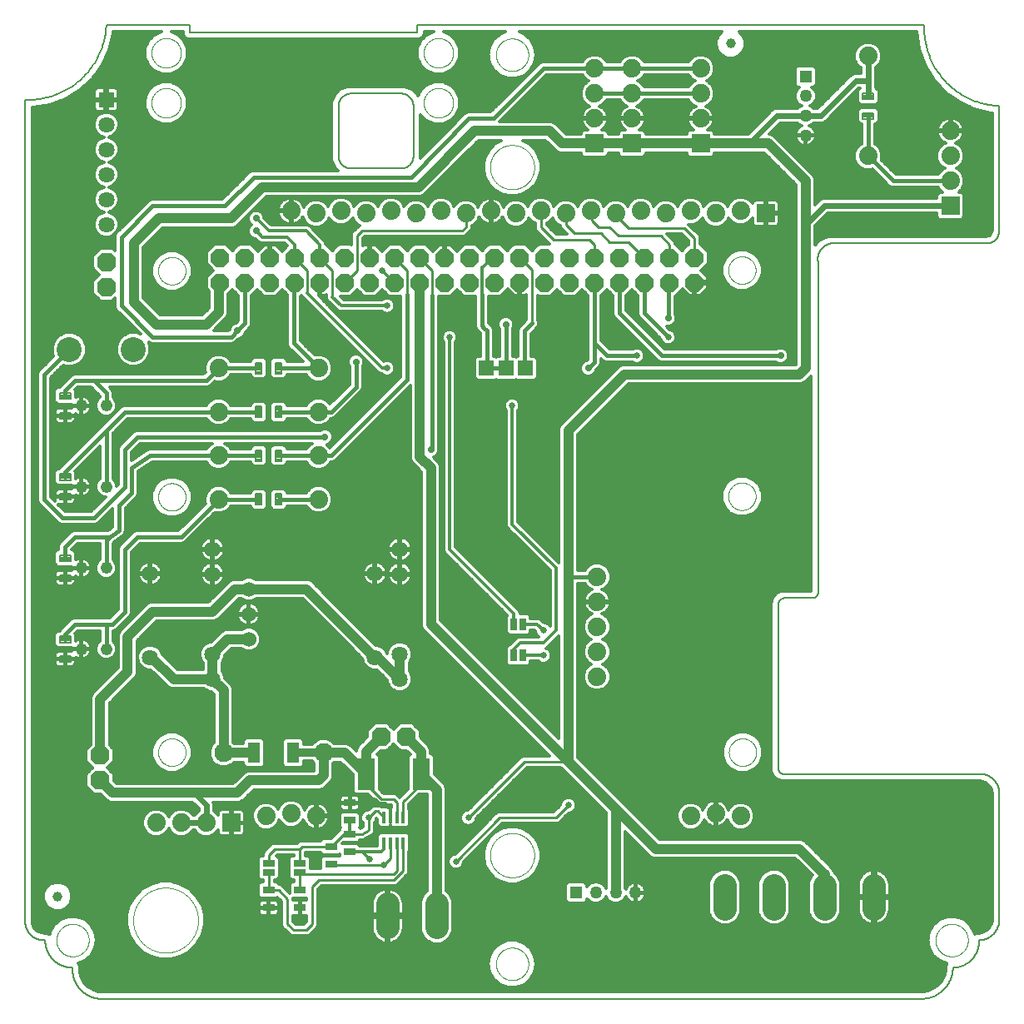
<source format=gtl>
G75*
%MOIN*%
%OFA0B0*%
%FSLAX25Y25*%
%IPPOS*%
%LPD*%
%AMOC8*
5,1,8,0,0,1.08239X$1,22.5*
%
%ADD10C,0.00600*%
%ADD11C,0.00000*%
%ADD12C,0.03937*%
%ADD13C,0.07400*%
%ADD14C,0.04800*%
%ADD15R,0.07400X0.07400*%
%ADD16OC8,0.07400*%
%ADD17C,0.06425*%
%ADD18C,0.09370*%
%ADD19R,0.05000X0.05000*%
%ADD20C,0.05000*%
%ADD21C,0.07600*%
%ADD22C,0.00787*%
%ADD23R,0.05000X0.08268*%
%ADD24R,0.05906X0.05906*%
%ADD25OC8,0.07600*%
%ADD26R,0.06425X0.06425*%
%ADD27C,0.06000*%
%ADD28C,0.10000*%
%ADD29R,0.01575X0.04724*%
%ADD30R,0.07087X0.12598*%
%ADD31R,0.04724X0.03150*%
%ADD32R,0.05000X0.02500*%
%ADD33R,0.02500X0.05000*%
%ADD34C,0.01600*%
%ADD35C,0.01200*%
%ADD36C,0.02800*%
%ADD37C,0.01000*%
%ADD38C,0.02578*%
%ADD39C,0.02500*%
%ADD40C,0.04000*%
%ADD41C,0.03200*%
%ADD42C,0.02400*%
%ADD43C,0.03937*%
D10*
X0062095Y0042600D02*
X0062095Y0371600D01*
X0062862Y0371579D01*
X0063630Y0371576D01*
X0064397Y0371593D01*
X0065164Y0371628D01*
X0065930Y0371682D01*
X0066694Y0371755D01*
X0067456Y0371846D01*
X0068216Y0371957D01*
X0068972Y0372085D01*
X0069726Y0372233D01*
X0070475Y0372399D01*
X0071220Y0372583D01*
X0071961Y0372785D01*
X0072696Y0373006D01*
X0073425Y0373244D01*
X0074149Y0373500D01*
X0074866Y0373774D01*
X0075576Y0374066D01*
X0076279Y0374375D01*
X0076974Y0374701D01*
X0077660Y0375044D01*
X0078339Y0375403D01*
X0079008Y0375780D01*
X0079667Y0376172D01*
X0080317Y0376581D01*
X0080957Y0377005D01*
X0081586Y0377445D01*
X0082204Y0377900D01*
X0082810Y0378371D01*
X0083405Y0378856D01*
X0083988Y0379355D01*
X0084558Y0379869D01*
X0085116Y0380397D01*
X0085660Y0380938D01*
X0086191Y0381492D01*
X0086709Y0382059D01*
X0087212Y0382639D01*
X0087701Y0383230D01*
X0088175Y0383834D01*
X0088634Y0384449D01*
X0089078Y0385075D01*
X0089506Y0385712D01*
X0089919Y0386359D01*
X0090316Y0387016D01*
X0090696Y0387683D01*
X0091060Y0388359D01*
X0091408Y0389043D01*
X0091738Y0389736D01*
X0092051Y0390437D01*
X0092347Y0391145D01*
X0092626Y0391861D01*
X0092887Y0392582D01*
X0093130Y0393311D01*
X0093355Y0394044D01*
X0093562Y0394783D01*
X0093751Y0395527D01*
X0093921Y0396276D01*
X0094073Y0397028D01*
X0094207Y0397784D01*
X0094322Y0398543D01*
X0094418Y0399304D01*
X0094496Y0400068D01*
X0094555Y0400833D01*
X0094595Y0401600D01*
X0128095Y0401600D01*
X0128095Y0398600D01*
X0219095Y0398600D01*
X0219095Y0401600D01*
X0422095Y0401600D01*
X0422074Y0400845D01*
X0422071Y0400089D01*
X0422087Y0399333D01*
X0422120Y0398578D01*
X0422172Y0397824D01*
X0422242Y0397072D01*
X0422331Y0396321D01*
X0422437Y0395573D01*
X0422561Y0394827D01*
X0422704Y0394085D01*
X0422864Y0393346D01*
X0423042Y0392612D01*
X0423238Y0391882D01*
X0423452Y0391157D01*
X0423682Y0390437D01*
X0423931Y0389724D01*
X0424196Y0389016D01*
X0424478Y0388315D01*
X0424778Y0387621D01*
X0425094Y0386934D01*
X0425426Y0386255D01*
X0425775Y0385585D01*
X0426140Y0384923D01*
X0426520Y0384270D01*
X0426917Y0383627D01*
X0427328Y0382993D01*
X0427755Y0382369D01*
X0428197Y0381756D01*
X0428654Y0381154D01*
X0429125Y0380563D01*
X0429610Y0379984D01*
X0430109Y0379416D01*
X0430622Y0378861D01*
X0431148Y0378318D01*
X0431687Y0377788D01*
X0432238Y0377271D01*
X0432802Y0376768D01*
X0433378Y0376278D01*
X0433965Y0375803D01*
X0434564Y0375342D01*
X0435174Y0374895D01*
X0435794Y0374464D01*
X0436425Y0374047D01*
X0437066Y0373646D01*
X0437716Y0373260D01*
X0438375Y0372891D01*
X0439043Y0372537D01*
X0439719Y0372199D01*
X0440403Y0371878D01*
X0441095Y0371574D01*
X0441794Y0371286D01*
X0442499Y0371016D01*
X0443211Y0370762D01*
X0443929Y0370526D01*
X0444653Y0370307D01*
X0445381Y0370106D01*
X0446114Y0369922D01*
X0446852Y0369756D01*
X0447593Y0369609D01*
X0448337Y0369479D01*
X0449085Y0369367D01*
X0449835Y0369273D01*
X0450587Y0369197D01*
X0451340Y0369139D01*
X0452095Y0369100D01*
X0452095Y0319100D01*
X0452093Y0318960D01*
X0452087Y0318820D01*
X0452077Y0318680D01*
X0452064Y0318540D01*
X0452046Y0318401D01*
X0452024Y0318262D01*
X0451999Y0318125D01*
X0451970Y0317987D01*
X0451937Y0317851D01*
X0451900Y0317716D01*
X0451859Y0317582D01*
X0451814Y0317449D01*
X0451766Y0317317D01*
X0451714Y0317187D01*
X0451659Y0317058D01*
X0451600Y0316931D01*
X0451537Y0316805D01*
X0451471Y0316681D01*
X0451402Y0316560D01*
X0451329Y0316440D01*
X0451252Y0316322D01*
X0451173Y0316207D01*
X0451090Y0316093D01*
X0451004Y0315983D01*
X0450915Y0315874D01*
X0450823Y0315768D01*
X0450728Y0315665D01*
X0450631Y0315564D01*
X0450530Y0315467D01*
X0450427Y0315372D01*
X0450321Y0315280D01*
X0450212Y0315191D01*
X0450102Y0315105D01*
X0449988Y0315022D01*
X0449873Y0314943D01*
X0449755Y0314866D01*
X0449635Y0314793D01*
X0449514Y0314724D01*
X0449390Y0314658D01*
X0449264Y0314595D01*
X0449137Y0314536D01*
X0449008Y0314481D01*
X0448878Y0314429D01*
X0448746Y0314381D01*
X0448613Y0314336D01*
X0448479Y0314295D01*
X0448344Y0314258D01*
X0448208Y0314225D01*
X0448070Y0314196D01*
X0447933Y0314171D01*
X0447794Y0314149D01*
X0447655Y0314131D01*
X0447515Y0314118D01*
X0447375Y0314108D01*
X0447235Y0314102D01*
X0447095Y0314100D01*
X0384595Y0314100D01*
X0384440Y0314067D01*
X0384285Y0314030D01*
X0384131Y0313989D01*
X0383979Y0313945D01*
X0383827Y0313896D01*
X0383677Y0313844D01*
X0383529Y0313788D01*
X0383381Y0313729D01*
X0383235Y0313665D01*
X0383091Y0313598D01*
X0382949Y0313528D01*
X0382808Y0313454D01*
X0382669Y0313377D01*
X0382533Y0313296D01*
X0382398Y0313211D01*
X0382265Y0313124D01*
X0382135Y0313033D01*
X0382007Y0312939D01*
X0381881Y0312842D01*
X0381758Y0312741D01*
X0381637Y0312638D01*
X0381519Y0312531D01*
X0381404Y0312422D01*
X0381291Y0312310D01*
X0381182Y0312195D01*
X0381075Y0312077D01*
X0380971Y0311957D01*
X0380870Y0311834D01*
X0380772Y0311709D01*
X0380677Y0311581D01*
X0380586Y0311451D01*
X0380498Y0311319D01*
X0380413Y0311185D01*
X0380332Y0311048D01*
X0380254Y0310910D01*
X0380179Y0310770D01*
X0380108Y0310627D01*
X0380041Y0310484D01*
X0379977Y0310338D01*
X0379916Y0310191D01*
X0379860Y0310042D01*
X0379807Y0309893D01*
X0379758Y0309741D01*
X0379713Y0309589D01*
X0379671Y0309436D01*
X0379634Y0309281D01*
X0379600Y0309126D01*
X0379570Y0308970D01*
X0379544Y0308813D01*
X0379522Y0308656D01*
X0379504Y0308498D01*
X0379490Y0308339D01*
X0379480Y0308181D01*
X0379473Y0308022D01*
X0379471Y0307863D01*
X0379473Y0307704D01*
X0379478Y0307545D01*
X0379488Y0307387D01*
X0379501Y0307228D01*
X0379519Y0307071D01*
X0379540Y0306913D01*
X0379566Y0306756D01*
X0379595Y0306600D01*
X0379595Y0174100D01*
X0379583Y0174007D01*
X0379567Y0173915D01*
X0379547Y0173824D01*
X0379523Y0173733D01*
X0379496Y0173644D01*
X0379465Y0173555D01*
X0379430Y0173468D01*
X0379392Y0173383D01*
X0379350Y0173299D01*
X0379305Y0173217D01*
X0379257Y0173137D01*
X0379205Y0173059D01*
X0379150Y0172983D01*
X0379092Y0172910D01*
X0379031Y0172839D01*
X0378967Y0172771D01*
X0378900Y0172705D01*
X0378831Y0172642D01*
X0378759Y0172582D01*
X0378685Y0172525D01*
X0378608Y0172471D01*
X0378530Y0172421D01*
X0378449Y0172373D01*
X0378366Y0172330D01*
X0378282Y0172289D01*
X0378196Y0172252D01*
X0378109Y0172219D01*
X0378020Y0172189D01*
X0377930Y0172163D01*
X0377839Y0172141D01*
X0377747Y0172122D01*
X0377655Y0172107D01*
X0377562Y0172096D01*
X0377469Y0172089D01*
X0377375Y0172086D01*
X0377282Y0172087D01*
X0377188Y0172091D01*
X0377095Y0172100D01*
X0366095Y0172100D01*
X0365992Y0172088D01*
X0365890Y0172073D01*
X0365789Y0172054D01*
X0365688Y0172032D01*
X0365588Y0172005D01*
X0365489Y0171975D01*
X0365392Y0171941D01*
X0365296Y0171904D01*
X0365201Y0171863D01*
X0365108Y0171818D01*
X0365016Y0171770D01*
X0364927Y0171719D01*
X0364839Y0171664D01*
X0364754Y0171606D01*
X0364670Y0171545D01*
X0364590Y0171481D01*
X0364511Y0171414D01*
X0364435Y0171344D01*
X0364362Y0171271D01*
X0364292Y0171196D01*
X0364224Y0171118D01*
X0364159Y0171037D01*
X0364098Y0170954D01*
X0364039Y0170869D01*
X0363984Y0170782D01*
X0363932Y0170692D01*
X0363884Y0170601D01*
X0363839Y0170508D01*
X0363797Y0170414D01*
X0363759Y0170318D01*
X0363725Y0170220D01*
X0363694Y0170122D01*
X0363667Y0170022D01*
X0363644Y0169922D01*
X0363624Y0169820D01*
X0363609Y0169718D01*
X0363597Y0169616D01*
X0363589Y0169513D01*
X0363585Y0169409D01*
X0363584Y0169306D01*
X0363588Y0169203D01*
X0363595Y0169100D01*
X0363595Y0104100D01*
X0363597Y0104002D01*
X0363603Y0103904D01*
X0363612Y0103806D01*
X0363626Y0103709D01*
X0363643Y0103612D01*
X0363664Y0103516D01*
X0363689Y0103421D01*
X0363717Y0103327D01*
X0363750Y0103235D01*
X0363785Y0103143D01*
X0363825Y0103053D01*
X0363867Y0102965D01*
X0363914Y0102878D01*
X0363963Y0102794D01*
X0364016Y0102711D01*
X0364072Y0102631D01*
X0364132Y0102552D01*
X0364194Y0102476D01*
X0364259Y0102403D01*
X0364327Y0102332D01*
X0364398Y0102264D01*
X0364471Y0102199D01*
X0364547Y0102137D01*
X0364626Y0102077D01*
X0364706Y0102021D01*
X0364789Y0101968D01*
X0364873Y0101919D01*
X0364960Y0101872D01*
X0365048Y0101830D01*
X0365138Y0101790D01*
X0365230Y0101755D01*
X0365322Y0101722D01*
X0365416Y0101694D01*
X0365511Y0101669D01*
X0365607Y0101648D01*
X0365704Y0101631D01*
X0365801Y0101617D01*
X0365899Y0101608D01*
X0365997Y0101602D01*
X0366095Y0101600D01*
X0444595Y0101600D01*
X0444776Y0101598D01*
X0444957Y0101591D01*
X0445138Y0101580D01*
X0445319Y0101565D01*
X0445499Y0101545D01*
X0445679Y0101521D01*
X0445858Y0101493D01*
X0446036Y0101460D01*
X0446213Y0101423D01*
X0446390Y0101382D01*
X0446565Y0101337D01*
X0446740Y0101287D01*
X0446913Y0101233D01*
X0447084Y0101175D01*
X0447255Y0101113D01*
X0447423Y0101046D01*
X0447590Y0100976D01*
X0447756Y0100902D01*
X0447919Y0100823D01*
X0448080Y0100741D01*
X0448240Y0100655D01*
X0448397Y0100565D01*
X0448552Y0100471D01*
X0448705Y0100374D01*
X0448855Y0100272D01*
X0449003Y0100168D01*
X0449149Y0100059D01*
X0449291Y0099948D01*
X0449431Y0099832D01*
X0449568Y0099714D01*
X0449703Y0099592D01*
X0449834Y0099467D01*
X0449962Y0099339D01*
X0450087Y0099208D01*
X0450209Y0099073D01*
X0450327Y0098936D01*
X0450443Y0098796D01*
X0450554Y0098654D01*
X0450663Y0098508D01*
X0450767Y0098360D01*
X0450869Y0098210D01*
X0450966Y0098057D01*
X0451060Y0097902D01*
X0451150Y0097745D01*
X0451236Y0097585D01*
X0451318Y0097424D01*
X0451397Y0097261D01*
X0451471Y0097095D01*
X0451541Y0096928D01*
X0451608Y0096760D01*
X0451670Y0096589D01*
X0451728Y0096418D01*
X0451782Y0096245D01*
X0451832Y0096070D01*
X0451877Y0095895D01*
X0451918Y0095718D01*
X0451955Y0095541D01*
X0451988Y0095363D01*
X0452016Y0095184D01*
X0452040Y0095004D01*
X0452060Y0094824D01*
X0452075Y0094643D01*
X0452086Y0094462D01*
X0452093Y0094281D01*
X0452095Y0094100D01*
X0452095Y0044100D01*
X0452111Y0043900D01*
X0452122Y0043701D01*
X0452128Y0043500D01*
X0452129Y0043300D01*
X0452125Y0043100D01*
X0452117Y0042900D01*
X0452103Y0042700D01*
X0452085Y0042501D01*
X0452062Y0042302D01*
X0452035Y0042104D01*
X0452002Y0041906D01*
X0451965Y0041710D01*
X0451923Y0041514D01*
X0451876Y0041319D01*
X0451825Y0041126D01*
X0451769Y0040934D01*
X0451708Y0040743D01*
X0451643Y0040554D01*
X0451573Y0040366D01*
X0451499Y0040180D01*
X0451420Y0039996D01*
X0451336Y0039814D01*
X0451249Y0039634D01*
X0451157Y0039456D01*
X0451061Y0039281D01*
X0450960Y0039108D01*
X0450856Y0038937D01*
X0450747Y0038769D01*
X0450634Y0038603D01*
X0450518Y0038441D01*
X0450397Y0038281D01*
X0450273Y0038124D01*
X0450144Y0037970D01*
X0450013Y0037820D01*
X0449877Y0037672D01*
X0449738Y0037528D01*
X0449596Y0037387D01*
X0449450Y0037250D01*
X0449301Y0037116D01*
X0449149Y0036986D01*
X0448993Y0036860D01*
X0448835Y0036738D01*
X0448674Y0036619D01*
X0448510Y0036504D01*
X0448343Y0036394D01*
X0448174Y0036287D01*
X0448002Y0036184D01*
X0447827Y0036086D01*
X0447651Y0035992D01*
X0447472Y0035902D01*
X0447291Y0035817D01*
X0447108Y0035736D01*
X0446923Y0035659D01*
X0446736Y0035587D01*
X0446548Y0035519D01*
X0446358Y0035456D01*
X0446166Y0035398D01*
X0445973Y0035344D01*
X0445779Y0035295D01*
X0445584Y0035251D01*
X0445388Y0035211D01*
X0445191Y0035176D01*
X0444993Y0035146D01*
X0444794Y0035121D01*
X0444595Y0035100D01*
X0444095Y0035100D01*
X0444098Y0034840D01*
X0444095Y0034580D01*
X0444085Y0034321D01*
X0444069Y0034061D01*
X0444047Y0033802D01*
X0444018Y0033544D01*
X0443984Y0033287D01*
X0443943Y0033030D01*
X0443896Y0032774D01*
X0443843Y0032520D01*
X0443783Y0032267D01*
X0443718Y0032016D01*
X0443646Y0031766D01*
X0443569Y0031518D01*
X0443485Y0031272D01*
X0443396Y0031028D01*
X0443300Y0030786D01*
X0443199Y0030547D01*
X0443092Y0030310D01*
X0442980Y0030076D01*
X0442862Y0029844D01*
X0442738Y0029616D01*
X0442609Y0029390D01*
X0442474Y0029168D01*
X0442334Y0028949D01*
X0442189Y0028734D01*
X0442039Y0028522D01*
X0441883Y0028313D01*
X0441723Y0028109D01*
X0441557Y0027908D01*
X0441387Y0027712D01*
X0441212Y0027520D01*
X0441033Y0027332D01*
X0440849Y0027148D01*
X0440661Y0026969D01*
X0440468Y0026795D01*
X0440271Y0026625D01*
X0440071Y0026460D01*
X0439866Y0026300D01*
X0439657Y0026145D01*
X0439445Y0025995D01*
X0439230Y0025850D01*
X0439010Y0025710D01*
X0438788Y0025576D01*
X0438562Y0025447D01*
X0438333Y0025324D01*
X0438102Y0025206D01*
X0437867Y0025094D01*
X0437630Y0024988D01*
X0437391Y0024887D01*
X0437149Y0024792D01*
X0436905Y0024703D01*
X0436659Y0024620D01*
X0436410Y0024543D01*
X0436160Y0024472D01*
X0435909Y0024407D01*
X0435656Y0024348D01*
X0435401Y0024295D01*
X0435146Y0024249D01*
X0434889Y0024208D01*
X0434631Y0024174D01*
X0434373Y0024146D01*
X0434114Y0024125D01*
X0433855Y0024109D01*
X0433595Y0024100D01*
X0433585Y0023792D01*
X0433568Y0023484D01*
X0433543Y0023177D01*
X0433511Y0022871D01*
X0433471Y0022565D01*
X0433425Y0022260D01*
X0433370Y0021957D01*
X0433309Y0021655D01*
X0433240Y0021355D01*
X0433164Y0021056D01*
X0433081Y0020759D01*
X0432991Y0020465D01*
X0432893Y0020172D01*
X0432789Y0019883D01*
X0432677Y0019595D01*
X0432559Y0019311D01*
X0432434Y0019029D01*
X0432302Y0018751D01*
X0432163Y0018475D01*
X0432018Y0018204D01*
X0431866Y0017935D01*
X0431708Y0017671D01*
X0431543Y0017410D01*
X0431373Y0017154D01*
X0431196Y0016902D01*
X0431013Y0016654D01*
X0430824Y0016410D01*
X0430629Y0016172D01*
X0430428Y0015937D01*
X0430222Y0015708D01*
X0430011Y0015484D01*
X0429794Y0015265D01*
X0429572Y0015052D01*
X0429345Y0014844D01*
X0429112Y0014641D01*
X0428875Y0014444D01*
X0428634Y0014253D01*
X0428387Y0014068D01*
X0428137Y0013888D01*
X0427882Y0013715D01*
X0427623Y0013548D01*
X0427360Y0013388D01*
X0427093Y0013234D01*
X0426823Y0013086D01*
X0426549Y0012945D01*
X0426271Y0012810D01*
X0425991Y0012682D01*
X0425708Y0012561D01*
X0425421Y0012447D01*
X0425132Y0012340D01*
X0424841Y0012240D01*
X0424547Y0012147D01*
X0424251Y0012061D01*
X0423953Y0011983D01*
X0423653Y0011911D01*
X0423352Y0011847D01*
X0423049Y0011790D01*
X0422745Y0011740D01*
X0422440Y0011698D01*
X0422134Y0011663D01*
X0421827Y0011636D01*
X0421519Y0011616D01*
X0421211Y0011603D01*
X0420903Y0011598D01*
X0420595Y0011600D01*
X0092095Y0011600D01*
X0091811Y0011621D01*
X0091528Y0011650D01*
X0091246Y0011685D01*
X0090964Y0011727D01*
X0090684Y0011776D01*
X0090405Y0011832D01*
X0090127Y0011894D01*
X0089851Y0011963D01*
X0089577Y0012039D01*
X0089305Y0012121D01*
X0089035Y0012210D01*
X0088766Y0012305D01*
X0088501Y0012407D01*
X0088238Y0012515D01*
X0087977Y0012629D01*
X0087719Y0012750D01*
X0087465Y0012877D01*
X0087213Y0013010D01*
X0086965Y0013149D01*
X0086720Y0013294D01*
X0086479Y0013445D01*
X0086242Y0013602D01*
X0086008Y0013764D01*
X0085778Y0013932D01*
X0085553Y0014106D01*
X0085332Y0014285D01*
X0085115Y0014469D01*
X0084903Y0014658D01*
X0084695Y0014853D01*
X0084492Y0015052D01*
X0084294Y0015257D01*
X0084101Y0015466D01*
X0083913Y0015679D01*
X0083730Y0015897D01*
X0083553Y0016120D01*
X0083381Y0016346D01*
X0083214Y0016577D01*
X0083053Y0016812D01*
X0082898Y0017050D01*
X0082749Y0017292D01*
X0082605Y0017538D01*
X0082468Y0017787D01*
X0082337Y0018040D01*
X0082211Y0018295D01*
X0082092Y0018554D01*
X0081980Y0018815D01*
X0081873Y0019079D01*
X0081773Y0019345D01*
X0081680Y0019614D01*
X0081593Y0019885D01*
X0081512Y0020158D01*
X0081438Y0020432D01*
X0081371Y0020709D01*
X0081311Y0020987D01*
X0081257Y0021266D01*
X0081210Y0021547D01*
X0081170Y0021829D01*
X0081136Y0022111D01*
X0081110Y0022394D01*
X0081090Y0022678D01*
X0081077Y0022962D01*
X0081071Y0023247D01*
X0081072Y0023531D01*
X0081080Y0023816D01*
X0081095Y0024100D01*
X0080829Y0024103D01*
X0080564Y0024113D01*
X0080298Y0024129D01*
X0080033Y0024151D01*
X0079769Y0024180D01*
X0079506Y0024215D01*
X0079243Y0024257D01*
X0078982Y0024305D01*
X0078721Y0024359D01*
X0078463Y0024420D01*
X0078205Y0024486D01*
X0077950Y0024559D01*
X0077696Y0024638D01*
X0077444Y0024724D01*
X0077194Y0024815D01*
X0076947Y0024912D01*
X0076702Y0025015D01*
X0076460Y0025124D01*
X0076220Y0025239D01*
X0075983Y0025360D01*
X0075749Y0025486D01*
X0075518Y0025618D01*
X0075291Y0025756D01*
X0075067Y0025899D01*
X0074846Y0026047D01*
X0074629Y0026201D01*
X0074416Y0026360D01*
X0074207Y0026524D01*
X0074002Y0026693D01*
X0073801Y0026866D01*
X0073604Y0027045D01*
X0073411Y0027228D01*
X0073223Y0027416D01*
X0073040Y0027609D01*
X0072861Y0027806D01*
X0072688Y0028007D01*
X0072519Y0028212D01*
X0072355Y0028421D01*
X0072196Y0028634D01*
X0072042Y0028851D01*
X0071894Y0029072D01*
X0071751Y0029296D01*
X0071613Y0029523D01*
X0071481Y0029754D01*
X0071355Y0029988D01*
X0071234Y0030225D01*
X0071119Y0030465D01*
X0071010Y0030707D01*
X0070907Y0030952D01*
X0070810Y0031199D01*
X0070719Y0031449D01*
X0070633Y0031701D01*
X0070554Y0031955D01*
X0070481Y0032210D01*
X0070415Y0032468D01*
X0070354Y0032726D01*
X0070300Y0032987D01*
X0070252Y0033248D01*
X0070210Y0033511D01*
X0070175Y0033774D01*
X0070146Y0034038D01*
X0070124Y0034303D01*
X0070108Y0034569D01*
X0070098Y0034834D01*
X0070095Y0035100D01*
X0069595Y0035100D01*
X0069414Y0035102D01*
X0069233Y0035109D01*
X0069052Y0035120D01*
X0068871Y0035135D01*
X0068691Y0035155D01*
X0068511Y0035179D01*
X0068332Y0035207D01*
X0068154Y0035240D01*
X0067977Y0035277D01*
X0067800Y0035318D01*
X0067625Y0035363D01*
X0067450Y0035413D01*
X0067277Y0035467D01*
X0067106Y0035525D01*
X0066935Y0035587D01*
X0066767Y0035654D01*
X0066600Y0035724D01*
X0066434Y0035798D01*
X0066271Y0035877D01*
X0066110Y0035959D01*
X0065950Y0036045D01*
X0065793Y0036135D01*
X0065638Y0036229D01*
X0065485Y0036326D01*
X0065335Y0036428D01*
X0065187Y0036532D01*
X0065041Y0036641D01*
X0064899Y0036752D01*
X0064759Y0036868D01*
X0064622Y0036986D01*
X0064487Y0037108D01*
X0064356Y0037233D01*
X0064228Y0037361D01*
X0064103Y0037492D01*
X0063981Y0037627D01*
X0063863Y0037764D01*
X0063747Y0037904D01*
X0063636Y0038046D01*
X0063527Y0038192D01*
X0063423Y0038340D01*
X0063321Y0038490D01*
X0063224Y0038643D01*
X0063130Y0038798D01*
X0063040Y0038955D01*
X0062954Y0039115D01*
X0062872Y0039276D01*
X0062793Y0039439D01*
X0062719Y0039605D01*
X0062649Y0039772D01*
X0062582Y0039940D01*
X0062520Y0040111D01*
X0062462Y0040282D01*
X0062408Y0040455D01*
X0062358Y0040630D01*
X0062313Y0040805D01*
X0062272Y0040982D01*
X0062235Y0041159D01*
X0062202Y0041337D01*
X0062174Y0041516D01*
X0062150Y0041696D01*
X0062130Y0041876D01*
X0062115Y0042057D01*
X0062104Y0042238D01*
X0062097Y0042419D01*
X0062095Y0042600D01*
X0192595Y0344100D02*
X0212595Y0344100D01*
X0212735Y0344102D01*
X0212875Y0344108D01*
X0213015Y0344118D01*
X0213155Y0344131D01*
X0213294Y0344149D01*
X0213433Y0344171D01*
X0213570Y0344196D01*
X0213708Y0344225D01*
X0213844Y0344258D01*
X0213979Y0344295D01*
X0214113Y0344336D01*
X0214246Y0344381D01*
X0214378Y0344429D01*
X0214508Y0344481D01*
X0214637Y0344536D01*
X0214764Y0344595D01*
X0214890Y0344658D01*
X0215014Y0344724D01*
X0215135Y0344793D01*
X0215255Y0344866D01*
X0215373Y0344943D01*
X0215488Y0345022D01*
X0215602Y0345105D01*
X0215712Y0345191D01*
X0215821Y0345280D01*
X0215927Y0345372D01*
X0216030Y0345467D01*
X0216131Y0345564D01*
X0216228Y0345665D01*
X0216323Y0345768D01*
X0216415Y0345874D01*
X0216504Y0345983D01*
X0216590Y0346093D01*
X0216673Y0346207D01*
X0216752Y0346322D01*
X0216829Y0346440D01*
X0216902Y0346560D01*
X0216971Y0346681D01*
X0217037Y0346805D01*
X0217100Y0346931D01*
X0217159Y0347058D01*
X0217214Y0347187D01*
X0217266Y0347317D01*
X0217314Y0347449D01*
X0217359Y0347582D01*
X0217400Y0347716D01*
X0217437Y0347851D01*
X0217470Y0347987D01*
X0217499Y0348125D01*
X0217524Y0348262D01*
X0217546Y0348401D01*
X0217564Y0348540D01*
X0217577Y0348680D01*
X0217587Y0348820D01*
X0217593Y0348960D01*
X0217595Y0349100D01*
X0217595Y0369100D01*
X0217593Y0369240D01*
X0217587Y0369380D01*
X0217577Y0369520D01*
X0217564Y0369660D01*
X0217546Y0369799D01*
X0217524Y0369938D01*
X0217499Y0370075D01*
X0217470Y0370213D01*
X0217437Y0370349D01*
X0217400Y0370484D01*
X0217359Y0370618D01*
X0217314Y0370751D01*
X0217266Y0370883D01*
X0217214Y0371013D01*
X0217159Y0371142D01*
X0217100Y0371269D01*
X0217037Y0371395D01*
X0216971Y0371519D01*
X0216902Y0371640D01*
X0216829Y0371760D01*
X0216752Y0371878D01*
X0216673Y0371993D01*
X0216590Y0372107D01*
X0216504Y0372217D01*
X0216415Y0372326D01*
X0216323Y0372432D01*
X0216228Y0372535D01*
X0216131Y0372636D01*
X0216030Y0372733D01*
X0215927Y0372828D01*
X0215821Y0372920D01*
X0215712Y0373009D01*
X0215602Y0373095D01*
X0215488Y0373178D01*
X0215373Y0373257D01*
X0215255Y0373334D01*
X0215135Y0373407D01*
X0215014Y0373476D01*
X0214890Y0373542D01*
X0214764Y0373605D01*
X0214637Y0373664D01*
X0214508Y0373719D01*
X0214378Y0373771D01*
X0214246Y0373819D01*
X0214113Y0373864D01*
X0213979Y0373905D01*
X0213844Y0373942D01*
X0213708Y0373975D01*
X0213570Y0374004D01*
X0213433Y0374029D01*
X0213294Y0374051D01*
X0213155Y0374069D01*
X0213015Y0374082D01*
X0212875Y0374092D01*
X0212735Y0374098D01*
X0212595Y0374100D01*
X0192595Y0374100D01*
X0192455Y0374098D01*
X0192315Y0374092D01*
X0192175Y0374082D01*
X0192035Y0374069D01*
X0191896Y0374051D01*
X0191757Y0374029D01*
X0191620Y0374004D01*
X0191482Y0373975D01*
X0191346Y0373942D01*
X0191211Y0373905D01*
X0191077Y0373864D01*
X0190944Y0373819D01*
X0190812Y0373771D01*
X0190682Y0373719D01*
X0190553Y0373664D01*
X0190426Y0373605D01*
X0190300Y0373542D01*
X0190176Y0373476D01*
X0190055Y0373407D01*
X0189935Y0373334D01*
X0189817Y0373257D01*
X0189702Y0373178D01*
X0189588Y0373095D01*
X0189478Y0373009D01*
X0189369Y0372920D01*
X0189263Y0372828D01*
X0189160Y0372733D01*
X0189059Y0372636D01*
X0188962Y0372535D01*
X0188867Y0372432D01*
X0188775Y0372326D01*
X0188686Y0372217D01*
X0188600Y0372107D01*
X0188517Y0371993D01*
X0188438Y0371878D01*
X0188361Y0371760D01*
X0188288Y0371640D01*
X0188219Y0371519D01*
X0188153Y0371395D01*
X0188090Y0371269D01*
X0188031Y0371142D01*
X0187976Y0371013D01*
X0187924Y0370883D01*
X0187876Y0370751D01*
X0187831Y0370618D01*
X0187790Y0370484D01*
X0187753Y0370349D01*
X0187720Y0370213D01*
X0187691Y0370075D01*
X0187666Y0369938D01*
X0187644Y0369799D01*
X0187626Y0369660D01*
X0187613Y0369520D01*
X0187603Y0369380D01*
X0187597Y0369240D01*
X0187595Y0369100D01*
X0187595Y0349100D01*
X0187597Y0348960D01*
X0187603Y0348820D01*
X0187613Y0348680D01*
X0187626Y0348540D01*
X0187644Y0348401D01*
X0187666Y0348262D01*
X0187691Y0348125D01*
X0187720Y0347987D01*
X0187753Y0347851D01*
X0187790Y0347716D01*
X0187831Y0347582D01*
X0187876Y0347449D01*
X0187924Y0347317D01*
X0187976Y0347187D01*
X0188031Y0347058D01*
X0188090Y0346931D01*
X0188153Y0346805D01*
X0188219Y0346681D01*
X0188288Y0346560D01*
X0188361Y0346440D01*
X0188438Y0346322D01*
X0188517Y0346207D01*
X0188600Y0346093D01*
X0188686Y0345983D01*
X0188775Y0345874D01*
X0188867Y0345768D01*
X0188962Y0345665D01*
X0189059Y0345564D01*
X0189160Y0345467D01*
X0189263Y0345372D01*
X0189369Y0345280D01*
X0189478Y0345191D01*
X0189588Y0345105D01*
X0189702Y0345022D01*
X0189817Y0344943D01*
X0189935Y0344866D01*
X0190055Y0344793D01*
X0190176Y0344724D01*
X0190300Y0344658D01*
X0190426Y0344595D01*
X0190553Y0344536D01*
X0190682Y0344481D01*
X0190812Y0344429D01*
X0190944Y0344381D01*
X0191077Y0344336D01*
X0191211Y0344295D01*
X0191346Y0344258D01*
X0191482Y0344225D01*
X0191620Y0344196D01*
X0191757Y0344171D01*
X0191896Y0344149D01*
X0192035Y0344131D01*
X0192175Y0344118D01*
X0192315Y0344108D01*
X0192455Y0344102D01*
X0192595Y0344100D01*
D11*
X0221689Y0370350D02*
X0221691Y0370503D01*
X0221697Y0370657D01*
X0221707Y0370810D01*
X0221721Y0370962D01*
X0221739Y0371115D01*
X0221761Y0371266D01*
X0221786Y0371417D01*
X0221816Y0371568D01*
X0221850Y0371718D01*
X0221887Y0371866D01*
X0221928Y0372014D01*
X0221973Y0372160D01*
X0222022Y0372306D01*
X0222075Y0372450D01*
X0222131Y0372592D01*
X0222191Y0372733D01*
X0222255Y0372873D01*
X0222322Y0373011D01*
X0222393Y0373147D01*
X0222468Y0373281D01*
X0222545Y0373413D01*
X0222627Y0373543D01*
X0222711Y0373671D01*
X0222799Y0373797D01*
X0222890Y0373920D01*
X0222984Y0374041D01*
X0223082Y0374159D01*
X0223182Y0374275D01*
X0223286Y0374388D01*
X0223392Y0374499D01*
X0223501Y0374607D01*
X0223613Y0374712D01*
X0223727Y0374813D01*
X0223845Y0374912D01*
X0223964Y0375008D01*
X0224086Y0375101D01*
X0224211Y0375190D01*
X0224338Y0375277D01*
X0224467Y0375359D01*
X0224598Y0375439D01*
X0224731Y0375515D01*
X0224866Y0375588D01*
X0225003Y0375657D01*
X0225142Y0375722D01*
X0225282Y0375784D01*
X0225424Y0375842D01*
X0225567Y0375897D01*
X0225712Y0375948D01*
X0225858Y0375995D01*
X0226005Y0376038D01*
X0226153Y0376077D01*
X0226302Y0376113D01*
X0226452Y0376144D01*
X0226603Y0376172D01*
X0226754Y0376196D01*
X0226907Y0376216D01*
X0227059Y0376232D01*
X0227212Y0376244D01*
X0227365Y0376252D01*
X0227518Y0376256D01*
X0227672Y0376256D01*
X0227825Y0376252D01*
X0227978Y0376244D01*
X0228131Y0376232D01*
X0228283Y0376216D01*
X0228436Y0376196D01*
X0228587Y0376172D01*
X0228738Y0376144D01*
X0228888Y0376113D01*
X0229037Y0376077D01*
X0229185Y0376038D01*
X0229332Y0375995D01*
X0229478Y0375948D01*
X0229623Y0375897D01*
X0229766Y0375842D01*
X0229908Y0375784D01*
X0230048Y0375722D01*
X0230187Y0375657D01*
X0230324Y0375588D01*
X0230459Y0375515D01*
X0230592Y0375439D01*
X0230723Y0375359D01*
X0230852Y0375277D01*
X0230979Y0375190D01*
X0231104Y0375101D01*
X0231226Y0375008D01*
X0231345Y0374912D01*
X0231463Y0374813D01*
X0231577Y0374712D01*
X0231689Y0374607D01*
X0231798Y0374499D01*
X0231904Y0374388D01*
X0232008Y0374275D01*
X0232108Y0374159D01*
X0232206Y0374041D01*
X0232300Y0373920D01*
X0232391Y0373797D01*
X0232479Y0373671D01*
X0232563Y0373543D01*
X0232645Y0373413D01*
X0232722Y0373281D01*
X0232797Y0373147D01*
X0232868Y0373011D01*
X0232935Y0372873D01*
X0232999Y0372733D01*
X0233059Y0372592D01*
X0233115Y0372450D01*
X0233168Y0372306D01*
X0233217Y0372160D01*
X0233262Y0372014D01*
X0233303Y0371866D01*
X0233340Y0371718D01*
X0233374Y0371568D01*
X0233404Y0371417D01*
X0233429Y0371266D01*
X0233451Y0371115D01*
X0233469Y0370962D01*
X0233483Y0370810D01*
X0233493Y0370657D01*
X0233499Y0370503D01*
X0233501Y0370350D01*
X0233499Y0370197D01*
X0233493Y0370043D01*
X0233483Y0369890D01*
X0233469Y0369738D01*
X0233451Y0369585D01*
X0233429Y0369434D01*
X0233404Y0369283D01*
X0233374Y0369132D01*
X0233340Y0368982D01*
X0233303Y0368834D01*
X0233262Y0368686D01*
X0233217Y0368540D01*
X0233168Y0368394D01*
X0233115Y0368250D01*
X0233059Y0368108D01*
X0232999Y0367967D01*
X0232935Y0367827D01*
X0232868Y0367689D01*
X0232797Y0367553D01*
X0232722Y0367419D01*
X0232645Y0367287D01*
X0232563Y0367157D01*
X0232479Y0367029D01*
X0232391Y0366903D01*
X0232300Y0366780D01*
X0232206Y0366659D01*
X0232108Y0366541D01*
X0232008Y0366425D01*
X0231904Y0366312D01*
X0231798Y0366201D01*
X0231689Y0366093D01*
X0231577Y0365988D01*
X0231463Y0365887D01*
X0231345Y0365788D01*
X0231226Y0365692D01*
X0231104Y0365599D01*
X0230979Y0365510D01*
X0230852Y0365423D01*
X0230723Y0365341D01*
X0230592Y0365261D01*
X0230459Y0365185D01*
X0230324Y0365112D01*
X0230187Y0365043D01*
X0230048Y0364978D01*
X0229908Y0364916D01*
X0229766Y0364858D01*
X0229623Y0364803D01*
X0229478Y0364752D01*
X0229332Y0364705D01*
X0229185Y0364662D01*
X0229037Y0364623D01*
X0228888Y0364587D01*
X0228738Y0364556D01*
X0228587Y0364528D01*
X0228436Y0364504D01*
X0228283Y0364484D01*
X0228131Y0364468D01*
X0227978Y0364456D01*
X0227825Y0364448D01*
X0227672Y0364444D01*
X0227518Y0364444D01*
X0227365Y0364448D01*
X0227212Y0364456D01*
X0227059Y0364468D01*
X0226907Y0364484D01*
X0226754Y0364504D01*
X0226603Y0364528D01*
X0226452Y0364556D01*
X0226302Y0364587D01*
X0226153Y0364623D01*
X0226005Y0364662D01*
X0225858Y0364705D01*
X0225712Y0364752D01*
X0225567Y0364803D01*
X0225424Y0364858D01*
X0225282Y0364916D01*
X0225142Y0364978D01*
X0225003Y0365043D01*
X0224866Y0365112D01*
X0224731Y0365185D01*
X0224598Y0365261D01*
X0224467Y0365341D01*
X0224338Y0365423D01*
X0224211Y0365510D01*
X0224086Y0365599D01*
X0223964Y0365692D01*
X0223845Y0365788D01*
X0223727Y0365887D01*
X0223613Y0365988D01*
X0223501Y0366093D01*
X0223392Y0366201D01*
X0223286Y0366312D01*
X0223182Y0366425D01*
X0223082Y0366541D01*
X0222984Y0366659D01*
X0222890Y0366780D01*
X0222799Y0366903D01*
X0222711Y0367029D01*
X0222627Y0367157D01*
X0222545Y0367287D01*
X0222468Y0367419D01*
X0222393Y0367553D01*
X0222322Y0367689D01*
X0222255Y0367827D01*
X0222191Y0367967D01*
X0222131Y0368108D01*
X0222075Y0368250D01*
X0222022Y0368394D01*
X0221973Y0368540D01*
X0221928Y0368686D01*
X0221887Y0368834D01*
X0221850Y0368982D01*
X0221816Y0369132D01*
X0221786Y0369283D01*
X0221761Y0369434D01*
X0221739Y0369585D01*
X0221721Y0369738D01*
X0221707Y0369890D01*
X0221697Y0370043D01*
X0221691Y0370197D01*
X0221689Y0370350D01*
X0221689Y0390350D02*
X0221691Y0390503D01*
X0221697Y0390657D01*
X0221707Y0390810D01*
X0221721Y0390962D01*
X0221739Y0391115D01*
X0221761Y0391266D01*
X0221786Y0391417D01*
X0221816Y0391568D01*
X0221850Y0391718D01*
X0221887Y0391866D01*
X0221928Y0392014D01*
X0221973Y0392160D01*
X0222022Y0392306D01*
X0222075Y0392450D01*
X0222131Y0392592D01*
X0222191Y0392733D01*
X0222255Y0392873D01*
X0222322Y0393011D01*
X0222393Y0393147D01*
X0222468Y0393281D01*
X0222545Y0393413D01*
X0222627Y0393543D01*
X0222711Y0393671D01*
X0222799Y0393797D01*
X0222890Y0393920D01*
X0222984Y0394041D01*
X0223082Y0394159D01*
X0223182Y0394275D01*
X0223286Y0394388D01*
X0223392Y0394499D01*
X0223501Y0394607D01*
X0223613Y0394712D01*
X0223727Y0394813D01*
X0223845Y0394912D01*
X0223964Y0395008D01*
X0224086Y0395101D01*
X0224211Y0395190D01*
X0224338Y0395277D01*
X0224467Y0395359D01*
X0224598Y0395439D01*
X0224731Y0395515D01*
X0224866Y0395588D01*
X0225003Y0395657D01*
X0225142Y0395722D01*
X0225282Y0395784D01*
X0225424Y0395842D01*
X0225567Y0395897D01*
X0225712Y0395948D01*
X0225858Y0395995D01*
X0226005Y0396038D01*
X0226153Y0396077D01*
X0226302Y0396113D01*
X0226452Y0396144D01*
X0226603Y0396172D01*
X0226754Y0396196D01*
X0226907Y0396216D01*
X0227059Y0396232D01*
X0227212Y0396244D01*
X0227365Y0396252D01*
X0227518Y0396256D01*
X0227672Y0396256D01*
X0227825Y0396252D01*
X0227978Y0396244D01*
X0228131Y0396232D01*
X0228283Y0396216D01*
X0228436Y0396196D01*
X0228587Y0396172D01*
X0228738Y0396144D01*
X0228888Y0396113D01*
X0229037Y0396077D01*
X0229185Y0396038D01*
X0229332Y0395995D01*
X0229478Y0395948D01*
X0229623Y0395897D01*
X0229766Y0395842D01*
X0229908Y0395784D01*
X0230048Y0395722D01*
X0230187Y0395657D01*
X0230324Y0395588D01*
X0230459Y0395515D01*
X0230592Y0395439D01*
X0230723Y0395359D01*
X0230852Y0395277D01*
X0230979Y0395190D01*
X0231104Y0395101D01*
X0231226Y0395008D01*
X0231345Y0394912D01*
X0231463Y0394813D01*
X0231577Y0394712D01*
X0231689Y0394607D01*
X0231798Y0394499D01*
X0231904Y0394388D01*
X0232008Y0394275D01*
X0232108Y0394159D01*
X0232206Y0394041D01*
X0232300Y0393920D01*
X0232391Y0393797D01*
X0232479Y0393671D01*
X0232563Y0393543D01*
X0232645Y0393413D01*
X0232722Y0393281D01*
X0232797Y0393147D01*
X0232868Y0393011D01*
X0232935Y0392873D01*
X0232999Y0392733D01*
X0233059Y0392592D01*
X0233115Y0392450D01*
X0233168Y0392306D01*
X0233217Y0392160D01*
X0233262Y0392014D01*
X0233303Y0391866D01*
X0233340Y0391718D01*
X0233374Y0391568D01*
X0233404Y0391417D01*
X0233429Y0391266D01*
X0233451Y0391115D01*
X0233469Y0390962D01*
X0233483Y0390810D01*
X0233493Y0390657D01*
X0233499Y0390503D01*
X0233501Y0390350D01*
X0233499Y0390197D01*
X0233493Y0390043D01*
X0233483Y0389890D01*
X0233469Y0389738D01*
X0233451Y0389585D01*
X0233429Y0389434D01*
X0233404Y0389283D01*
X0233374Y0389132D01*
X0233340Y0388982D01*
X0233303Y0388834D01*
X0233262Y0388686D01*
X0233217Y0388540D01*
X0233168Y0388394D01*
X0233115Y0388250D01*
X0233059Y0388108D01*
X0232999Y0387967D01*
X0232935Y0387827D01*
X0232868Y0387689D01*
X0232797Y0387553D01*
X0232722Y0387419D01*
X0232645Y0387287D01*
X0232563Y0387157D01*
X0232479Y0387029D01*
X0232391Y0386903D01*
X0232300Y0386780D01*
X0232206Y0386659D01*
X0232108Y0386541D01*
X0232008Y0386425D01*
X0231904Y0386312D01*
X0231798Y0386201D01*
X0231689Y0386093D01*
X0231577Y0385988D01*
X0231463Y0385887D01*
X0231345Y0385788D01*
X0231226Y0385692D01*
X0231104Y0385599D01*
X0230979Y0385510D01*
X0230852Y0385423D01*
X0230723Y0385341D01*
X0230592Y0385261D01*
X0230459Y0385185D01*
X0230324Y0385112D01*
X0230187Y0385043D01*
X0230048Y0384978D01*
X0229908Y0384916D01*
X0229766Y0384858D01*
X0229623Y0384803D01*
X0229478Y0384752D01*
X0229332Y0384705D01*
X0229185Y0384662D01*
X0229037Y0384623D01*
X0228888Y0384587D01*
X0228738Y0384556D01*
X0228587Y0384528D01*
X0228436Y0384504D01*
X0228283Y0384484D01*
X0228131Y0384468D01*
X0227978Y0384456D01*
X0227825Y0384448D01*
X0227672Y0384444D01*
X0227518Y0384444D01*
X0227365Y0384448D01*
X0227212Y0384456D01*
X0227059Y0384468D01*
X0226907Y0384484D01*
X0226754Y0384504D01*
X0226603Y0384528D01*
X0226452Y0384556D01*
X0226302Y0384587D01*
X0226153Y0384623D01*
X0226005Y0384662D01*
X0225858Y0384705D01*
X0225712Y0384752D01*
X0225567Y0384803D01*
X0225424Y0384858D01*
X0225282Y0384916D01*
X0225142Y0384978D01*
X0225003Y0385043D01*
X0224866Y0385112D01*
X0224731Y0385185D01*
X0224598Y0385261D01*
X0224467Y0385341D01*
X0224338Y0385423D01*
X0224211Y0385510D01*
X0224086Y0385599D01*
X0223964Y0385692D01*
X0223845Y0385788D01*
X0223727Y0385887D01*
X0223613Y0385988D01*
X0223501Y0386093D01*
X0223392Y0386201D01*
X0223286Y0386312D01*
X0223182Y0386425D01*
X0223082Y0386541D01*
X0222984Y0386659D01*
X0222890Y0386780D01*
X0222799Y0386903D01*
X0222711Y0387029D01*
X0222627Y0387157D01*
X0222545Y0387287D01*
X0222468Y0387419D01*
X0222393Y0387553D01*
X0222322Y0387689D01*
X0222255Y0387827D01*
X0222191Y0387967D01*
X0222131Y0388108D01*
X0222075Y0388250D01*
X0222022Y0388394D01*
X0221973Y0388540D01*
X0221928Y0388686D01*
X0221887Y0388834D01*
X0221850Y0388982D01*
X0221816Y0389132D01*
X0221786Y0389283D01*
X0221761Y0389434D01*
X0221739Y0389585D01*
X0221721Y0389738D01*
X0221707Y0389890D01*
X0221697Y0390043D01*
X0221691Y0390197D01*
X0221689Y0390350D01*
X0250595Y0389600D02*
X0250597Y0389761D01*
X0250603Y0389921D01*
X0250613Y0390082D01*
X0250627Y0390242D01*
X0250645Y0390402D01*
X0250666Y0390561D01*
X0250692Y0390720D01*
X0250722Y0390878D01*
X0250755Y0391035D01*
X0250793Y0391192D01*
X0250834Y0391347D01*
X0250879Y0391501D01*
X0250928Y0391654D01*
X0250981Y0391806D01*
X0251037Y0391957D01*
X0251098Y0392106D01*
X0251161Y0392254D01*
X0251229Y0392400D01*
X0251300Y0392544D01*
X0251374Y0392686D01*
X0251452Y0392827D01*
X0251534Y0392965D01*
X0251619Y0393102D01*
X0251707Y0393236D01*
X0251799Y0393368D01*
X0251894Y0393498D01*
X0251992Y0393626D01*
X0252093Y0393751D01*
X0252197Y0393873D01*
X0252304Y0393993D01*
X0252414Y0394110D01*
X0252527Y0394225D01*
X0252643Y0394336D01*
X0252762Y0394445D01*
X0252883Y0394550D01*
X0253007Y0394653D01*
X0253133Y0394753D01*
X0253261Y0394849D01*
X0253392Y0394942D01*
X0253526Y0395032D01*
X0253661Y0395119D01*
X0253799Y0395202D01*
X0253938Y0395282D01*
X0254080Y0395358D01*
X0254223Y0395431D01*
X0254368Y0395500D01*
X0254515Y0395566D01*
X0254663Y0395628D01*
X0254813Y0395686D01*
X0254964Y0395741D01*
X0255117Y0395792D01*
X0255271Y0395839D01*
X0255426Y0395882D01*
X0255582Y0395921D01*
X0255738Y0395957D01*
X0255896Y0395988D01*
X0256054Y0396016D01*
X0256213Y0396040D01*
X0256373Y0396060D01*
X0256533Y0396076D01*
X0256693Y0396088D01*
X0256854Y0396096D01*
X0257015Y0396100D01*
X0257175Y0396100D01*
X0257336Y0396096D01*
X0257497Y0396088D01*
X0257657Y0396076D01*
X0257817Y0396060D01*
X0257977Y0396040D01*
X0258136Y0396016D01*
X0258294Y0395988D01*
X0258452Y0395957D01*
X0258608Y0395921D01*
X0258764Y0395882D01*
X0258919Y0395839D01*
X0259073Y0395792D01*
X0259226Y0395741D01*
X0259377Y0395686D01*
X0259527Y0395628D01*
X0259675Y0395566D01*
X0259822Y0395500D01*
X0259967Y0395431D01*
X0260110Y0395358D01*
X0260252Y0395282D01*
X0260391Y0395202D01*
X0260529Y0395119D01*
X0260664Y0395032D01*
X0260798Y0394942D01*
X0260929Y0394849D01*
X0261057Y0394753D01*
X0261183Y0394653D01*
X0261307Y0394550D01*
X0261428Y0394445D01*
X0261547Y0394336D01*
X0261663Y0394225D01*
X0261776Y0394110D01*
X0261886Y0393993D01*
X0261993Y0393873D01*
X0262097Y0393751D01*
X0262198Y0393626D01*
X0262296Y0393498D01*
X0262391Y0393368D01*
X0262483Y0393236D01*
X0262571Y0393102D01*
X0262656Y0392965D01*
X0262738Y0392827D01*
X0262816Y0392686D01*
X0262890Y0392544D01*
X0262961Y0392400D01*
X0263029Y0392254D01*
X0263092Y0392106D01*
X0263153Y0391957D01*
X0263209Y0391806D01*
X0263262Y0391654D01*
X0263311Y0391501D01*
X0263356Y0391347D01*
X0263397Y0391192D01*
X0263435Y0391035D01*
X0263468Y0390878D01*
X0263498Y0390720D01*
X0263524Y0390561D01*
X0263545Y0390402D01*
X0263563Y0390242D01*
X0263577Y0390082D01*
X0263587Y0389921D01*
X0263593Y0389761D01*
X0263595Y0389600D01*
X0263593Y0389439D01*
X0263587Y0389279D01*
X0263577Y0389118D01*
X0263563Y0388958D01*
X0263545Y0388798D01*
X0263524Y0388639D01*
X0263498Y0388480D01*
X0263468Y0388322D01*
X0263435Y0388165D01*
X0263397Y0388008D01*
X0263356Y0387853D01*
X0263311Y0387699D01*
X0263262Y0387546D01*
X0263209Y0387394D01*
X0263153Y0387243D01*
X0263092Y0387094D01*
X0263029Y0386946D01*
X0262961Y0386800D01*
X0262890Y0386656D01*
X0262816Y0386514D01*
X0262738Y0386373D01*
X0262656Y0386235D01*
X0262571Y0386098D01*
X0262483Y0385964D01*
X0262391Y0385832D01*
X0262296Y0385702D01*
X0262198Y0385574D01*
X0262097Y0385449D01*
X0261993Y0385327D01*
X0261886Y0385207D01*
X0261776Y0385090D01*
X0261663Y0384975D01*
X0261547Y0384864D01*
X0261428Y0384755D01*
X0261307Y0384650D01*
X0261183Y0384547D01*
X0261057Y0384447D01*
X0260929Y0384351D01*
X0260798Y0384258D01*
X0260664Y0384168D01*
X0260529Y0384081D01*
X0260391Y0383998D01*
X0260252Y0383918D01*
X0260110Y0383842D01*
X0259967Y0383769D01*
X0259822Y0383700D01*
X0259675Y0383634D01*
X0259527Y0383572D01*
X0259377Y0383514D01*
X0259226Y0383459D01*
X0259073Y0383408D01*
X0258919Y0383361D01*
X0258764Y0383318D01*
X0258608Y0383279D01*
X0258452Y0383243D01*
X0258294Y0383212D01*
X0258136Y0383184D01*
X0257977Y0383160D01*
X0257817Y0383140D01*
X0257657Y0383124D01*
X0257497Y0383112D01*
X0257336Y0383104D01*
X0257175Y0383100D01*
X0257015Y0383100D01*
X0256854Y0383104D01*
X0256693Y0383112D01*
X0256533Y0383124D01*
X0256373Y0383140D01*
X0256213Y0383160D01*
X0256054Y0383184D01*
X0255896Y0383212D01*
X0255738Y0383243D01*
X0255582Y0383279D01*
X0255426Y0383318D01*
X0255271Y0383361D01*
X0255117Y0383408D01*
X0254964Y0383459D01*
X0254813Y0383514D01*
X0254663Y0383572D01*
X0254515Y0383634D01*
X0254368Y0383700D01*
X0254223Y0383769D01*
X0254080Y0383842D01*
X0253938Y0383918D01*
X0253799Y0383998D01*
X0253661Y0384081D01*
X0253526Y0384168D01*
X0253392Y0384258D01*
X0253261Y0384351D01*
X0253133Y0384447D01*
X0253007Y0384547D01*
X0252883Y0384650D01*
X0252762Y0384755D01*
X0252643Y0384864D01*
X0252527Y0384975D01*
X0252414Y0385090D01*
X0252304Y0385207D01*
X0252197Y0385327D01*
X0252093Y0385449D01*
X0251992Y0385574D01*
X0251894Y0385702D01*
X0251799Y0385832D01*
X0251707Y0385964D01*
X0251619Y0386098D01*
X0251534Y0386235D01*
X0251452Y0386373D01*
X0251374Y0386514D01*
X0251300Y0386656D01*
X0251229Y0386800D01*
X0251161Y0386946D01*
X0251098Y0387094D01*
X0251037Y0387243D01*
X0250981Y0387394D01*
X0250928Y0387546D01*
X0250879Y0387699D01*
X0250834Y0387853D01*
X0250793Y0388008D01*
X0250755Y0388165D01*
X0250722Y0388322D01*
X0250692Y0388480D01*
X0250666Y0388639D01*
X0250645Y0388798D01*
X0250627Y0388958D01*
X0250613Y0389118D01*
X0250603Y0389279D01*
X0250597Y0389439D01*
X0250595Y0389600D01*
X0248237Y0344600D02*
X0248240Y0344817D01*
X0248248Y0345035D01*
X0248261Y0345252D01*
X0248280Y0345468D01*
X0248304Y0345684D01*
X0248333Y0345900D01*
X0248367Y0346114D01*
X0248407Y0346328D01*
X0248452Y0346541D01*
X0248502Y0346752D01*
X0248558Y0346963D01*
X0248618Y0347171D01*
X0248684Y0347379D01*
X0248755Y0347584D01*
X0248831Y0347788D01*
X0248911Y0347990D01*
X0248997Y0348190D01*
X0249087Y0348387D01*
X0249183Y0348583D01*
X0249283Y0348776D01*
X0249388Y0348966D01*
X0249497Y0349154D01*
X0249611Y0349339D01*
X0249730Y0349521D01*
X0249853Y0349701D01*
X0249980Y0349877D01*
X0250112Y0350050D01*
X0250248Y0350219D01*
X0250388Y0350386D01*
X0250532Y0350549D01*
X0250680Y0350708D01*
X0250831Y0350864D01*
X0250987Y0351015D01*
X0251146Y0351163D01*
X0251309Y0351307D01*
X0251476Y0351447D01*
X0251645Y0351583D01*
X0251818Y0351715D01*
X0251994Y0351842D01*
X0252174Y0351965D01*
X0252356Y0352084D01*
X0252541Y0352198D01*
X0252729Y0352307D01*
X0252919Y0352412D01*
X0253112Y0352512D01*
X0253308Y0352608D01*
X0253505Y0352698D01*
X0253705Y0352784D01*
X0253907Y0352864D01*
X0254111Y0352940D01*
X0254316Y0353011D01*
X0254524Y0353077D01*
X0254732Y0353137D01*
X0254943Y0353193D01*
X0255154Y0353243D01*
X0255367Y0353288D01*
X0255581Y0353328D01*
X0255795Y0353362D01*
X0256011Y0353391D01*
X0256227Y0353415D01*
X0256443Y0353434D01*
X0256660Y0353447D01*
X0256878Y0353455D01*
X0257095Y0353458D01*
X0257312Y0353455D01*
X0257530Y0353447D01*
X0257747Y0353434D01*
X0257963Y0353415D01*
X0258179Y0353391D01*
X0258395Y0353362D01*
X0258609Y0353328D01*
X0258823Y0353288D01*
X0259036Y0353243D01*
X0259247Y0353193D01*
X0259458Y0353137D01*
X0259666Y0353077D01*
X0259874Y0353011D01*
X0260079Y0352940D01*
X0260283Y0352864D01*
X0260485Y0352784D01*
X0260685Y0352698D01*
X0260882Y0352608D01*
X0261078Y0352512D01*
X0261271Y0352412D01*
X0261461Y0352307D01*
X0261649Y0352198D01*
X0261834Y0352084D01*
X0262016Y0351965D01*
X0262196Y0351842D01*
X0262372Y0351715D01*
X0262545Y0351583D01*
X0262714Y0351447D01*
X0262881Y0351307D01*
X0263044Y0351163D01*
X0263203Y0351015D01*
X0263359Y0350864D01*
X0263510Y0350708D01*
X0263658Y0350549D01*
X0263802Y0350386D01*
X0263942Y0350219D01*
X0264078Y0350050D01*
X0264210Y0349877D01*
X0264337Y0349701D01*
X0264460Y0349521D01*
X0264579Y0349339D01*
X0264693Y0349154D01*
X0264802Y0348966D01*
X0264907Y0348776D01*
X0265007Y0348583D01*
X0265103Y0348387D01*
X0265193Y0348190D01*
X0265279Y0347990D01*
X0265359Y0347788D01*
X0265435Y0347584D01*
X0265506Y0347379D01*
X0265572Y0347171D01*
X0265632Y0346963D01*
X0265688Y0346752D01*
X0265738Y0346541D01*
X0265783Y0346328D01*
X0265823Y0346114D01*
X0265857Y0345900D01*
X0265886Y0345684D01*
X0265910Y0345468D01*
X0265929Y0345252D01*
X0265942Y0345035D01*
X0265950Y0344817D01*
X0265953Y0344600D01*
X0265950Y0344383D01*
X0265942Y0344165D01*
X0265929Y0343948D01*
X0265910Y0343732D01*
X0265886Y0343516D01*
X0265857Y0343300D01*
X0265823Y0343086D01*
X0265783Y0342872D01*
X0265738Y0342659D01*
X0265688Y0342448D01*
X0265632Y0342237D01*
X0265572Y0342029D01*
X0265506Y0341821D01*
X0265435Y0341616D01*
X0265359Y0341412D01*
X0265279Y0341210D01*
X0265193Y0341010D01*
X0265103Y0340813D01*
X0265007Y0340617D01*
X0264907Y0340424D01*
X0264802Y0340234D01*
X0264693Y0340046D01*
X0264579Y0339861D01*
X0264460Y0339679D01*
X0264337Y0339499D01*
X0264210Y0339323D01*
X0264078Y0339150D01*
X0263942Y0338981D01*
X0263802Y0338814D01*
X0263658Y0338651D01*
X0263510Y0338492D01*
X0263359Y0338336D01*
X0263203Y0338185D01*
X0263044Y0338037D01*
X0262881Y0337893D01*
X0262714Y0337753D01*
X0262545Y0337617D01*
X0262372Y0337485D01*
X0262196Y0337358D01*
X0262016Y0337235D01*
X0261834Y0337116D01*
X0261649Y0337002D01*
X0261461Y0336893D01*
X0261271Y0336788D01*
X0261078Y0336688D01*
X0260882Y0336592D01*
X0260685Y0336502D01*
X0260485Y0336416D01*
X0260283Y0336336D01*
X0260079Y0336260D01*
X0259874Y0336189D01*
X0259666Y0336123D01*
X0259458Y0336063D01*
X0259247Y0336007D01*
X0259036Y0335957D01*
X0258823Y0335912D01*
X0258609Y0335872D01*
X0258395Y0335838D01*
X0258179Y0335809D01*
X0257963Y0335785D01*
X0257747Y0335766D01*
X0257530Y0335753D01*
X0257312Y0335745D01*
X0257095Y0335742D01*
X0256878Y0335745D01*
X0256660Y0335753D01*
X0256443Y0335766D01*
X0256227Y0335785D01*
X0256011Y0335809D01*
X0255795Y0335838D01*
X0255581Y0335872D01*
X0255367Y0335912D01*
X0255154Y0335957D01*
X0254943Y0336007D01*
X0254732Y0336063D01*
X0254524Y0336123D01*
X0254316Y0336189D01*
X0254111Y0336260D01*
X0253907Y0336336D01*
X0253705Y0336416D01*
X0253505Y0336502D01*
X0253308Y0336592D01*
X0253112Y0336688D01*
X0252919Y0336788D01*
X0252729Y0336893D01*
X0252541Y0337002D01*
X0252356Y0337116D01*
X0252174Y0337235D01*
X0251994Y0337358D01*
X0251818Y0337485D01*
X0251645Y0337617D01*
X0251476Y0337753D01*
X0251309Y0337893D01*
X0251146Y0338037D01*
X0250987Y0338185D01*
X0250831Y0338336D01*
X0250680Y0338492D01*
X0250532Y0338651D01*
X0250388Y0338814D01*
X0250248Y0338981D01*
X0250112Y0339150D01*
X0249980Y0339323D01*
X0249853Y0339499D01*
X0249730Y0339679D01*
X0249611Y0339861D01*
X0249497Y0340046D01*
X0249388Y0340234D01*
X0249283Y0340424D01*
X0249183Y0340617D01*
X0249087Y0340813D01*
X0248997Y0341010D01*
X0248911Y0341210D01*
X0248831Y0341412D01*
X0248755Y0341616D01*
X0248684Y0341821D01*
X0248618Y0342029D01*
X0248558Y0342237D01*
X0248502Y0342448D01*
X0248452Y0342659D01*
X0248407Y0342872D01*
X0248367Y0343086D01*
X0248333Y0343300D01*
X0248304Y0343516D01*
X0248280Y0343732D01*
X0248261Y0343948D01*
X0248248Y0344165D01*
X0248240Y0344383D01*
X0248237Y0344600D01*
X0343595Y0303350D02*
X0343597Y0303498D01*
X0343603Y0303646D01*
X0343613Y0303794D01*
X0343627Y0303942D01*
X0343645Y0304089D01*
X0343667Y0304236D01*
X0343693Y0304382D01*
X0343722Y0304527D01*
X0343756Y0304672D01*
X0343794Y0304815D01*
X0343835Y0304958D01*
X0343880Y0305099D01*
X0343930Y0305239D01*
X0343982Y0305377D01*
X0344039Y0305515D01*
X0344099Y0305650D01*
X0344163Y0305784D01*
X0344230Y0305916D01*
X0344301Y0306046D01*
X0344376Y0306175D01*
X0344454Y0306301D01*
X0344535Y0306425D01*
X0344619Y0306547D01*
X0344707Y0306666D01*
X0344798Y0306783D01*
X0344892Y0306898D01*
X0344990Y0307010D01*
X0345090Y0307119D01*
X0345193Y0307226D01*
X0345299Y0307330D01*
X0345407Y0307431D01*
X0345519Y0307529D01*
X0345633Y0307624D01*
X0345749Y0307715D01*
X0345868Y0307804D01*
X0345989Y0307889D01*
X0346113Y0307971D01*
X0346239Y0308050D01*
X0346366Y0308125D01*
X0346496Y0308197D01*
X0346628Y0308266D01*
X0346761Y0308330D01*
X0346896Y0308391D01*
X0347033Y0308449D01*
X0347171Y0308503D01*
X0347311Y0308553D01*
X0347452Y0308599D01*
X0347594Y0308641D01*
X0347737Y0308680D01*
X0347881Y0308714D01*
X0348027Y0308745D01*
X0348172Y0308772D01*
X0348319Y0308795D01*
X0348466Y0308814D01*
X0348614Y0308829D01*
X0348761Y0308840D01*
X0348910Y0308847D01*
X0349058Y0308850D01*
X0349206Y0308849D01*
X0349354Y0308844D01*
X0349502Y0308835D01*
X0349650Y0308822D01*
X0349798Y0308805D01*
X0349944Y0308784D01*
X0350091Y0308759D01*
X0350236Y0308730D01*
X0350381Y0308698D01*
X0350524Y0308661D01*
X0350667Y0308621D01*
X0350809Y0308576D01*
X0350949Y0308528D01*
X0351088Y0308476D01*
X0351225Y0308421D01*
X0351361Y0308361D01*
X0351496Y0308298D01*
X0351628Y0308232D01*
X0351759Y0308162D01*
X0351888Y0308088D01*
X0352014Y0308011D01*
X0352139Y0307931D01*
X0352261Y0307847D01*
X0352382Y0307760D01*
X0352499Y0307670D01*
X0352615Y0307576D01*
X0352727Y0307480D01*
X0352837Y0307381D01*
X0352945Y0307278D01*
X0353049Y0307173D01*
X0353151Y0307065D01*
X0353249Y0306954D01*
X0353345Y0306841D01*
X0353438Y0306725D01*
X0353527Y0306607D01*
X0353613Y0306486D01*
X0353696Y0306363D01*
X0353776Y0306238D01*
X0353852Y0306111D01*
X0353925Y0305981D01*
X0353994Y0305850D01*
X0354059Y0305717D01*
X0354122Y0305583D01*
X0354180Y0305446D01*
X0354235Y0305308D01*
X0354285Y0305169D01*
X0354333Y0305028D01*
X0354376Y0304887D01*
X0354416Y0304744D01*
X0354451Y0304600D01*
X0354483Y0304455D01*
X0354511Y0304309D01*
X0354535Y0304163D01*
X0354555Y0304016D01*
X0354571Y0303868D01*
X0354583Y0303721D01*
X0354591Y0303572D01*
X0354595Y0303424D01*
X0354595Y0303276D01*
X0354591Y0303128D01*
X0354583Y0302979D01*
X0354571Y0302832D01*
X0354555Y0302684D01*
X0354535Y0302537D01*
X0354511Y0302391D01*
X0354483Y0302245D01*
X0354451Y0302100D01*
X0354416Y0301956D01*
X0354376Y0301813D01*
X0354333Y0301672D01*
X0354285Y0301531D01*
X0354235Y0301392D01*
X0354180Y0301254D01*
X0354122Y0301117D01*
X0354059Y0300983D01*
X0353994Y0300850D01*
X0353925Y0300719D01*
X0353852Y0300589D01*
X0353776Y0300462D01*
X0353696Y0300337D01*
X0353613Y0300214D01*
X0353527Y0300093D01*
X0353438Y0299975D01*
X0353345Y0299859D01*
X0353249Y0299746D01*
X0353151Y0299635D01*
X0353049Y0299527D01*
X0352945Y0299422D01*
X0352837Y0299319D01*
X0352727Y0299220D01*
X0352615Y0299124D01*
X0352499Y0299030D01*
X0352382Y0298940D01*
X0352261Y0298853D01*
X0352139Y0298769D01*
X0352014Y0298689D01*
X0351888Y0298612D01*
X0351759Y0298538D01*
X0351628Y0298468D01*
X0351496Y0298402D01*
X0351361Y0298339D01*
X0351225Y0298279D01*
X0351088Y0298224D01*
X0350949Y0298172D01*
X0350809Y0298124D01*
X0350667Y0298079D01*
X0350524Y0298039D01*
X0350381Y0298002D01*
X0350236Y0297970D01*
X0350091Y0297941D01*
X0349944Y0297916D01*
X0349798Y0297895D01*
X0349650Y0297878D01*
X0349502Y0297865D01*
X0349354Y0297856D01*
X0349206Y0297851D01*
X0349058Y0297850D01*
X0348910Y0297853D01*
X0348761Y0297860D01*
X0348614Y0297871D01*
X0348466Y0297886D01*
X0348319Y0297905D01*
X0348172Y0297928D01*
X0348027Y0297955D01*
X0347881Y0297986D01*
X0347737Y0298020D01*
X0347594Y0298059D01*
X0347452Y0298101D01*
X0347311Y0298147D01*
X0347171Y0298197D01*
X0347033Y0298251D01*
X0346896Y0298309D01*
X0346761Y0298370D01*
X0346628Y0298434D01*
X0346496Y0298503D01*
X0346366Y0298575D01*
X0346239Y0298650D01*
X0346113Y0298729D01*
X0345989Y0298811D01*
X0345868Y0298896D01*
X0345749Y0298985D01*
X0345633Y0299076D01*
X0345519Y0299171D01*
X0345407Y0299269D01*
X0345299Y0299370D01*
X0345193Y0299474D01*
X0345090Y0299581D01*
X0344990Y0299690D01*
X0344892Y0299802D01*
X0344798Y0299917D01*
X0344707Y0300034D01*
X0344619Y0300153D01*
X0344535Y0300275D01*
X0344454Y0300399D01*
X0344376Y0300525D01*
X0344301Y0300654D01*
X0344230Y0300784D01*
X0344163Y0300916D01*
X0344099Y0301050D01*
X0344039Y0301185D01*
X0343982Y0301323D01*
X0343930Y0301461D01*
X0343880Y0301601D01*
X0343835Y0301742D01*
X0343794Y0301885D01*
X0343756Y0302028D01*
X0343722Y0302173D01*
X0343693Y0302318D01*
X0343667Y0302464D01*
X0343645Y0302611D01*
X0343627Y0302758D01*
X0343613Y0302906D01*
X0343603Y0303054D01*
X0343597Y0303202D01*
X0343595Y0303350D01*
X0343595Y0212799D02*
X0343597Y0212947D01*
X0343603Y0213095D01*
X0343613Y0213243D01*
X0343627Y0213391D01*
X0343645Y0213538D01*
X0343667Y0213685D01*
X0343693Y0213831D01*
X0343722Y0213976D01*
X0343756Y0214121D01*
X0343794Y0214264D01*
X0343835Y0214407D01*
X0343880Y0214548D01*
X0343930Y0214688D01*
X0343982Y0214826D01*
X0344039Y0214964D01*
X0344099Y0215099D01*
X0344163Y0215233D01*
X0344230Y0215365D01*
X0344301Y0215495D01*
X0344376Y0215624D01*
X0344454Y0215750D01*
X0344535Y0215874D01*
X0344619Y0215996D01*
X0344707Y0216115D01*
X0344798Y0216232D01*
X0344892Y0216347D01*
X0344990Y0216459D01*
X0345090Y0216568D01*
X0345193Y0216675D01*
X0345299Y0216779D01*
X0345407Y0216880D01*
X0345519Y0216978D01*
X0345633Y0217073D01*
X0345749Y0217164D01*
X0345868Y0217253D01*
X0345989Y0217338D01*
X0346113Y0217420D01*
X0346239Y0217499D01*
X0346366Y0217574D01*
X0346496Y0217646D01*
X0346628Y0217715D01*
X0346761Y0217779D01*
X0346896Y0217840D01*
X0347033Y0217898D01*
X0347171Y0217952D01*
X0347311Y0218002D01*
X0347452Y0218048D01*
X0347594Y0218090D01*
X0347737Y0218129D01*
X0347881Y0218163D01*
X0348027Y0218194D01*
X0348172Y0218221D01*
X0348319Y0218244D01*
X0348466Y0218263D01*
X0348614Y0218278D01*
X0348761Y0218289D01*
X0348910Y0218296D01*
X0349058Y0218299D01*
X0349206Y0218298D01*
X0349354Y0218293D01*
X0349502Y0218284D01*
X0349650Y0218271D01*
X0349798Y0218254D01*
X0349944Y0218233D01*
X0350091Y0218208D01*
X0350236Y0218179D01*
X0350381Y0218147D01*
X0350524Y0218110D01*
X0350667Y0218070D01*
X0350809Y0218025D01*
X0350949Y0217977D01*
X0351088Y0217925D01*
X0351225Y0217870D01*
X0351361Y0217810D01*
X0351496Y0217747D01*
X0351628Y0217681D01*
X0351759Y0217611D01*
X0351888Y0217537D01*
X0352014Y0217460D01*
X0352139Y0217380D01*
X0352261Y0217296D01*
X0352382Y0217209D01*
X0352499Y0217119D01*
X0352615Y0217025D01*
X0352727Y0216929D01*
X0352837Y0216830D01*
X0352945Y0216727D01*
X0353049Y0216622D01*
X0353151Y0216514D01*
X0353249Y0216403D01*
X0353345Y0216290D01*
X0353438Y0216174D01*
X0353527Y0216056D01*
X0353613Y0215935D01*
X0353696Y0215812D01*
X0353776Y0215687D01*
X0353852Y0215560D01*
X0353925Y0215430D01*
X0353994Y0215299D01*
X0354059Y0215166D01*
X0354122Y0215032D01*
X0354180Y0214895D01*
X0354235Y0214757D01*
X0354285Y0214618D01*
X0354333Y0214477D01*
X0354376Y0214336D01*
X0354416Y0214193D01*
X0354451Y0214049D01*
X0354483Y0213904D01*
X0354511Y0213758D01*
X0354535Y0213612D01*
X0354555Y0213465D01*
X0354571Y0213317D01*
X0354583Y0213170D01*
X0354591Y0213021D01*
X0354595Y0212873D01*
X0354595Y0212725D01*
X0354591Y0212577D01*
X0354583Y0212428D01*
X0354571Y0212281D01*
X0354555Y0212133D01*
X0354535Y0211986D01*
X0354511Y0211840D01*
X0354483Y0211694D01*
X0354451Y0211549D01*
X0354416Y0211405D01*
X0354376Y0211262D01*
X0354333Y0211121D01*
X0354285Y0210980D01*
X0354235Y0210841D01*
X0354180Y0210703D01*
X0354122Y0210566D01*
X0354059Y0210432D01*
X0353994Y0210299D01*
X0353925Y0210168D01*
X0353852Y0210038D01*
X0353776Y0209911D01*
X0353696Y0209786D01*
X0353613Y0209663D01*
X0353527Y0209542D01*
X0353438Y0209424D01*
X0353345Y0209308D01*
X0353249Y0209195D01*
X0353151Y0209084D01*
X0353049Y0208976D01*
X0352945Y0208871D01*
X0352837Y0208768D01*
X0352727Y0208669D01*
X0352615Y0208573D01*
X0352499Y0208479D01*
X0352382Y0208389D01*
X0352261Y0208302D01*
X0352139Y0208218D01*
X0352014Y0208138D01*
X0351888Y0208061D01*
X0351759Y0207987D01*
X0351628Y0207917D01*
X0351496Y0207851D01*
X0351361Y0207788D01*
X0351225Y0207728D01*
X0351088Y0207673D01*
X0350949Y0207621D01*
X0350809Y0207573D01*
X0350667Y0207528D01*
X0350524Y0207488D01*
X0350381Y0207451D01*
X0350236Y0207419D01*
X0350091Y0207390D01*
X0349944Y0207365D01*
X0349798Y0207344D01*
X0349650Y0207327D01*
X0349502Y0207314D01*
X0349354Y0207305D01*
X0349206Y0207300D01*
X0349058Y0207299D01*
X0348910Y0207302D01*
X0348761Y0207309D01*
X0348614Y0207320D01*
X0348466Y0207335D01*
X0348319Y0207354D01*
X0348172Y0207377D01*
X0348027Y0207404D01*
X0347881Y0207435D01*
X0347737Y0207469D01*
X0347594Y0207508D01*
X0347452Y0207550D01*
X0347311Y0207596D01*
X0347171Y0207646D01*
X0347033Y0207700D01*
X0346896Y0207758D01*
X0346761Y0207819D01*
X0346628Y0207883D01*
X0346496Y0207952D01*
X0346366Y0208024D01*
X0346239Y0208099D01*
X0346113Y0208178D01*
X0345989Y0208260D01*
X0345868Y0208345D01*
X0345749Y0208434D01*
X0345633Y0208525D01*
X0345519Y0208620D01*
X0345407Y0208718D01*
X0345299Y0208819D01*
X0345193Y0208923D01*
X0345090Y0209030D01*
X0344990Y0209139D01*
X0344892Y0209251D01*
X0344798Y0209366D01*
X0344707Y0209483D01*
X0344619Y0209602D01*
X0344535Y0209724D01*
X0344454Y0209848D01*
X0344376Y0209974D01*
X0344301Y0210103D01*
X0344230Y0210233D01*
X0344163Y0210365D01*
X0344099Y0210499D01*
X0344039Y0210634D01*
X0343982Y0210772D01*
X0343930Y0210910D01*
X0343880Y0211050D01*
X0343835Y0211191D01*
X0343794Y0211334D01*
X0343756Y0211477D01*
X0343722Y0211622D01*
X0343693Y0211767D01*
X0343667Y0211913D01*
X0343645Y0212060D01*
X0343627Y0212207D01*
X0343613Y0212355D01*
X0343603Y0212503D01*
X0343597Y0212651D01*
X0343595Y0212799D01*
X0343845Y0110350D02*
X0343847Y0110498D01*
X0343853Y0110646D01*
X0343863Y0110794D01*
X0343877Y0110942D01*
X0343895Y0111089D01*
X0343917Y0111236D01*
X0343943Y0111382D01*
X0343972Y0111527D01*
X0344006Y0111672D01*
X0344044Y0111815D01*
X0344085Y0111958D01*
X0344130Y0112099D01*
X0344180Y0112239D01*
X0344232Y0112377D01*
X0344289Y0112515D01*
X0344349Y0112650D01*
X0344413Y0112784D01*
X0344480Y0112916D01*
X0344551Y0113046D01*
X0344626Y0113175D01*
X0344704Y0113301D01*
X0344785Y0113425D01*
X0344869Y0113547D01*
X0344957Y0113666D01*
X0345048Y0113783D01*
X0345142Y0113898D01*
X0345240Y0114010D01*
X0345340Y0114119D01*
X0345443Y0114226D01*
X0345549Y0114330D01*
X0345657Y0114431D01*
X0345769Y0114529D01*
X0345883Y0114624D01*
X0345999Y0114715D01*
X0346118Y0114804D01*
X0346239Y0114889D01*
X0346363Y0114971D01*
X0346489Y0115050D01*
X0346616Y0115125D01*
X0346746Y0115197D01*
X0346878Y0115266D01*
X0347011Y0115330D01*
X0347146Y0115391D01*
X0347283Y0115449D01*
X0347421Y0115503D01*
X0347561Y0115553D01*
X0347702Y0115599D01*
X0347844Y0115641D01*
X0347987Y0115680D01*
X0348131Y0115714D01*
X0348277Y0115745D01*
X0348422Y0115772D01*
X0348569Y0115795D01*
X0348716Y0115814D01*
X0348864Y0115829D01*
X0349011Y0115840D01*
X0349160Y0115847D01*
X0349308Y0115850D01*
X0349456Y0115849D01*
X0349604Y0115844D01*
X0349752Y0115835D01*
X0349900Y0115822D01*
X0350048Y0115805D01*
X0350194Y0115784D01*
X0350341Y0115759D01*
X0350486Y0115730D01*
X0350631Y0115698D01*
X0350774Y0115661D01*
X0350917Y0115621D01*
X0351059Y0115576D01*
X0351199Y0115528D01*
X0351338Y0115476D01*
X0351475Y0115421D01*
X0351611Y0115361D01*
X0351746Y0115298D01*
X0351878Y0115232D01*
X0352009Y0115162D01*
X0352138Y0115088D01*
X0352264Y0115011D01*
X0352389Y0114931D01*
X0352511Y0114847D01*
X0352632Y0114760D01*
X0352749Y0114670D01*
X0352865Y0114576D01*
X0352977Y0114480D01*
X0353087Y0114381D01*
X0353195Y0114278D01*
X0353299Y0114173D01*
X0353401Y0114065D01*
X0353499Y0113954D01*
X0353595Y0113841D01*
X0353688Y0113725D01*
X0353777Y0113607D01*
X0353863Y0113486D01*
X0353946Y0113363D01*
X0354026Y0113238D01*
X0354102Y0113111D01*
X0354175Y0112981D01*
X0354244Y0112850D01*
X0354309Y0112717D01*
X0354372Y0112583D01*
X0354430Y0112446D01*
X0354485Y0112308D01*
X0354535Y0112169D01*
X0354583Y0112028D01*
X0354626Y0111887D01*
X0354666Y0111744D01*
X0354701Y0111600D01*
X0354733Y0111455D01*
X0354761Y0111309D01*
X0354785Y0111163D01*
X0354805Y0111016D01*
X0354821Y0110868D01*
X0354833Y0110721D01*
X0354841Y0110572D01*
X0354845Y0110424D01*
X0354845Y0110276D01*
X0354841Y0110128D01*
X0354833Y0109979D01*
X0354821Y0109832D01*
X0354805Y0109684D01*
X0354785Y0109537D01*
X0354761Y0109391D01*
X0354733Y0109245D01*
X0354701Y0109100D01*
X0354666Y0108956D01*
X0354626Y0108813D01*
X0354583Y0108672D01*
X0354535Y0108531D01*
X0354485Y0108392D01*
X0354430Y0108254D01*
X0354372Y0108117D01*
X0354309Y0107983D01*
X0354244Y0107850D01*
X0354175Y0107719D01*
X0354102Y0107589D01*
X0354026Y0107462D01*
X0353946Y0107337D01*
X0353863Y0107214D01*
X0353777Y0107093D01*
X0353688Y0106975D01*
X0353595Y0106859D01*
X0353499Y0106746D01*
X0353401Y0106635D01*
X0353299Y0106527D01*
X0353195Y0106422D01*
X0353087Y0106319D01*
X0352977Y0106220D01*
X0352865Y0106124D01*
X0352749Y0106030D01*
X0352632Y0105940D01*
X0352511Y0105853D01*
X0352389Y0105769D01*
X0352264Y0105689D01*
X0352138Y0105612D01*
X0352009Y0105538D01*
X0351878Y0105468D01*
X0351746Y0105402D01*
X0351611Y0105339D01*
X0351475Y0105279D01*
X0351338Y0105224D01*
X0351199Y0105172D01*
X0351059Y0105124D01*
X0350917Y0105079D01*
X0350774Y0105039D01*
X0350631Y0105002D01*
X0350486Y0104970D01*
X0350341Y0104941D01*
X0350194Y0104916D01*
X0350048Y0104895D01*
X0349900Y0104878D01*
X0349752Y0104865D01*
X0349604Y0104856D01*
X0349456Y0104851D01*
X0349308Y0104850D01*
X0349160Y0104853D01*
X0349011Y0104860D01*
X0348864Y0104871D01*
X0348716Y0104886D01*
X0348569Y0104905D01*
X0348422Y0104928D01*
X0348277Y0104955D01*
X0348131Y0104986D01*
X0347987Y0105020D01*
X0347844Y0105059D01*
X0347702Y0105101D01*
X0347561Y0105147D01*
X0347421Y0105197D01*
X0347283Y0105251D01*
X0347146Y0105309D01*
X0347011Y0105370D01*
X0346878Y0105434D01*
X0346746Y0105503D01*
X0346616Y0105575D01*
X0346489Y0105650D01*
X0346363Y0105729D01*
X0346239Y0105811D01*
X0346118Y0105896D01*
X0345999Y0105985D01*
X0345883Y0106076D01*
X0345769Y0106171D01*
X0345657Y0106269D01*
X0345549Y0106370D01*
X0345443Y0106474D01*
X0345340Y0106581D01*
X0345240Y0106690D01*
X0345142Y0106802D01*
X0345048Y0106917D01*
X0344957Y0107034D01*
X0344869Y0107153D01*
X0344785Y0107275D01*
X0344704Y0107399D01*
X0344626Y0107525D01*
X0344551Y0107654D01*
X0344480Y0107784D01*
X0344413Y0107916D01*
X0344349Y0108050D01*
X0344289Y0108185D01*
X0344232Y0108323D01*
X0344180Y0108461D01*
X0344130Y0108601D01*
X0344085Y0108742D01*
X0344044Y0108885D01*
X0344006Y0109028D01*
X0343972Y0109173D01*
X0343943Y0109318D01*
X0343917Y0109464D01*
X0343895Y0109611D01*
X0343877Y0109758D01*
X0343863Y0109906D01*
X0343853Y0110054D01*
X0343847Y0110202D01*
X0343845Y0110350D01*
X0248237Y0069100D02*
X0248240Y0069317D01*
X0248248Y0069535D01*
X0248261Y0069752D01*
X0248280Y0069968D01*
X0248304Y0070184D01*
X0248333Y0070400D01*
X0248367Y0070614D01*
X0248407Y0070828D01*
X0248452Y0071041D01*
X0248502Y0071252D01*
X0248558Y0071463D01*
X0248618Y0071671D01*
X0248684Y0071879D01*
X0248755Y0072084D01*
X0248831Y0072288D01*
X0248911Y0072490D01*
X0248997Y0072690D01*
X0249087Y0072887D01*
X0249183Y0073083D01*
X0249283Y0073276D01*
X0249388Y0073466D01*
X0249497Y0073654D01*
X0249611Y0073839D01*
X0249730Y0074021D01*
X0249853Y0074201D01*
X0249980Y0074377D01*
X0250112Y0074550D01*
X0250248Y0074719D01*
X0250388Y0074886D01*
X0250532Y0075049D01*
X0250680Y0075208D01*
X0250831Y0075364D01*
X0250987Y0075515D01*
X0251146Y0075663D01*
X0251309Y0075807D01*
X0251476Y0075947D01*
X0251645Y0076083D01*
X0251818Y0076215D01*
X0251994Y0076342D01*
X0252174Y0076465D01*
X0252356Y0076584D01*
X0252541Y0076698D01*
X0252729Y0076807D01*
X0252919Y0076912D01*
X0253112Y0077012D01*
X0253308Y0077108D01*
X0253505Y0077198D01*
X0253705Y0077284D01*
X0253907Y0077364D01*
X0254111Y0077440D01*
X0254316Y0077511D01*
X0254524Y0077577D01*
X0254732Y0077637D01*
X0254943Y0077693D01*
X0255154Y0077743D01*
X0255367Y0077788D01*
X0255581Y0077828D01*
X0255795Y0077862D01*
X0256011Y0077891D01*
X0256227Y0077915D01*
X0256443Y0077934D01*
X0256660Y0077947D01*
X0256878Y0077955D01*
X0257095Y0077958D01*
X0257312Y0077955D01*
X0257530Y0077947D01*
X0257747Y0077934D01*
X0257963Y0077915D01*
X0258179Y0077891D01*
X0258395Y0077862D01*
X0258609Y0077828D01*
X0258823Y0077788D01*
X0259036Y0077743D01*
X0259247Y0077693D01*
X0259458Y0077637D01*
X0259666Y0077577D01*
X0259874Y0077511D01*
X0260079Y0077440D01*
X0260283Y0077364D01*
X0260485Y0077284D01*
X0260685Y0077198D01*
X0260882Y0077108D01*
X0261078Y0077012D01*
X0261271Y0076912D01*
X0261461Y0076807D01*
X0261649Y0076698D01*
X0261834Y0076584D01*
X0262016Y0076465D01*
X0262196Y0076342D01*
X0262372Y0076215D01*
X0262545Y0076083D01*
X0262714Y0075947D01*
X0262881Y0075807D01*
X0263044Y0075663D01*
X0263203Y0075515D01*
X0263359Y0075364D01*
X0263510Y0075208D01*
X0263658Y0075049D01*
X0263802Y0074886D01*
X0263942Y0074719D01*
X0264078Y0074550D01*
X0264210Y0074377D01*
X0264337Y0074201D01*
X0264460Y0074021D01*
X0264579Y0073839D01*
X0264693Y0073654D01*
X0264802Y0073466D01*
X0264907Y0073276D01*
X0265007Y0073083D01*
X0265103Y0072887D01*
X0265193Y0072690D01*
X0265279Y0072490D01*
X0265359Y0072288D01*
X0265435Y0072084D01*
X0265506Y0071879D01*
X0265572Y0071671D01*
X0265632Y0071463D01*
X0265688Y0071252D01*
X0265738Y0071041D01*
X0265783Y0070828D01*
X0265823Y0070614D01*
X0265857Y0070400D01*
X0265886Y0070184D01*
X0265910Y0069968D01*
X0265929Y0069752D01*
X0265942Y0069535D01*
X0265950Y0069317D01*
X0265953Y0069100D01*
X0265950Y0068883D01*
X0265942Y0068665D01*
X0265929Y0068448D01*
X0265910Y0068232D01*
X0265886Y0068016D01*
X0265857Y0067800D01*
X0265823Y0067586D01*
X0265783Y0067372D01*
X0265738Y0067159D01*
X0265688Y0066948D01*
X0265632Y0066737D01*
X0265572Y0066529D01*
X0265506Y0066321D01*
X0265435Y0066116D01*
X0265359Y0065912D01*
X0265279Y0065710D01*
X0265193Y0065510D01*
X0265103Y0065313D01*
X0265007Y0065117D01*
X0264907Y0064924D01*
X0264802Y0064734D01*
X0264693Y0064546D01*
X0264579Y0064361D01*
X0264460Y0064179D01*
X0264337Y0063999D01*
X0264210Y0063823D01*
X0264078Y0063650D01*
X0263942Y0063481D01*
X0263802Y0063314D01*
X0263658Y0063151D01*
X0263510Y0062992D01*
X0263359Y0062836D01*
X0263203Y0062685D01*
X0263044Y0062537D01*
X0262881Y0062393D01*
X0262714Y0062253D01*
X0262545Y0062117D01*
X0262372Y0061985D01*
X0262196Y0061858D01*
X0262016Y0061735D01*
X0261834Y0061616D01*
X0261649Y0061502D01*
X0261461Y0061393D01*
X0261271Y0061288D01*
X0261078Y0061188D01*
X0260882Y0061092D01*
X0260685Y0061002D01*
X0260485Y0060916D01*
X0260283Y0060836D01*
X0260079Y0060760D01*
X0259874Y0060689D01*
X0259666Y0060623D01*
X0259458Y0060563D01*
X0259247Y0060507D01*
X0259036Y0060457D01*
X0258823Y0060412D01*
X0258609Y0060372D01*
X0258395Y0060338D01*
X0258179Y0060309D01*
X0257963Y0060285D01*
X0257747Y0060266D01*
X0257530Y0060253D01*
X0257312Y0060245D01*
X0257095Y0060242D01*
X0256878Y0060245D01*
X0256660Y0060253D01*
X0256443Y0060266D01*
X0256227Y0060285D01*
X0256011Y0060309D01*
X0255795Y0060338D01*
X0255581Y0060372D01*
X0255367Y0060412D01*
X0255154Y0060457D01*
X0254943Y0060507D01*
X0254732Y0060563D01*
X0254524Y0060623D01*
X0254316Y0060689D01*
X0254111Y0060760D01*
X0253907Y0060836D01*
X0253705Y0060916D01*
X0253505Y0061002D01*
X0253308Y0061092D01*
X0253112Y0061188D01*
X0252919Y0061288D01*
X0252729Y0061393D01*
X0252541Y0061502D01*
X0252356Y0061616D01*
X0252174Y0061735D01*
X0251994Y0061858D01*
X0251818Y0061985D01*
X0251645Y0062117D01*
X0251476Y0062253D01*
X0251309Y0062393D01*
X0251146Y0062537D01*
X0250987Y0062685D01*
X0250831Y0062836D01*
X0250680Y0062992D01*
X0250532Y0063151D01*
X0250388Y0063314D01*
X0250248Y0063481D01*
X0250112Y0063650D01*
X0249980Y0063823D01*
X0249853Y0063999D01*
X0249730Y0064179D01*
X0249611Y0064361D01*
X0249497Y0064546D01*
X0249388Y0064734D01*
X0249283Y0064924D01*
X0249183Y0065117D01*
X0249087Y0065313D01*
X0248997Y0065510D01*
X0248911Y0065710D01*
X0248831Y0065912D01*
X0248755Y0066116D01*
X0248684Y0066321D01*
X0248618Y0066529D01*
X0248558Y0066737D01*
X0248502Y0066948D01*
X0248452Y0067159D01*
X0248407Y0067372D01*
X0248367Y0067586D01*
X0248333Y0067800D01*
X0248304Y0068016D01*
X0248280Y0068232D01*
X0248261Y0068448D01*
X0248248Y0068665D01*
X0248240Y0068883D01*
X0248237Y0069100D01*
X0250595Y0025600D02*
X0250597Y0025761D01*
X0250603Y0025921D01*
X0250613Y0026082D01*
X0250627Y0026242D01*
X0250645Y0026402D01*
X0250666Y0026561D01*
X0250692Y0026720D01*
X0250722Y0026878D01*
X0250755Y0027035D01*
X0250793Y0027192D01*
X0250834Y0027347D01*
X0250879Y0027501D01*
X0250928Y0027654D01*
X0250981Y0027806D01*
X0251037Y0027957D01*
X0251098Y0028106D01*
X0251161Y0028254D01*
X0251229Y0028400D01*
X0251300Y0028544D01*
X0251374Y0028686D01*
X0251452Y0028827D01*
X0251534Y0028965D01*
X0251619Y0029102D01*
X0251707Y0029236D01*
X0251799Y0029368D01*
X0251894Y0029498D01*
X0251992Y0029626D01*
X0252093Y0029751D01*
X0252197Y0029873D01*
X0252304Y0029993D01*
X0252414Y0030110D01*
X0252527Y0030225D01*
X0252643Y0030336D01*
X0252762Y0030445D01*
X0252883Y0030550D01*
X0253007Y0030653D01*
X0253133Y0030753D01*
X0253261Y0030849D01*
X0253392Y0030942D01*
X0253526Y0031032D01*
X0253661Y0031119D01*
X0253799Y0031202D01*
X0253938Y0031282D01*
X0254080Y0031358D01*
X0254223Y0031431D01*
X0254368Y0031500D01*
X0254515Y0031566D01*
X0254663Y0031628D01*
X0254813Y0031686D01*
X0254964Y0031741D01*
X0255117Y0031792D01*
X0255271Y0031839D01*
X0255426Y0031882D01*
X0255582Y0031921D01*
X0255738Y0031957D01*
X0255896Y0031988D01*
X0256054Y0032016D01*
X0256213Y0032040D01*
X0256373Y0032060D01*
X0256533Y0032076D01*
X0256693Y0032088D01*
X0256854Y0032096D01*
X0257015Y0032100D01*
X0257175Y0032100D01*
X0257336Y0032096D01*
X0257497Y0032088D01*
X0257657Y0032076D01*
X0257817Y0032060D01*
X0257977Y0032040D01*
X0258136Y0032016D01*
X0258294Y0031988D01*
X0258452Y0031957D01*
X0258608Y0031921D01*
X0258764Y0031882D01*
X0258919Y0031839D01*
X0259073Y0031792D01*
X0259226Y0031741D01*
X0259377Y0031686D01*
X0259527Y0031628D01*
X0259675Y0031566D01*
X0259822Y0031500D01*
X0259967Y0031431D01*
X0260110Y0031358D01*
X0260252Y0031282D01*
X0260391Y0031202D01*
X0260529Y0031119D01*
X0260664Y0031032D01*
X0260798Y0030942D01*
X0260929Y0030849D01*
X0261057Y0030753D01*
X0261183Y0030653D01*
X0261307Y0030550D01*
X0261428Y0030445D01*
X0261547Y0030336D01*
X0261663Y0030225D01*
X0261776Y0030110D01*
X0261886Y0029993D01*
X0261993Y0029873D01*
X0262097Y0029751D01*
X0262198Y0029626D01*
X0262296Y0029498D01*
X0262391Y0029368D01*
X0262483Y0029236D01*
X0262571Y0029102D01*
X0262656Y0028965D01*
X0262738Y0028827D01*
X0262816Y0028686D01*
X0262890Y0028544D01*
X0262961Y0028400D01*
X0263029Y0028254D01*
X0263092Y0028106D01*
X0263153Y0027957D01*
X0263209Y0027806D01*
X0263262Y0027654D01*
X0263311Y0027501D01*
X0263356Y0027347D01*
X0263397Y0027192D01*
X0263435Y0027035D01*
X0263468Y0026878D01*
X0263498Y0026720D01*
X0263524Y0026561D01*
X0263545Y0026402D01*
X0263563Y0026242D01*
X0263577Y0026082D01*
X0263587Y0025921D01*
X0263593Y0025761D01*
X0263595Y0025600D01*
X0263593Y0025439D01*
X0263587Y0025279D01*
X0263577Y0025118D01*
X0263563Y0024958D01*
X0263545Y0024798D01*
X0263524Y0024639D01*
X0263498Y0024480D01*
X0263468Y0024322D01*
X0263435Y0024165D01*
X0263397Y0024008D01*
X0263356Y0023853D01*
X0263311Y0023699D01*
X0263262Y0023546D01*
X0263209Y0023394D01*
X0263153Y0023243D01*
X0263092Y0023094D01*
X0263029Y0022946D01*
X0262961Y0022800D01*
X0262890Y0022656D01*
X0262816Y0022514D01*
X0262738Y0022373D01*
X0262656Y0022235D01*
X0262571Y0022098D01*
X0262483Y0021964D01*
X0262391Y0021832D01*
X0262296Y0021702D01*
X0262198Y0021574D01*
X0262097Y0021449D01*
X0261993Y0021327D01*
X0261886Y0021207D01*
X0261776Y0021090D01*
X0261663Y0020975D01*
X0261547Y0020864D01*
X0261428Y0020755D01*
X0261307Y0020650D01*
X0261183Y0020547D01*
X0261057Y0020447D01*
X0260929Y0020351D01*
X0260798Y0020258D01*
X0260664Y0020168D01*
X0260529Y0020081D01*
X0260391Y0019998D01*
X0260252Y0019918D01*
X0260110Y0019842D01*
X0259967Y0019769D01*
X0259822Y0019700D01*
X0259675Y0019634D01*
X0259527Y0019572D01*
X0259377Y0019514D01*
X0259226Y0019459D01*
X0259073Y0019408D01*
X0258919Y0019361D01*
X0258764Y0019318D01*
X0258608Y0019279D01*
X0258452Y0019243D01*
X0258294Y0019212D01*
X0258136Y0019184D01*
X0257977Y0019160D01*
X0257817Y0019140D01*
X0257657Y0019124D01*
X0257497Y0019112D01*
X0257336Y0019104D01*
X0257175Y0019100D01*
X0257015Y0019100D01*
X0256854Y0019104D01*
X0256693Y0019112D01*
X0256533Y0019124D01*
X0256373Y0019140D01*
X0256213Y0019160D01*
X0256054Y0019184D01*
X0255896Y0019212D01*
X0255738Y0019243D01*
X0255582Y0019279D01*
X0255426Y0019318D01*
X0255271Y0019361D01*
X0255117Y0019408D01*
X0254964Y0019459D01*
X0254813Y0019514D01*
X0254663Y0019572D01*
X0254515Y0019634D01*
X0254368Y0019700D01*
X0254223Y0019769D01*
X0254080Y0019842D01*
X0253938Y0019918D01*
X0253799Y0019998D01*
X0253661Y0020081D01*
X0253526Y0020168D01*
X0253392Y0020258D01*
X0253261Y0020351D01*
X0253133Y0020447D01*
X0253007Y0020547D01*
X0252883Y0020650D01*
X0252762Y0020755D01*
X0252643Y0020864D01*
X0252527Y0020975D01*
X0252414Y0021090D01*
X0252304Y0021207D01*
X0252197Y0021327D01*
X0252093Y0021449D01*
X0251992Y0021574D01*
X0251894Y0021702D01*
X0251799Y0021832D01*
X0251707Y0021964D01*
X0251619Y0022098D01*
X0251534Y0022235D01*
X0251452Y0022373D01*
X0251374Y0022514D01*
X0251300Y0022656D01*
X0251229Y0022800D01*
X0251161Y0022946D01*
X0251098Y0023094D01*
X0251037Y0023243D01*
X0250981Y0023394D01*
X0250928Y0023546D01*
X0250879Y0023699D01*
X0250834Y0023853D01*
X0250793Y0024008D01*
X0250755Y0024165D01*
X0250722Y0024322D01*
X0250692Y0024480D01*
X0250666Y0024639D01*
X0250645Y0024798D01*
X0250627Y0024958D01*
X0250613Y0025118D01*
X0250603Y0025279D01*
X0250597Y0025439D01*
X0250595Y0025600D01*
X0105345Y0043100D02*
X0105349Y0043419D01*
X0105361Y0043738D01*
X0105380Y0044056D01*
X0105408Y0044374D01*
X0105443Y0044691D01*
X0105486Y0045007D01*
X0105536Y0045323D01*
X0105595Y0045636D01*
X0105661Y0045948D01*
X0105735Y0046259D01*
X0105816Y0046567D01*
X0105905Y0046874D01*
X0106001Y0047178D01*
X0106105Y0047480D01*
X0106216Y0047779D01*
X0106335Y0048075D01*
X0106460Y0048368D01*
X0106593Y0048658D01*
X0106733Y0048945D01*
X0106880Y0049228D01*
X0107034Y0049508D01*
X0107195Y0049783D01*
X0107362Y0050055D01*
X0107536Y0050322D01*
X0107716Y0050586D01*
X0107903Y0050844D01*
X0108096Y0051098D01*
X0108296Y0051347D01*
X0108501Y0051591D01*
X0108713Y0051830D01*
X0108930Y0052064D01*
X0109153Y0052292D01*
X0109381Y0052515D01*
X0109615Y0052732D01*
X0109854Y0052944D01*
X0110098Y0053149D01*
X0110347Y0053349D01*
X0110601Y0053542D01*
X0110859Y0053729D01*
X0111123Y0053909D01*
X0111390Y0054083D01*
X0111662Y0054250D01*
X0111937Y0054411D01*
X0112217Y0054565D01*
X0112500Y0054712D01*
X0112787Y0054852D01*
X0113077Y0054985D01*
X0113370Y0055110D01*
X0113666Y0055229D01*
X0113965Y0055340D01*
X0114267Y0055444D01*
X0114571Y0055540D01*
X0114878Y0055629D01*
X0115186Y0055710D01*
X0115497Y0055784D01*
X0115809Y0055850D01*
X0116122Y0055909D01*
X0116438Y0055959D01*
X0116754Y0056002D01*
X0117071Y0056037D01*
X0117389Y0056065D01*
X0117707Y0056084D01*
X0118026Y0056096D01*
X0118345Y0056100D01*
X0118664Y0056096D01*
X0118983Y0056084D01*
X0119301Y0056065D01*
X0119619Y0056037D01*
X0119936Y0056002D01*
X0120252Y0055959D01*
X0120568Y0055909D01*
X0120881Y0055850D01*
X0121193Y0055784D01*
X0121504Y0055710D01*
X0121812Y0055629D01*
X0122119Y0055540D01*
X0122423Y0055444D01*
X0122725Y0055340D01*
X0123024Y0055229D01*
X0123320Y0055110D01*
X0123613Y0054985D01*
X0123903Y0054852D01*
X0124190Y0054712D01*
X0124473Y0054565D01*
X0124753Y0054411D01*
X0125028Y0054250D01*
X0125300Y0054083D01*
X0125567Y0053909D01*
X0125831Y0053729D01*
X0126089Y0053542D01*
X0126343Y0053349D01*
X0126592Y0053149D01*
X0126836Y0052944D01*
X0127075Y0052732D01*
X0127309Y0052515D01*
X0127537Y0052292D01*
X0127760Y0052064D01*
X0127977Y0051830D01*
X0128189Y0051591D01*
X0128394Y0051347D01*
X0128594Y0051098D01*
X0128787Y0050844D01*
X0128974Y0050586D01*
X0129154Y0050322D01*
X0129328Y0050055D01*
X0129495Y0049783D01*
X0129656Y0049508D01*
X0129810Y0049228D01*
X0129957Y0048945D01*
X0130097Y0048658D01*
X0130230Y0048368D01*
X0130355Y0048075D01*
X0130474Y0047779D01*
X0130585Y0047480D01*
X0130689Y0047178D01*
X0130785Y0046874D01*
X0130874Y0046567D01*
X0130955Y0046259D01*
X0131029Y0045948D01*
X0131095Y0045636D01*
X0131154Y0045323D01*
X0131204Y0045007D01*
X0131247Y0044691D01*
X0131282Y0044374D01*
X0131310Y0044056D01*
X0131329Y0043738D01*
X0131341Y0043419D01*
X0131345Y0043100D01*
X0131341Y0042781D01*
X0131329Y0042462D01*
X0131310Y0042144D01*
X0131282Y0041826D01*
X0131247Y0041509D01*
X0131204Y0041193D01*
X0131154Y0040877D01*
X0131095Y0040564D01*
X0131029Y0040252D01*
X0130955Y0039941D01*
X0130874Y0039633D01*
X0130785Y0039326D01*
X0130689Y0039022D01*
X0130585Y0038720D01*
X0130474Y0038421D01*
X0130355Y0038125D01*
X0130230Y0037832D01*
X0130097Y0037542D01*
X0129957Y0037255D01*
X0129810Y0036972D01*
X0129656Y0036692D01*
X0129495Y0036417D01*
X0129328Y0036145D01*
X0129154Y0035878D01*
X0128974Y0035614D01*
X0128787Y0035356D01*
X0128594Y0035102D01*
X0128394Y0034853D01*
X0128189Y0034609D01*
X0127977Y0034370D01*
X0127760Y0034136D01*
X0127537Y0033908D01*
X0127309Y0033685D01*
X0127075Y0033468D01*
X0126836Y0033256D01*
X0126592Y0033051D01*
X0126343Y0032851D01*
X0126089Y0032658D01*
X0125831Y0032471D01*
X0125567Y0032291D01*
X0125300Y0032117D01*
X0125028Y0031950D01*
X0124753Y0031789D01*
X0124473Y0031635D01*
X0124190Y0031488D01*
X0123903Y0031348D01*
X0123613Y0031215D01*
X0123320Y0031090D01*
X0123024Y0030971D01*
X0122725Y0030860D01*
X0122423Y0030756D01*
X0122119Y0030660D01*
X0121812Y0030571D01*
X0121504Y0030490D01*
X0121193Y0030416D01*
X0120881Y0030350D01*
X0120568Y0030291D01*
X0120252Y0030241D01*
X0119936Y0030198D01*
X0119619Y0030163D01*
X0119301Y0030135D01*
X0118983Y0030116D01*
X0118664Y0030104D01*
X0118345Y0030100D01*
X0118026Y0030104D01*
X0117707Y0030116D01*
X0117389Y0030135D01*
X0117071Y0030163D01*
X0116754Y0030198D01*
X0116438Y0030241D01*
X0116122Y0030291D01*
X0115809Y0030350D01*
X0115497Y0030416D01*
X0115186Y0030490D01*
X0114878Y0030571D01*
X0114571Y0030660D01*
X0114267Y0030756D01*
X0113965Y0030860D01*
X0113666Y0030971D01*
X0113370Y0031090D01*
X0113077Y0031215D01*
X0112787Y0031348D01*
X0112500Y0031488D01*
X0112217Y0031635D01*
X0111937Y0031789D01*
X0111662Y0031950D01*
X0111390Y0032117D01*
X0111123Y0032291D01*
X0110859Y0032471D01*
X0110601Y0032658D01*
X0110347Y0032851D01*
X0110098Y0033051D01*
X0109854Y0033256D01*
X0109615Y0033468D01*
X0109381Y0033685D01*
X0109153Y0033908D01*
X0108930Y0034136D01*
X0108713Y0034370D01*
X0108501Y0034609D01*
X0108296Y0034853D01*
X0108096Y0035102D01*
X0107903Y0035356D01*
X0107716Y0035614D01*
X0107536Y0035878D01*
X0107362Y0036145D01*
X0107195Y0036417D01*
X0107034Y0036692D01*
X0106880Y0036972D01*
X0106733Y0037255D01*
X0106593Y0037542D01*
X0106460Y0037832D01*
X0106335Y0038125D01*
X0106216Y0038421D01*
X0106105Y0038720D01*
X0106001Y0039022D01*
X0105905Y0039326D01*
X0105816Y0039633D01*
X0105735Y0039941D01*
X0105661Y0040252D01*
X0105595Y0040564D01*
X0105536Y0040877D01*
X0105486Y0041193D01*
X0105443Y0041509D01*
X0105408Y0041826D01*
X0105380Y0042144D01*
X0105361Y0042462D01*
X0105349Y0042781D01*
X0105345Y0043100D01*
X0074595Y0035100D02*
X0074597Y0035261D01*
X0074603Y0035421D01*
X0074613Y0035582D01*
X0074627Y0035742D01*
X0074645Y0035902D01*
X0074666Y0036061D01*
X0074692Y0036220D01*
X0074722Y0036378D01*
X0074755Y0036535D01*
X0074793Y0036692D01*
X0074834Y0036847D01*
X0074879Y0037001D01*
X0074928Y0037154D01*
X0074981Y0037306D01*
X0075037Y0037457D01*
X0075098Y0037606D01*
X0075161Y0037754D01*
X0075229Y0037900D01*
X0075300Y0038044D01*
X0075374Y0038186D01*
X0075452Y0038327D01*
X0075534Y0038465D01*
X0075619Y0038602D01*
X0075707Y0038736D01*
X0075799Y0038868D01*
X0075894Y0038998D01*
X0075992Y0039126D01*
X0076093Y0039251D01*
X0076197Y0039373D01*
X0076304Y0039493D01*
X0076414Y0039610D01*
X0076527Y0039725D01*
X0076643Y0039836D01*
X0076762Y0039945D01*
X0076883Y0040050D01*
X0077007Y0040153D01*
X0077133Y0040253D01*
X0077261Y0040349D01*
X0077392Y0040442D01*
X0077526Y0040532D01*
X0077661Y0040619D01*
X0077799Y0040702D01*
X0077938Y0040782D01*
X0078080Y0040858D01*
X0078223Y0040931D01*
X0078368Y0041000D01*
X0078515Y0041066D01*
X0078663Y0041128D01*
X0078813Y0041186D01*
X0078964Y0041241D01*
X0079117Y0041292D01*
X0079271Y0041339D01*
X0079426Y0041382D01*
X0079582Y0041421D01*
X0079738Y0041457D01*
X0079896Y0041488D01*
X0080054Y0041516D01*
X0080213Y0041540D01*
X0080373Y0041560D01*
X0080533Y0041576D01*
X0080693Y0041588D01*
X0080854Y0041596D01*
X0081015Y0041600D01*
X0081175Y0041600D01*
X0081336Y0041596D01*
X0081497Y0041588D01*
X0081657Y0041576D01*
X0081817Y0041560D01*
X0081977Y0041540D01*
X0082136Y0041516D01*
X0082294Y0041488D01*
X0082452Y0041457D01*
X0082608Y0041421D01*
X0082764Y0041382D01*
X0082919Y0041339D01*
X0083073Y0041292D01*
X0083226Y0041241D01*
X0083377Y0041186D01*
X0083527Y0041128D01*
X0083675Y0041066D01*
X0083822Y0041000D01*
X0083967Y0040931D01*
X0084110Y0040858D01*
X0084252Y0040782D01*
X0084391Y0040702D01*
X0084529Y0040619D01*
X0084664Y0040532D01*
X0084798Y0040442D01*
X0084929Y0040349D01*
X0085057Y0040253D01*
X0085183Y0040153D01*
X0085307Y0040050D01*
X0085428Y0039945D01*
X0085547Y0039836D01*
X0085663Y0039725D01*
X0085776Y0039610D01*
X0085886Y0039493D01*
X0085993Y0039373D01*
X0086097Y0039251D01*
X0086198Y0039126D01*
X0086296Y0038998D01*
X0086391Y0038868D01*
X0086483Y0038736D01*
X0086571Y0038602D01*
X0086656Y0038465D01*
X0086738Y0038327D01*
X0086816Y0038186D01*
X0086890Y0038044D01*
X0086961Y0037900D01*
X0087029Y0037754D01*
X0087092Y0037606D01*
X0087153Y0037457D01*
X0087209Y0037306D01*
X0087262Y0037154D01*
X0087311Y0037001D01*
X0087356Y0036847D01*
X0087397Y0036692D01*
X0087435Y0036535D01*
X0087468Y0036378D01*
X0087498Y0036220D01*
X0087524Y0036061D01*
X0087545Y0035902D01*
X0087563Y0035742D01*
X0087577Y0035582D01*
X0087587Y0035421D01*
X0087593Y0035261D01*
X0087595Y0035100D01*
X0087593Y0034939D01*
X0087587Y0034779D01*
X0087577Y0034618D01*
X0087563Y0034458D01*
X0087545Y0034298D01*
X0087524Y0034139D01*
X0087498Y0033980D01*
X0087468Y0033822D01*
X0087435Y0033665D01*
X0087397Y0033508D01*
X0087356Y0033353D01*
X0087311Y0033199D01*
X0087262Y0033046D01*
X0087209Y0032894D01*
X0087153Y0032743D01*
X0087092Y0032594D01*
X0087029Y0032446D01*
X0086961Y0032300D01*
X0086890Y0032156D01*
X0086816Y0032014D01*
X0086738Y0031873D01*
X0086656Y0031735D01*
X0086571Y0031598D01*
X0086483Y0031464D01*
X0086391Y0031332D01*
X0086296Y0031202D01*
X0086198Y0031074D01*
X0086097Y0030949D01*
X0085993Y0030827D01*
X0085886Y0030707D01*
X0085776Y0030590D01*
X0085663Y0030475D01*
X0085547Y0030364D01*
X0085428Y0030255D01*
X0085307Y0030150D01*
X0085183Y0030047D01*
X0085057Y0029947D01*
X0084929Y0029851D01*
X0084798Y0029758D01*
X0084664Y0029668D01*
X0084529Y0029581D01*
X0084391Y0029498D01*
X0084252Y0029418D01*
X0084110Y0029342D01*
X0083967Y0029269D01*
X0083822Y0029200D01*
X0083675Y0029134D01*
X0083527Y0029072D01*
X0083377Y0029014D01*
X0083226Y0028959D01*
X0083073Y0028908D01*
X0082919Y0028861D01*
X0082764Y0028818D01*
X0082608Y0028779D01*
X0082452Y0028743D01*
X0082294Y0028712D01*
X0082136Y0028684D01*
X0081977Y0028660D01*
X0081817Y0028640D01*
X0081657Y0028624D01*
X0081497Y0028612D01*
X0081336Y0028604D01*
X0081175Y0028600D01*
X0081015Y0028600D01*
X0080854Y0028604D01*
X0080693Y0028612D01*
X0080533Y0028624D01*
X0080373Y0028640D01*
X0080213Y0028660D01*
X0080054Y0028684D01*
X0079896Y0028712D01*
X0079738Y0028743D01*
X0079582Y0028779D01*
X0079426Y0028818D01*
X0079271Y0028861D01*
X0079117Y0028908D01*
X0078964Y0028959D01*
X0078813Y0029014D01*
X0078663Y0029072D01*
X0078515Y0029134D01*
X0078368Y0029200D01*
X0078223Y0029269D01*
X0078080Y0029342D01*
X0077938Y0029418D01*
X0077799Y0029498D01*
X0077661Y0029581D01*
X0077526Y0029668D01*
X0077392Y0029758D01*
X0077261Y0029851D01*
X0077133Y0029947D01*
X0077007Y0030047D01*
X0076883Y0030150D01*
X0076762Y0030255D01*
X0076643Y0030364D01*
X0076527Y0030475D01*
X0076414Y0030590D01*
X0076304Y0030707D01*
X0076197Y0030827D01*
X0076093Y0030949D01*
X0075992Y0031074D01*
X0075894Y0031202D01*
X0075799Y0031332D01*
X0075707Y0031464D01*
X0075619Y0031598D01*
X0075534Y0031735D01*
X0075452Y0031873D01*
X0075374Y0032014D01*
X0075300Y0032156D01*
X0075229Y0032300D01*
X0075161Y0032446D01*
X0075098Y0032594D01*
X0075037Y0032743D01*
X0074981Y0032894D01*
X0074928Y0033046D01*
X0074879Y0033199D01*
X0074834Y0033353D01*
X0074793Y0033508D01*
X0074755Y0033665D01*
X0074722Y0033822D01*
X0074692Y0033980D01*
X0074666Y0034139D01*
X0074645Y0034298D01*
X0074627Y0034458D01*
X0074613Y0034618D01*
X0074603Y0034779D01*
X0074597Y0034939D01*
X0074595Y0035100D01*
X0115345Y0110350D02*
X0115347Y0110498D01*
X0115353Y0110646D01*
X0115363Y0110794D01*
X0115377Y0110942D01*
X0115395Y0111089D01*
X0115417Y0111236D01*
X0115443Y0111382D01*
X0115472Y0111527D01*
X0115506Y0111672D01*
X0115544Y0111815D01*
X0115585Y0111958D01*
X0115630Y0112099D01*
X0115680Y0112239D01*
X0115732Y0112377D01*
X0115789Y0112515D01*
X0115849Y0112650D01*
X0115913Y0112784D01*
X0115980Y0112916D01*
X0116051Y0113046D01*
X0116126Y0113175D01*
X0116204Y0113301D01*
X0116285Y0113425D01*
X0116369Y0113547D01*
X0116457Y0113666D01*
X0116548Y0113783D01*
X0116642Y0113898D01*
X0116740Y0114010D01*
X0116840Y0114119D01*
X0116943Y0114226D01*
X0117049Y0114330D01*
X0117157Y0114431D01*
X0117269Y0114529D01*
X0117383Y0114624D01*
X0117499Y0114715D01*
X0117618Y0114804D01*
X0117739Y0114889D01*
X0117863Y0114971D01*
X0117989Y0115050D01*
X0118116Y0115125D01*
X0118246Y0115197D01*
X0118378Y0115266D01*
X0118511Y0115330D01*
X0118646Y0115391D01*
X0118783Y0115449D01*
X0118921Y0115503D01*
X0119061Y0115553D01*
X0119202Y0115599D01*
X0119344Y0115641D01*
X0119487Y0115680D01*
X0119631Y0115714D01*
X0119777Y0115745D01*
X0119922Y0115772D01*
X0120069Y0115795D01*
X0120216Y0115814D01*
X0120364Y0115829D01*
X0120511Y0115840D01*
X0120660Y0115847D01*
X0120808Y0115850D01*
X0120956Y0115849D01*
X0121104Y0115844D01*
X0121252Y0115835D01*
X0121400Y0115822D01*
X0121548Y0115805D01*
X0121694Y0115784D01*
X0121841Y0115759D01*
X0121986Y0115730D01*
X0122131Y0115698D01*
X0122274Y0115661D01*
X0122417Y0115621D01*
X0122559Y0115576D01*
X0122699Y0115528D01*
X0122838Y0115476D01*
X0122975Y0115421D01*
X0123111Y0115361D01*
X0123246Y0115298D01*
X0123378Y0115232D01*
X0123509Y0115162D01*
X0123638Y0115088D01*
X0123764Y0115011D01*
X0123889Y0114931D01*
X0124011Y0114847D01*
X0124132Y0114760D01*
X0124249Y0114670D01*
X0124365Y0114576D01*
X0124477Y0114480D01*
X0124587Y0114381D01*
X0124695Y0114278D01*
X0124799Y0114173D01*
X0124901Y0114065D01*
X0124999Y0113954D01*
X0125095Y0113841D01*
X0125188Y0113725D01*
X0125277Y0113607D01*
X0125363Y0113486D01*
X0125446Y0113363D01*
X0125526Y0113238D01*
X0125602Y0113111D01*
X0125675Y0112981D01*
X0125744Y0112850D01*
X0125809Y0112717D01*
X0125872Y0112583D01*
X0125930Y0112446D01*
X0125985Y0112308D01*
X0126035Y0112169D01*
X0126083Y0112028D01*
X0126126Y0111887D01*
X0126166Y0111744D01*
X0126201Y0111600D01*
X0126233Y0111455D01*
X0126261Y0111309D01*
X0126285Y0111163D01*
X0126305Y0111016D01*
X0126321Y0110868D01*
X0126333Y0110721D01*
X0126341Y0110572D01*
X0126345Y0110424D01*
X0126345Y0110276D01*
X0126341Y0110128D01*
X0126333Y0109979D01*
X0126321Y0109832D01*
X0126305Y0109684D01*
X0126285Y0109537D01*
X0126261Y0109391D01*
X0126233Y0109245D01*
X0126201Y0109100D01*
X0126166Y0108956D01*
X0126126Y0108813D01*
X0126083Y0108672D01*
X0126035Y0108531D01*
X0125985Y0108392D01*
X0125930Y0108254D01*
X0125872Y0108117D01*
X0125809Y0107983D01*
X0125744Y0107850D01*
X0125675Y0107719D01*
X0125602Y0107589D01*
X0125526Y0107462D01*
X0125446Y0107337D01*
X0125363Y0107214D01*
X0125277Y0107093D01*
X0125188Y0106975D01*
X0125095Y0106859D01*
X0124999Y0106746D01*
X0124901Y0106635D01*
X0124799Y0106527D01*
X0124695Y0106422D01*
X0124587Y0106319D01*
X0124477Y0106220D01*
X0124365Y0106124D01*
X0124249Y0106030D01*
X0124132Y0105940D01*
X0124011Y0105853D01*
X0123889Y0105769D01*
X0123764Y0105689D01*
X0123638Y0105612D01*
X0123509Y0105538D01*
X0123378Y0105468D01*
X0123246Y0105402D01*
X0123111Y0105339D01*
X0122975Y0105279D01*
X0122838Y0105224D01*
X0122699Y0105172D01*
X0122559Y0105124D01*
X0122417Y0105079D01*
X0122274Y0105039D01*
X0122131Y0105002D01*
X0121986Y0104970D01*
X0121841Y0104941D01*
X0121694Y0104916D01*
X0121548Y0104895D01*
X0121400Y0104878D01*
X0121252Y0104865D01*
X0121104Y0104856D01*
X0120956Y0104851D01*
X0120808Y0104850D01*
X0120660Y0104853D01*
X0120511Y0104860D01*
X0120364Y0104871D01*
X0120216Y0104886D01*
X0120069Y0104905D01*
X0119922Y0104928D01*
X0119777Y0104955D01*
X0119631Y0104986D01*
X0119487Y0105020D01*
X0119344Y0105059D01*
X0119202Y0105101D01*
X0119061Y0105147D01*
X0118921Y0105197D01*
X0118783Y0105251D01*
X0118646Y0105309D01*
X0118511Y0105370D01*
X0118378Y0105434D01*
X0118246Y0105503D01*
X0118116Y0105575D01*
X0117989Y0105650D01*
X0117863Y0105729D01*
X0117739Y0105811D01*
X0117618Y0105896D01*
X0117499Y0105985D01*
X0117383Y0106076D01*
X0117269Y0106171D01*
X0117157Y0106269D01*
X0117049Y0106370D01*
X0116943Y0106474D01*
X0116840Y0106581D01*
X0116740Y0106690D01*
X0116642Y0106802D01*
X0116548Y0106917D01*
X0116457Y0107034D01*
X0116369Y0107153D01*
X0116285Y0107275D01*
X0116204Y0107399D01*
X0116126Y0107525D01*
X0116051Y0107654D01*
X0115980Y0107784D01*
X0115913Y0107916D01*
X0115849Y0108050D01*
X0115789Y0108185D01*
X0115732Y0108323D01*
X0115680Y0108461D01*
X0115630Y0108601D01*
X0115585Y0108742D01*
X0115544Y0108885D01*
X0115506Y0109028D01*
X0115472Y0109173D01*
X0115443Y0109318D01*
X0115417Y0109464D01*
X0115395Y0109611D01*
X0115377Y0109758D01*
X0115363Y0109906D01*
X0115353Y0110054D01*
X0115347Y0110202D01*
X0115345Y0110350D01*
X0115345Y0212549D02*
X0115347Y0212697D01*
X0115353Y0212845D01*
X0115363Y0212993D01*
X0115377Y0213141D01*
X0115395Y0213288D01*
X0115417Y0213435D01*
X0115443Y0213581D01*
X0115472Y0213726D01*
X0115506Y0213871D01*
X0115544Y0214014D01*
X0115585Y0214157D01*
X0115630Y0214298D01*
X0115680Y0214438D01*
X0115732Y0214576D01*
X0115789Y0214714D01*
X0115849Y0214849D01*
X0115913Y0214983D01*
X0115980Y0215115D01*
X0116051Y0215245D01*
X0116126Y0215374D01*
X0116204Y0215500D01*
X0116285Y0215624D01*
X0116369Y0215746D01*
X0116457Y0215865D01*
X0116548Y0215982D01*
X0116642Y0216097D01*
X0116740Y0216209D01*
X0116840Y0216318D01*
X0116943Y0216425D01*
X0117049Y0216529D01*
X0117157Y0216630D01*
X0117269Y0216728D01*
X0117383Y0216823D01*
X0117499Y0216914D01*
X0117618Y0217003D01*
X0117739Y0217088D01*
X0117863Y0217170D01*
X0117989Y0217249D01*
X0118116Y0217324D01*
X0118246Y0217396D01*
X0118378Y0217465D01*
X0118511Y0217529D01*
X0118646Y0217590D01*
X0118783Y0217648D01*
X0118921Y0217702D01*
X0119061Y0217752D01*
X0119202Y0217798D01*
X0119344Y0217840D01*
X0119487Y0217879D01*
X0119631Y0217913D01*
X0119777Y0217944D01*
X0119922Y0217971D01*
X0120069Y0217994D01*
X0120216Y0218013D01*
X0120364Y0218028D01*
X0120511Y0218039D01*
X0120660Y0218046D01*
X0120808Y0218049D01*
X0120956Y0218048D01*
X0121104Y0218043D01*
X0121252Y0218034D01*
X0121400Y0218021D01*
X0121548Y0218004D01*
X0121694Y0217983D01*
X0121841Y0217958D01*
X0121986Y0217929D01*
X0122131Y0217897D01*
X0122274Y0217860D01*
X0122417Y0217820D01*
X0122559Y0217775D01*
X0122699Y0217727D01*
X0122838Y0217675D01*
X0122975Y0217620D01*
X0123111Y0217560D01*
X0123246Y0217497D01*
X0123378Y0217431D01*
X0123509Y0217361D01*
X0123638Y0217287D01*
X0123764Y0217210D01*
X0123889Y0217130D01*
X0124011Y0217046D01*
X0124132Y0216959D01*
X0124249Y0216869D01*
X0124365Y0216775D01*
X0124477Y0216679D01*
X0124587Y0216580D01*
X0124695Y0216477D01*
X0124799Y0216372D01*
X0124901Y0216264D01*
X0124999Y0216153D01*
X0125095Y0216040D01*
X0125188Y0215924D01*
X0125277Y0215806D01*
X0125363Y0215685D01*
X0125446Y0215562D01*
X0125526Y0215437D01*
X0125602Y0215310D01*
X0125675Y0215180D01*
X0125744Y0215049D01*
X0125809Y0214916D01*
X0125872Y0214782D01*
X0125930Y0214645D01*
X0125985Y0214507D01*
X0126035Y0214368D01*
X0126083Y0214227D01*
X0126126Y0214086D01*
X0126166Y0213943D01*
X0126201Y0213799D01*
X0126233Y0213654D01*
X0126261Y0213508D01*
X0126285Y0213362D01*
X0126305Y0213215D01*
X0126321Y0213067D01*
X0126333Y0212920D01*
X0126341Y0212771D01*
X0126345Y0212623D01*
X0126345Y0212475D01*
X0126341Y0212327D01*
X0126333Y0212178D01*
X0126321Y0212031D01*
X0126305Y0211883D01*
X0126285Y0211736D01*
X0126261Y0211590D01*
X0126233Y0211444D01*
X0126201Y0211299D01*
X0126166Y0211155D01*
X0126126Y0211012D01*
X0126083Y0210871D01*
X0126035Y0210730D01*
X0125985Y0210591D01*
X0125930Y0210453D01*
X0125872Y0210316D01*
X0125809Y0210182D01*
X0125744Y0210049D01*
X0125675Y0209918D01*
X0125602Y0209788D01*
X0125526Y0209661D01*
X0125446Y0209536D01*
X0125363Y0209413D01*
X0125277Y0209292D01*
X0125188Y0209174D01*
X0125095Y0209058D01*
X0124999Y0208945D01*
X0124901Y0208834D01*
X0124799Y0208726D01*
X0124695Y0208621D01*
X0124587Y0208518D01*
X0124477Y0208419D01*
X0124365Y0208323D01*
X0124249Y0208229D01*
X0124132Y0208139D01*
X0124011Y0208052D01*
X0123889Y0207968D01*
X0123764Y0207888D01*
X0123638Y0207811D01*
X0123509Y0207737D01*
X0123378Y0207667D01*
X0123246Y0207601D01*
X0123111Y0207538D01*
X0122975Y0207478D01*
X0122838Y0207423D01*
X0122699Y0207371D01*
X0122559Y0207323D01*
X0122417Y0207278D01*
X0122274Y0207238D01*
X0122131Y0207201D01*
X0121986Y0207169D01*
X0121841Y0207140D01*
X0121694Y0207115D01*
X0121548Y0207094D01*
X0121400Y0207077D01*
X0121252Y0207064D01*
X0121104Y0207055D01*
X0120956Y0207050D01*
X0120808Y0207049D01*
X0120660Y0207052D01*
X0120511Y0207059D01*
X0120364Y0207070D01*
X0120216Y0207085D01*
X0120069Y0207104D01*
X0119922Y0207127D01*
X0119777Y0207154D01*
X0119631Y0207185D01*
X0119487Y0207219D01*
X0119344Y0207258D01*
X0119202Y0207300D01*
X0119061Y0207346D01*
X0118921Y0207396D01*
X0118783Y0207450D01*
X0118646Y0207508D01*
X0118511Y0207569D01*
X0118378Y0207633D01*
X0118246Y0207702D01*
X0118116Y0207774D01*
X0117989Y0207849D01*
X0117863Y0207928D01*
X0117739Y0208010D01*
X0117618Y0208095D01*
X0117499Y0208184D01*
X0117383Y0208275D01*
X0117269Y0208370D01*
X0117157Y0208468D01*
X0117049Y0208569D01*
X0116943Y0208673D01*
X0116840Y0208780D01*
X0116740Y0208889D01*
X0116642Y0209001D01*
X0116548Y0209116D01*
X0116457Y0209233D01*
X0116369Y0209352D01*
X0116285Y0209474D01*
X0116204Y0209598D01*
X0116126Y0209724D01*
X0116051Y0209853D01*
X0115980Y0209983D01*
X0115913Y0210115D01*
X0115849Y0210249D01*
X0115789Y0210384D01*
X0115732Y0210522D01*
X0115680Y0210660D01*
X0115630Y0210800D01*
X0115585Y0210941D01*
X0115544Y0211084D01*
X0115506Y0211227D01*
X0115472Y0211372D01*
X0115443Y0211517D01*
X0115417Y0211663D01*
X0115395Y0211810D01*
X0115377Y0211957D01*
X0115363Y0212105D01*
X0115353Y0212253D01*
X0115347Y0212401D01*
X0115345Y0212549D01*
X0115345Y0303100D02*
X0115347Y0303248D01*
X0115353Y0303396D01*
X0115363Y0303544D01*
X0115377Y0303692D01*
X0115395Y0303839D01*
X0115417Y0303986D01*
X0115443Y0304132D01*
X0115472Y0304277D01*
X0115506Y0304422D01*
X0115544Y0304565D01*
X0115585Y0304708D01*
X0115630Y0304849D01*
X0115680Y0304989D01*
X0115732Y0305127D01*
X0115789Y0305265D01*
X0115849Y0305400D01*
X0115913Y0305534D01*
X0115980Y0305666D01*
X0116051Y0305796D01*
X0116126Y0305925D01*
X0116204Y0306051D01*
X0116285Y0306175D01*
X0116369Y0306297D01*
X0116457Y0306416D01*
X0116548Y0306533D01*
X0116642Y0306648D01*
X0116740Y0306760D01*
X0116840Y0306869D01*
X0116943Y0306976D01*
X0117049Y0307080D01*
X0117157Y0307181D01*
X0117269Y0307279D01*
X0117383Y0307374D01*
X0117499Y0307465D01*
X0117618Y0307554D01*
X0117739Y0307639D01*
X0117863Y0307721D01*
X0117989Y0307800D01*
X0118116Y0307875D01*
X0118246Y0307947D01*
X0118378Y0308016D01*
X0118511Y0308080D01*
X0118646Y0308141D01*
X0118783Y0308199D01*
X0118921Y0308253D01*
X0119061Y0308303D01*
X0119202Y0308349D01*
X0119344Y0308391D01*
X0119487Y0308430D01*
X0119631Y0308464D01*
X0119777Y0308495D01*
X0119922Y0308522D01*
X0120069Y0308545D01*
X0120216Y0308564D01*
X0120364Y0308579D01*
X0120511Y0308590D01*
X0120660Y0308597D01*
X0120808Y0308600D01*
X0120956Y0308599D01*
X0121104Y0308594D01*
X0121252Y0308585D01*
X0121400Y0308572D01*
X0121548Y0308555D01*
X0121694Y0308534D01*
X0121841Y0308509D01*
X0121986Y0308480D01*
X0122131Y0308448D01*
X0122274Y0308411D01*
X0122417Y0308371D01*
X0122559Y0308326D01*
X0122699Y0308278D01*
X0122838Y0308226D01*
X0122975Y0308171D01*
X0123111Y0308111D01*
X0123246Y0308048D01*
X0123378Y0307982D01*
X0123509Y0307912D01*
X0123638Y0307838D01*
X0123764Y0307761D01*
X0123889Y0307681D01*
X0124011Y0307597D01*
X0124132Y0307510D01*
X0124249Y0307420D01*
X0124365Y0307326D01*
X0124477Y0307230D01*
X0124587Y0307131D01*
X0124695Y0307028D01*
X0124799Y0306923D01*
X0124901Y0306815D01*
X0124999Y0306704D01*
X0125095Y0306591D01*
X0125188Y0306475D01*
X0125277Y0306357D01*
X0125363Y0306236D01*
X0125446Y0306113D01*
X0125526Y0305988D01*
X0125602Y0305861D01*
X0125675Y0305731D01*
X0125744Y0305600D01*
X0125809Y0305467D01*
X0125872Y0305333D01*
X0125930Y0305196D01*
X0125985Y0305058D01*
X0126035Y0304919D01*
X0126083Y0304778D01*
X0126126Y0304637D01*
X0126166Y0304494D01*
X0126201Y0304350D01*
X0126233Y0304205D01*
X0126261Y0304059D01*
X0126285Y0303913D01*
X0126305Y0303766D01*
X0126321Y0303618D01*
X0126333Y0303471D01*
X0126341Y0303322D01*
X0126345Y0303174D01*
X0126345Y0303026D01*
X0126341Y0302878D01*
X0126333Y0302729D01*
X0126321Y0302582D01*
X0126305Y0302434D01*
X0126285Y0302287D01*
X0126261Y0302141D01*
X0126233Y0301995D01*
X0126201Y0301850D01*
X0126166Y0301706D01*
X0126126Y0301563D01*
X0126083Y0301422D01*
X0126035Y0301281D01*
X0125985Y0301142D01*
X0125930Y0301004D01*
X0125872Y0300867D01*
X0125809Y0300733D01*
X0125744Y0300600D01*
X0125675Y0300469D01*
X0125602Y0300339D01*
X0125526Y0300212D01*
X0125446Y0300087D01*
X0125363Y0299964D01*
X0125277Y0299843D01*
X0125188Y0299725D01*
X0125095Y0299609D01*
X0124999Y0299496D01*
X0124901Y0299385D01*
X0124799Y0299277D01*
X0124695Y0299172D01*
X0124587Y0299069D01*
X0124477Y0298970D01*
X0124365Y0298874D01*
X0124249Y0298780D01*
X0124132Y0298690D01*
X0124011Y0298603D01*
X0123889Y0298519D01*
X0123764Y0298439D01*
X0123638Y0298362D01*
X0123509Y0298288D01*
X0123378Y0298218D01*
X0123246Y0298152D01*
X0123111Y0298089D01*
X0122975Y0298029D01*
X0122838Y0297974D01*
X0122699Y0297922D01*
X0122559Y0297874D01*
X0122417Y0297829D01*
X0122274Y0297789D01*
X0122131Y0297752D01*
X0121986Y0297720D01*
X0121841Y0297691D01*
X0121694Y0297666D01*
X0121548Y0297645D01*
X0121400Y0297628D01*
X0121252Y0297615D01*
X0121104Y0297606D01*
X0120956Y0297601D01*
X0120808Y0297600D01*
X0120660Y0297603D01*
X0120511Y0297610D01*
X0120364Y0297621D01*
X0120216Y0297636D01*
X0120069Y0297655D01*
X0119922Y0297678D01*
X0119777Y0297705D01*
X0119631Y0297736D01*
X0119487Y0297770D01*
X0119344Y0297809D01*
X0119202Y0297851D01*
X0119061Y0297897D01*
X0118921Y0297947D01*
X0118783Y0298001D01*
X0118646Y0298059D01*
X0118511Y0298120D01*
X0118378Y0298184D01*
X0118246Y0298253D01*
X0118116Y0298325D01*
X0117989Y0298400D01*
X0117863Y0298479D01*
X0117739Y0298561D01*
X0117618Y0298646D01*
X0117499Y0298735D01*
X0117383Y0298826D01*
X0117269Y0298921D01*
X0117157Y0299019D01*
X0117049Y0299120D01*
X0116943Y0299224D01*
X0116840Y0299331D01*
X0116740Y0299440D01*
X0116642Y0299552D01*
X0116548Y0299667D01*
X0116457Y0299784D01*
X0116369Y0299903D01*
X0116285Y0300025D01*
X0116204Y0300149D01*
X0116126Y0300275D01*
X0116051Y0300404D01*
X0115980Y0300534D01*
X0115913Y0300666D01*
X0115849Y0300800D01*
X0115789Y0300935D01*
X0115732Y0301073D01*
X0115680Y0301211D01*
X0115630Y0301351D01*
X0115585Y0301492D01*
X0115544Y0301635D01*
X0115506Y0301778D01*
X0115472Y0301923D01*
X0115443Y0302068D01*
X0115417Y0302214D01*
X0115395Y0302361D01*
X0115377Y0302508D01*
X0115363Y0302656D01*
X0115353Y0302804D01*
X0115347Y0302952D01*
X0115345Y0303100D01*
X0112689Y0370350D02*
X0112691Y0370503D01*
X0112697Y0370657D01*
X0112707Y0370810D01*
X0112721Y0370962D01*
X0112739Y0371115D01*
X0112761Y0371266D01*
X0112786Y0371417D01*
X0112816Y0371568D01*
X0112850Y0371718D01*
X0112887Y0371866D01*
X0112928Y0372014D01*
X0112973Y0372160D01*
X0113022Y0372306D01*
X0113075Y0372450D01*
X0113131Y0372592D01*
X0113191Y0372733D01*
X0113255Y0372873D01*
X0113322Y0373011D01*
X0113393Y0373147D01*
X0113468Y0373281D01*
X0113545Y0373413D01*
X0113627Y0373543D01*
X0113711Y0373671D01*
X0113799Y0373797D01*
X0113890Y0373920D01*
X0113984Y0374041D01*
X0114082Y0374159D01*
X0114182Y0374275D01*
X0114286Y0374388D01*
X0114392Y0374499D01*
X0114501Y0374607D01*
X0114613Y0374712D01*
X0114727Y0374813D01*
X0114845Y0374912D01*
X0114964Y0375008D01*
X0115086Y0375101D01*
X0115211Y0375190D01*
X0115338Y0375277D01*
X0115467Y0375359D01*
X0115598Y0375439D01*
X0115731Y0375515D01*
X0115866Y0375588D01*
X0116003Y0375657D01*
X0116142Y0375722D01*
X0116282Y0375784D01*
X0116424Y0375842D01*
X0116567Y0375897D01*
X0116712Y0375948D01*
X0116858Y0375995D01*
X0117005Y0376038D01*
X0117153Y0376077D01*
X0117302Y0376113D01*
X0117452Y0376144D01*
X0117603Y0376172D01*
X0117754Y0376196D01*
X0117907Y0376216D01*
X0118059Y0376232D01*
X0118212Y0376244D01*
X0118365Y0376252D01*
X0118518Y0376256D01*
X0118672Y0376256D01*
X0118825Y0376252D01*
X0118978Y0376244D01*
X0119131Y0376232D01*
X0119283Y0376216D01*
X0119436Y0376196D01*
X0119587Y0376172D01*
X0119738Y0376144D01*
X0119888Y0376113D01*
X0120037Y0376077D01*
X0120185Y0376038D01*
X0120332Y0375995D01*
X0120478Y0375948D01*
X0120623Y0375897D01*
X0120766Y0375842D01*
X0120908Y0375784D01*
X0121048Y0375722D01*
X0121187Y0375657D01*
X0121324Y0375588D01*
X0121459Y0375515D01*
X0121592Y0375439D01*
X0121723Y0375359D01*
X0121852Y0375277D01*
X0121979Y0375190D01*
X0122104Y0375101D01*
X0122226Y0375008D01*
X0122345Y0374912D01*
X0122463Y0374813D01*
X0122577Y0374712D01*
X0122689Y0374607D01*
X0122798Y0374499D01*
X0122904Y0374388D01*
X0123008Y0374275D01*
X0123108Y0374159D01*
X0123206Y0374041D01*
X0123300Y0373920D01*
X0123391Y0373797D01*
X0123479Y0373671D01*
X0123563Y0373543D01*
X0123645Y0373413D01*
X0123722Y0373281D01*
X0123797Y0373147D01*
X0123868Y0373011D01*
X0123935Y0372873D01*
X0123999Y0372733D01*
X0124059Y0372592D01*
X0124115Y0372450D01*
X0124168Y0372306D01*
X0124217Y0372160D01*
X0124262Y0372014D01*
X0124303Y0371866D01*
X0124340Y0371718D01*
X0124374Y0371568D01*
X0124404Y0371417D01*
X0124429Y0371266D01*
X0124451Y0371115D01*
X0124469Y0370962D01*
X0124483Y0370810D01*
X0124493Y0370657D01*
X0124499Y0370503D01*
X0124501Y0370350D01*
X0124499Y0370197D01*
X0124493Y0370043D01*
X0124483Y0369890D01*
X0124469Y0369738D01*
X0124451Y0369585D01*
X0124429Y0369434D01*
X0124404Y0369283D01*
X0124374Y0369132D01*
X0124340Y0368982D01*
X0124303Y0368834D01*
X0124262Y0368686D01*
X0124217Y0368540D01*
X0124168Y0368394D01*
X0124115Y0368250D01*
X0124059Y0368108D01*
X0123999Y0367967D01*
X0123935Y0367827D01*
X0123868Y0367689D01*
X0123797Y0367553D01*
X0123722Y0367419D01*
X0123645Y0367287D01*
X0123563Y0367157D01*
X0123479Y0367029D01*
X0123391Y0366903D01*
X0123300Y0366780D01*
X0123206Y0366659D01*
X0123108Y0366541D01*
X0123008Y0366425D01*
X0122904Y0366312D01*
X0122798Y0366201D01*
X0122689Y0366093D01*
X0122577Y0365988D01*
X0122463Y0365887D01*
X0122345Y0365788D01*
X0122226Y0365692D01*
X0122104Y0365599D01*
X0121979Y0365510D01*
X0121852Y0365423D01*
X0121723Y0365341D01*
X0121592Y0365261D01*
X0121459Y0365185D01*
X0121324Y0365112D01*
X0121187Y0365043D01*
X0121048Y0364978D01*
X0120908Y0364916D01*
X0120766Y0364858D01*
X0120623Y0364803D01*
X0120478Y0364752D01*
X0120332Y0364705D01*
X0120185Y0364662D01*
X0120037Y0364623D01*
X0119888Y0364587D01*
X0119738Y0364556D01*
X0119587Y0364528D01*
X0119436Y0364504D01*
X0119283Y0364484D01*
X0119131Y0364468D01*
X0118978Y0364456D01*
X0118825Y0364448D01*
X0118672Y0364444D01*
X0118518Y0364444D01*
X0118365Y0364448D01*
X0118212Y0364456D01*
X0118059Y0364468D01*
X0117907Y0364484D01*
X0117754Y0364504D01*
X0117603Y0364528D01*
X0117452Y0364556D01*
X0117302Y0364587D01*
X0117153Y0364623D01*
X0117005Y0364662D01*
X0116858Y0364705D01*
X0116712Y0364752D01*
X0116567Y0364803D01*
X0116424Y0364858D01*
X0116282Y0364916D01*
X0116142Y0364978D01*
X0116003Y0365043D01*
X0115866Y0365112D01*
X0115731Y0365185D01*
X0115598Y0365261D01*
X0115467Y0365341D01*
X0115338Y0365423D01*
X0115211Y0365510D01*
X0115086Y0365599D01*
X0114964Y0365692D01*
X0114845Y0365788D01*
X0114727Y0365887D01*
X0114613Y0365988D01*
X0114501Y0366093D01*
X0114392Y0366201D01*
X0114286Y0366312D01*
X0114182Y0366425D01*
X0114082Y0366541D01*
X0113984Y0366659D01*
X0113890Y0366780D01*
X0113799Y0366903D01*
X0113711Y0367029D01*
X0113627Y0367157D01*
X0113545Y0367287D01*
X0113468Y0367419D01*
X0113393Y0367553D01*
X0113322Y0367689D01*
X0113255Y0367827D01*
X0113191Y0367967D01*
X0113131Y0368108D01*
X0113075Y0368250D01*
X0113022Y0368394D01*
X0112973Y0368540D01*
X0112928Y0368686D01*
X0112887Y0368834D01*
X0112850Y0368982D01*
X0112816Y0369132D01*
X0112786Y0369283D01*
X0112761Y0369434D01*
X0112739Y0369585D01*
X0112721Y0369738D01*
X0112707Y0369890D01*
X0112697Y0370043D01*
X0112691Y0370197D01*
X0112689Y0370350D01*
X0112689Y0390350D02*
X0112691Y0390503D01*
X0112697Y0390657D01*
X0112707Y0390810D01*
X0112721Y0390962D01*
X0112739Y0391115D01*
X0112761Y0391266D01*
X0112786Y0391417D01*
X0112816Y0391568D01*
X0112850Y0391718D01*
X0112887Y0391866D01*
X0112928Y0392014D01*
X0112973Y0392160D01*
X0113022Y0392306D01*
X0113075Y0392450D01*
X0113131Y0392592D01*
X0113191Y0392733D01*
X0113255Y0392873D01*
X0113322Y0393011D01*
X0113393Y0393147D01*
X0113468Y0393281D01*
X0113545Y0393413D01*
X0113627Y0393543D01*
X0113711Y0393671D01*
X0113799Y0393797D01*
X0113890Y0393920D01*
X0113984Y0394041D01*
X0114082Y0394159D01*
X0114182Y0394275D01*
X0114286Y0394388D01*
X0114392Y0394499D01*
X0114501Y0394607D01*
X0114613Y0394712D01*
X0114727Y0394813D01*
X0114845Y0394912D01*
X0114964Y0395008D01*
X0115086Y0395101D01*
X0115211Y0395190D01*
X0115338Y0395277D01*
X0115467Y0395359D01*
X0115598Y0395439D01*
X0115731Y0395515D01*
X0115866Y0395588D01*
X0116003Y0395657D01*
X0116142Y0395722D01*
X0116282Y0395784D01*
X0116424Y0395842D01*
X0116567Y0395897D01*
X0116712Y0395948D01*
X0116858Y0395995D01*
X0117005Y0396038D01*
X0117153Y0396077D01*
X0117302Y0396113D01*
X0117452Y0396144D01*
X0117603Y0396172D01*
X0117754Y0396196D01*
X0117907Y0396216D01*
X0118059Y0396232D01*
X0118212Y0396244D01*
X0118365Y0396252D01*
X0118518Y0396256D01*
X0118672Y0396256D01*
X0118825Y0396252D01*
X0118978Y0396244D01*
X0119131Y0396232D01*
X0119283Y0396216D01*
X0119436Y0396196D01*
X0119587Y0396172D01*
X0119738Y0396144D01*
X0119888Y0396113D01*
X0120037Y0396077D01*
X0120185Y0396038D01*
X0120332Y0395995D01*
X0120478Y0395948D01*
X0120623Y0395897D01*
X0120766Y0395842D01*
X0120908Y0395784D01*
X0121048Y0395722D01*
X0121187Y0395657D01*
X0121324Y0395588D01*
X0121459Y0395515D01*
X0121592Y0395439D01*
X0121723Y0395359D01*
X0121852Y0395277D01*
X0121979Y0395190D01*
X0122104Y0395101D01*
X0122226Y0395008D01*
X0122345Y0394912D01*
X0122463Y0394813D01*
X0122577Y0394712D01*
X0122689Y0394607D01*
X0122798Y0394499D01*
X0122904Y0394388D01*
X0123008Y0394275D01*
X0123108Y0394159D01*
X0123206Y0394041D01*
X0123300Y0393920D01*
X0123391Y0393797D01*
X0123479Y0393671D01*
X0123563Y0393543D01*
X0123645Y0393413D01*
X0123722Y0393281D01*
X0123797Y0393147D01*
X0123868Y0393011D01*
X0123935Y0392873D01*
X0123999Y0392733D01*
X0124059Y0392592D01*
X0124115Y0392450D01*
X0124168Y0392306D01*
X0124217Y0392160D01*
X0124262Y0392014D01*
X0124303Y0391866D01*
X0124340Y0391718D01*
X0124374Y0391568D01*
X0124404Y0391417D01*
X0124429Y0391266D01*
X0124451Y0391115D01*
X0124469Y0390962D01*
X0124483Y0390810D01*
X0124493Y0390657D01*
X0124499Y0390503D01*
X0124501Y0390350D01*
X0124499Y0390197D01*
X0124493Y0390043D01*
X0124483Y0389890D01*
X0124469Y0389738D01*
X0124451Y0389585D01*
X0124429Y0389434D01*
X0124404Y0389283D01*
X0124374Y0389132D01*
X0124340Y0388982D01*
X0124303Y0388834D01*
X0124262Y0388686D01*
X0124217Y0388540D01*
X0124168Y0388394D01*
X0124115Y0388250D01*
X0124059Y0388108D01*
X0123999Y0387967D01*
X0123935Y0387827D01*
X0123868Y0387689D01*
X0123797Y0387553D01*
X0123722Y0387419D01*
X0123645Y0387287D01*
X0123563Y0387157D01*
X0123479Y0387029D01*
X0123391Y0386903D01*
X0123300Y0386780D01*
X0123206Y0386659D01*
X0123108Y0386541D01*
X0123008Y0386425D01*
X0122904Y0386312D01*
X0122798Y0386201D01*
X0122689Y0386093D01*
X0122577Y0385988D01*
X0122463Y0385887D01*
X0122345Y0385788D01*
X0122226Y0385692D01*
X0122104Y0385599D01*
X0121979Y0385510D01*
X0121852Y0385423D01*
X0121723Y0385341D01*
X0121592Y0385261D01*
X0121459Y0385185D01*
X0121324Y0385112D01*
X0121187Y0385043D01*
X0121048Y0384978D01*
X0120908Y0384916D01*
X0120766Y0384858D01*
X0120623Y0384803D01*
X0120478Y0384752D01*
X0120332Y0384705D01*
X0120185Y0384662D01*
X0120037Y0384623D01*
X0119888Y0384587D01*
X0119738Y0384556D01*
X0119587Y0384528D01*
X0119436Y0384504D01*
X0119283Y0384484D01*
X0119131Y0384468D01*
X0118978Y0384456D01*
X0118825Y0384448D01*
X0118672Y0384444D01*
X0118518Y0384444D01*
X0118365Y0384448D01*
X0118212Y0384456D01*
X0118059Y0384468D01*
X0117907Y0384484D01*
X0117754Y0384504D01*
X0117603Y0384528D01*
X0117452Y0384556D01*
X0117302Y0384587D01*
X0117153Y0384623D01*
X0117005Y0384662D01*
X0116858Y0384705D01*
X0116712Y0384752D01*
X0116567Y0384803D01*
X0116424Y0384858D01*
X0116282Y0384916D01*
X0116142Y0384978D01*
X0116003Y0385043D01*
X0115866Y0385112D01*
X0115731Y0385185D01*
X0115598Y0385261D01*
X0115467Y0385341D01*
X0115338Y0385423D01*
X0115211Y0385510D01*
X0115086Y0385599D01*
X0114964Y0385692D01*
X0114845Y0385788D01*
X0114727Y0385887D01*
X0114613Y0385988D01*
X0114501Y0386093D01*
X0114392Y0386201D01*
X0114286Y0386312D01*
X0114182Y0386425D01*
X0114082Y0386541D01*
X0113984Y0386659D01*
X0113890Y0386780D01*
X0113799Y0386903D01*
X0113711Y0387029D01*
X0113627Y0387157D01*
X0113545Y0387287D01*
X0113468Y0387419D01*
X0113393Y0387553D01*
X0113322Y0387689D01*
X0113255Y0387827D01*
X0113191Y0387967D01*
X0113131Y0388108D01*
X0113075Y0388250D01*
X0113022Y0388394D01*
X0112973Y0388540D01*
X0112928Y0388686D01*
X0112887Y0388834D01*
X0112850Y0388982D01*
X0112816Y0389132D01*
X0112786Y0389283D01*
X0112761Y0389434D01*
X0112739Y0389585D01*
X0112721Y0389738D01*
X0112707Y0389890D01*
X0112697Y0390043D01*
X0112691Y0390197D01*
X0112689Y0390350D01*
X0426595Y0035100D02*
X0426597Y0035261D01*
X0426603Y0035421D01*
X0426613Y0035582D01*
X0426627Y0035742D01*
X0426645Y0035902D01*
X0426666Y0036061D01*
X0426692Y0036220D01*
X0426722Y0036378D01*
X0426755Y0036535D01*
X0426793Y0036692D01*
X0426834Y0036847D01*
X0426879Y0037001D01*
X0426928Y0037154D01*
X0426981Y0037306D01*
X0427037Y0037457D01*
X0427098Y0037606D01*
X0427161Y0037754D01*
X0427229Y0037900D01*
X0427300Y0038044D01*
X0427374Y0038186D01*
X0427452Y0038327D01*
X0427534Y0038465D01*
X0427619Y0038602D01*
X0427707Y0038736D01*
X0427799Y0038868D01*
X0427894Y0038998D01*
X0427992Y0039126D01*
X0428093Y0039251D01*
X0428197Y0039373D01*
X0428304Y0039493D01*
X0428414Y0039610D01*
X0428527Y0039725D01*
X0428643Y0039836D01*
X0428762Y0039945D01*
X0428883Y0040050D01*
X0429007Y0040153D01*
X0429133Y0040253D01*
X0429261Y0040349D01*
X0429392Y0040442D01*
X0429526Y0040532D01*
X0429661Y0040619D01*
X0429799Y0040702D01*
X0429938Y0040782D01*
X0430080Y0040858D01*
X0430223Y0040931D01*
X0430368Y0041000D01*
X0430515Y0041066D01*
X0430663Y0041128D01*
X0430813Y0041186D01*
X0430964Y0041241D01*
X0431117Y0041292D01*
X0431271Y0041339D01*
X0431426Y0041382D01*
X0431582Y0041421D01*
X0431738Y0041457D01*
X0431896Y0041488D01*
X0432054Y0041516D01*
X0432213Y0041540D01*
X0432373Y0041560D01*
X0432533Y0041576D01*
X0432693Y0041588D01*
X0432854Y0041596D01*
X0433015Y0041600D01*
X0433175Y0041600D01*
X0433336Y0041596D01*
X0433497Y0041588D01*
X0433657Y0041576D01*
X0433817Y0041560D01*
X0433977Y0041540D01*
X0434136Y0041516D01*
X0434294Y0041488D01*
X0434452Y0041457D01*
X0434608Y0041421D01*
X0434764Y0041382D01*
X0434919Y0041339D01*
X0435073Y0041292D01*
X0435226Y0041241D01*
X0435377Y0041186D01*
X0435527Y0041128D01*
X0435675Y0041066D01*
X0435822Y0041000D01*
X0435967Y0040931D01*
X0436110Y0040858D01*
X0436252Y0040782D01*
X0436391Y0040702D01*
X0436529Y0040619D01*
X0436664Y0040532D01*
X0436798Y0040442D01*
X0436929Y0040349D01*
X0437057Y0040253D01*
X0437183Y0040153D01*
X0437307Y0040050D01*
X0437428Y0039945D01*
X0437547Y0039836D01*
X0437663Y0039725D01*
X0437776Y0039610D01*
X0437886Y0039493D01*
X0437993Y0039373D01*
X0438097Y0039251D01*
X0438198Y0039126D01*
X0438296Y0038998D01*
X0438391Y0038868D01*
X0438483Y0038736D01*
X0438571Y0038602D01*
X0438656Y0038465D01*
X0438738Y0038327D01*
X0438816Y0038186D01*
X0438890Y0038044D01*
X0438961Y0037900D01*
X0439029Y0037754D01*
X0439092Y0037606D01*
X0439153Y0037457D01*
X0439209Y0037306D01*
X0439262Y0037154D01*
X0439311Y0037001D01*
X0439356Y0036847D01*
X0439397Y0036692D01*
X0439435Y0036535D01*
X0439468Y0036378D01*
X0439498Y0036220D01*
X0439524Y0036061D01*
X0439545Y0035902D01*
X0439563Y0035742D01*
X0439577Y0035582D01*
X0439587Y0035421D01*
X0439593Y0035261D01*
X0439595Y0035100D01*
X0439593Y0034939D01*
X0439587Y0034779D01*
X0439577Y0034618D01*
X0439563Y0034458D01*
X0439545Y0034298D01*
X0439524Y0034139D01*
X0439498Y0033980D01*
X0439468Y0033822D01*
X0439435Y0033665D01*
X0439397Y0033508D01*
X0439356Y0033353D01*
X0439311Y0033199D01*
X0439262Y0033046D01*
X0439209Y0032894D01*
X0439153Y0032743D01*
X0439092Y0032594D01*
X0439029Y0032446D01*
X0438961Y0032300D01*
X0438890Y0032156D01*
X0438816Y0032014D01*
X0438738Y0031873D01*
X0438656Y0031735D01*
X0438571Y0031598D01*
X0438483Y0031464D01*
X0438391Y0031332D01*
X0438296Y0031202D01*
X0438198Y0031074D01*
X0438097Y0030949D01*
X0437993Y0030827D01*
X0437886Y0030707D01*
X0437776Y0030590D01*
X0437663Y0030475D01*
X0437547Y0030364D01*
X0437428Y0030255D01*
X0437307Y0030150D01*
X0437183Y0030047D01*
X0437057Y0029947D01*
X0436929Y0029851D01*
X0436798Y0029758D01*
X0436664Y0029668D01*
X0436529Y0029581D01*
X0436391Y0029498D01*
X0436252Y0029418D01*
X0436110Y0029342D01*
X0435967Y0029269D01*
X0435822Y0029200D01*
X0435675Y0029134D01*
X0435527Y0029072D01*
X0435377Y0029014D01*
X0435226Y0028959D01*
X0435073Y0028908D01*
X0434919Y0028861D01*
X0434764Y0028818D01*
X0434608Y0028779D01*
X0434452Y0028743D01*
X0434294Y0028712D01*
X0434136Y0028684D01*
X0433977Y0028660D01*
X0433817Y0028640D01*
X0433657Y0028624D01*
X0433497Y0028612D01*
X0433336Y0028604D01*
X0433175Y0028600D01*
X0433015Y0028600D01*
X0432854Y0028604D01*
X0432693Y0028612D01*
X0432533Y0028624D01*
X0432373Y0028640D01*
X0432213Y0028660D01*
X0432054Y0028684D01*
X0431896Y0028712D01*
X0431738Y0028743D01*
X0431582Y0028779D01*
X0431426Y0028818D01*
X0431271Y0028861D01*
X0431117Y0028908D01*
X0430964Y0028959D01*
X0430813Y0029014D01*
X0430663Y0029072D01*
X0430515Y0029134D01*
X0430368Y0029200D01*
X0430223Y0029269D01*
X0430080Y0029342D01*
X0429938Y0029418D01*
X0429799Y0029498D01*
X0429661Y0029581D01*
X0429526Y0029668D01*
X0429392Y0029758D01*
X0429261Y0029851D01*
X0429133Y0029947D01*
X0429007Y0030047D01*
X0428883Y0030150D01*
X0428762Y0030255D01*
X0428643Y0030364D01*
X0428527Y0030475D01*
X0428414Y0030590D01*
X0428304Y0030707D01*
X0428197Y0030827D01*
X0428093Y0030949D01*
X0427992Y0031074D01*
X0427894Y0031202D01*
X0427799Y0031332D01*
X0427707Y0031464D01*
X0427619Y0031598D01*
X0427534Y0031735D01*
X0427452Y0031873D01*
X0427374Y0032014D01*
X0427300Y0032156D01*
X0427229Y0032300D01*
X0427161Y0032446D01*
X0427098Y0032594D01*
X0427037Y0032743D01*
X0426981Y0032894D01*
X0426928Y0033046D01*
X0426879Y0033199D01*
X0426834Y0033353D01*
X0426793Y0033508D01*
X0426755Y0033665D01*
X0426722Y0033822D01*
X0426692Y0033980D01*
X0426666Y0034139D01*
X0426645Y0034298D01*
X0426627Y0034458D01*
X0426613Y0034618D01*
X0426603Y0034779D01*
X0426597Y0034939D01*
X0426595Y0035100D01*
D12*
X0075095Y0052600D03*
X0344595Y0394100D03*
D13*
X0332620Y0384100D03*
X0332570Y0374100D03*
X0332620Y0364100D03*
X0305120Y0364100D03*
X0305070Y0374100D03*
X0305120Y0384100D03*
X0290120Y0384100D03*
X0290070Y0374100D03*
X0290120Y0364100D03*
X0288595Y0327100D03*
X0278595Y0326100D03*
X0268595Y0327100D03*
X0258595Y0326100D03*
X0248595Y0327100D03*
X0238595Y0326100D03*
X0228595Y0327100D03*
X0218595Y0326100D03*
X0208595Y0327100D03*
X0198595Y0326100D03*
X0188595Y0327100D03*
X0178595Y0326100D03*
X0168595Y0327100D03*
X0179595Y0264100D03*
X0179595Y0246600D03*
X0179595Y0229100D03*
X0179595Y0211600D03*
X0139595Y0211600D03*
X0139595Y0229100D03*
X0139595Y0246600D03*
X0139595Y0264100D03*
X0291095Y0180600D03*
X0291095Y0170600D03*
X0291095Y0160600D03*
X0291095Y0150600D03*
X0291095Y0140600D03*
X0328595Y0084850D03*
X0338595Y0085850D03*
X0348595Y0084850D03*
X0178595Y0084850D03*
X0168595Y0085850D03*
X0158595Y0084850D03*
X0134595Y0082125D03*
X0124595Y0082075D03*
X0114595Y0082125D03*
X0298595Y0326100D03*
X0308595Y0327100D03*
X0318595Y0326100D03*
X0328595Y0327100D03*
X0338595Y0326100D03*
X0348595Y0327100D03*
X0399595Y0349100D03*
X0432570Y0349100D03*
X0432620Y0339100D03*
X0432620Y0359100D03*
X0399595Y0389100D03*
D14*
X0094595Y0249100D03*
X0084595Y0249100D03*
X0084595Y0216600D03*
X0094595Y0216600D03*
X0094595Y0184100D03*
X0084595Y0184100D03*
X0084595Y0151600D03*
X0094595Y0151600D03*
D15*
X0144620Y0082075D03*
X0358595Y0326100D03*
X0332570Y0354075D03*
X0305070Y0354075D03*
X0290070Y0354075D03*
X0432570Y0329075D03*
D16*
X0330095Y0308350D03*
X0320095Y0308350D03*
X0310095Y0308350D03*
X0300095Y0308350D03*
X0290095Y0308350D03*
X0280095Y0308350D03*
X0280095Y0298350D03*
X0290095Y0298350D03*
X0300095Y0298350D03*
X0310095Y0298350D03*
X0320095Y0298350D03*
X0330095Y0298350D03*
X0270095Y0298350D03*
X0260095Y0298350D03*
X0250095Y0298350D03*
X0240095Y0298350D03*
X0230095Y0298350D03*
X0220095Y0298350D03*
X0210095Y0298350D03*
X0210095Y0308350D03*
X0220095Y0308350D03*
X0230095Y0308350D03*
X0240095Y0308350D03*
X0250095Y0308350D03*
X0260095Y0308350D03*
X0270095Y0308350D03*
X0200095Y0308350D03*
X0190095Y0308350D03*
X0180095Y0308350D03*
X0170095Y0308350D03*
X0160095Y0308350D03*
X0150095Y0308350D03*
X0140095Y0308350D03*
X0140095Y0298350D03*
X0150095Y0298350D03*
X0160095Y0298350D03*
X0170095Y0298350D03*
X0180095Y0298350D03*
X0190095Y0298350D03*
X0200095Y0298350D03*
D17*
X0094595Y0321600D03*
X0094595Y0331600D03*
X0094595Y0341600D03*
X0094595Y0351600D03*
X0094595Y0361600D03*
X0137095Y0191600D03*
X0137095Y0181600D03*
X0112095Y0181850D03*
X0112095Y0148350D03*
X0137095Y0149600D03*
X0137095Y0139600D03*
X0202095Y0148350D03*
X0212095Y0149600D03*
X0212095Y0139600D03*
X0212095Y0181600D03*
X0202095Y0181850D03*
X0212095Y0191600D03*
D18*
X0342253Y0057013D02*
X0342253Y0047643D01*
X0361938Y0047643D02*
X0361938Y0057013D01*
X0382253Y0057013D02*
X0382253Y0047643D01*
X0401938Y0047643D02*
X0401938Y0057013D01*
X0226938Y0049513D02*
X0226938Y0040143D01*
X0207253Y0040143D02*
X0207253Y0049513D01*
D19*
X0282784Y0054100D03*
X0374595Y0380911D03*
D20*
X0374595Y0373037D03*
X0374595Y0365163D03*
X0374595Y0357289D03*
X0306406Y0054100D03*
X0298532Y0054100D03*
X0290658Y0054100D03*
D21*
X0181595Y0110100D03*
X0141595Y0110100D03*
D22*
X0080261Y0146481D02*
X0080261Y0148845D01*
X0080261Y0146481D02*
X0075929Y0146481D01*
X0075929Y0148845D01*
X0080261Y0148845D01*
X0080261Y0147229D02*
X0075929Y0147229D01*
X0075929Y0147977D02*
X0080261Y0147977D01*
X0080261Y0148725D02*
X0075929Y0148725D01*
X0080261Y0154355D02*
X0080261Y0156719D01*
X0080261Y0154355D02*
X0075929Y0154355D01*
X0075929Y0156719D01*
X0080261Y0156719D01*
X0080261Y0155103D02*
X0075929Y0155103D01*
X0075929Y0155851D02*
X0080261Y0155851D01*
X0080261Y0156599D02*
X0075929Y0156599D01*
X0080261Y0178981D02*
X0080261Y0181345D01*
X0080261Y0178981D02*
X0075929Y0178981D01*
X0075929Y0181345D01*
X0080261Y0181345D01*
X0080261Y0179729D02*
X0075929Y0179729D01*
X0075929Y0180477D02*
X0080261Y0180477D01*
X0080261Y0181225D02*
X0075929Y0181225D01*
X0080261Y0186855D02*
X0080261Y0189219D01*
X0080261Y0186855D02*
X0075929Y0186855D01*
X0075929Y0189219D01*
X0080261Y0189219D01*
X0080261Y0187603D02*
X0075929Y0187603D01*
X0075929Y0188351D02*
X0080261Y0188351D01*
X0080261Y0189099D02*
X0075929Y0189099D01*
X0080261Y0211481D02*
X0080261Y0213845D01*
X0080261Y0211481D02*
X0075929Y0211481D01*
X0075929Y0213845D01*
X0080261Y0213845D01*
X0080261Y0212229D02*
X0075929Y0212229D01*
X0075929Y0212977D02*
X0080261Y0212977D01*
X0080261Y0213725D02*
X0075929Y0213725D01*
X0080261Y0219355D02*
X0080261Y0221719D01*
X0080261Y0219355D02*
X0075929Y0219355D01*
X0075929Y0221719D01*
X0080261Y0221719D01*
X0080261Y0220103D02*
X0075929Y0220103D01*
X0075929Y0220851D02*
X0080261Y0220851D01*
X0080261Y0221599D02*
X0075929Y0221599D01*
X0080261Y0243981D02*
X0080261Y0246345D01*
X0080261Y0243981D02*
X0075929Y0243981D01*
X0075929Y0246345D01*
X0080261Y0246345D01*
X0080261Y0244729D02*
X0075929Y0244729D01*
X0075929Y0245477D02*
X0080261Y0245477D01*
X0080261Y0246225D02*
X0075929Y0246225D01*
X0080261Y0251855D02*
X0080261Y0254219D01*
X0080261Y0251855D02*
X0075929Y0251855D01*
X0075929Y0254219D01*
X0080261Y0254219D01*
X0080261Y0252603D02*
X0075929Y0252603D01*
X0075929Y0253351D02*
X0080261Y0253351D01*
X0080261Y0254099D02*
X0075929Y0254099D01*
X0154476Y0248766D02*
X0156840Y0248766D01*
X0156840Y0244434D01*
X0154476Y0244434D01*
X0154476Y0248766D01*
X0154476Y0245182D02*
X0156840Y0245182D01*
X0156840Y0245930D02*
X0154476Y0245930D01*
X0154476Y0246678D02*
X0156840Y0246678D01*
X0156840Y0247426D02*
X0154476Y0247426D01*
X0154476Y0248174D02*
X0156840Y0248174D01*
X0162350Y0248766D02*
X0164714Y0248766D01*
X0164714Y0244434D01*
X0162350Y0244434D01*
X0162350Y0248766D01*
X0162350Y0245182D02*
X0164714Y0245182D01*
X0164714Y0245930D02*
X0162350Y0245930D01*
X0162350Y0246678D02*
X0164714Y0246678D01*
X0164714Y0247426D02*
X0162350Y0247426D01*
X0162350Y0248174D02*
X0164714Y0248174D01*
X0164714Y0266266D02*
X0162350Y0266266D01*
X0164714Y0266266D02*
X0164714Y0261934D01*
X0162350Y0261934D01*
X0162350Y0266266D01*
X0162350Y0262682D02*
X0164714Y0262682D01*
X0164714Y0263430D02*
X0162350Y0263430D01*
X0162350Y0264178D02*
X0164714Y0264178D01*
X0164714Y0264926D02*
X0162350Y0264926D01*
X0162350Y0265674D02*
X0164714Y0265674D01*
X0156840Y0266266D02*
X0154476Y0266266D01*
X0156840Y0266266D02*
X0156840Y0261934D01*
X0154476Y0261934D01*
X0154476Y0266266D01*
X0154476Y0262682D02*
X0156840Y0262682D01*
X0156840Y0263430D02*
X0154476Y0263430D01*
X0154476Y0264178D02*
X0156840Y0264178D01*
X0156840Y0264926D02*
X0154476Y0264926D01*
X0154476Y0265674D02*
X0156840Y0265674D01*
X0156840Y0231266D02*
X0154476Y0231266D01*
X0156840Y0231266D02*
X0156840Y0226934D01*
X0154476Y0226934D01*
X0154476Y0231266D01*
X0154476Y0227682D02*
X0156840Y0227682D01*
X0156840Y0228430D02*
X0154476Y0228430D01*
X0154476Y0229178D02*
X0156840Y0229178D01*
X0156840Y0229926D02*
X0154476Y0229926D01*
X0154476Y0230674D02*
X0156840Y0230674D01*
X0162350Y0231266D02*
X0164714Y0231266D01*
X0164714Y0226934D01*
X0162350Y0226934D01*
X0162350Y0231266D01*
X0162350Y0227682D02*
X0164714Y0227682D01*
X0164714Y0228430D02*
X0162350Y0228430D01*
X0162350Y0229178D02*
X0164714Y0229178D01*
X0164714Y0229926D02*
X0162350Y0229926D01*
X0162350Y0230674D02*
X0164714Y0230674D01*
X0164714Y0213766D02*
X0162350Y0213766D01*
X0164714Y0213766D02*
X0164714Y0209434D01*
X0162350Y0209434D01*
X0162350Y0213766D01*
X0162350Y0210182D02*
X0164714Y0210182D01*
X0164714Y0210930D02*
X0162350Y0210930D01*
X0162350Y0211678D02*
X0164714Y0211678D01*
X0164714Y0212426D02*
X0162350Y0212426D01*
X0162350Y0213174D02*
X0164714Y0213174D01*
X0156840Y0213766D02*
X0154476Y0213766D01*
X0156840Y0213766D02*
X0156840Y0209434D01*
X0154476Y0209434D01*
X0154476Y0213766D01*
X0154476Y0210182D02*
X0156840Y0210182D01*
X0156840Y0210930D02*
X0154476Y0210930D01*
X0154476Y0211678D02*
X0156840Y0211678D01*
X0156840Y0212426D02*
X0154476Y0212426D01*
X0154476Y0213174D02*
X0156840Y0213174D01*
X0401761Y0363981D02*
X0401761Y0366345D01*
X0401761Y0363981D02*
X0397429Y0363981D01*
X0397429Y0366345D01*
X0401761Y0366345D01*
X0401761Y0364729D02*
X0397429Y0364729D01*
X0397429Y0365477D02*
X0401761Y0365477D01*
X0401761Y0366225D02*
X0397429Y0366225D01*
X0401761Y0371855D02*
X0401761Y0374219D01*
X0401761Y0371855D02*
X0397429Y0371855D01*
X0397429Y0374219D01*
X0401761Y0374219D01*
X0401761Y0372603D02*
X0397429Y0372603D01*
X0397429Y0373351D02*
X0401761Y0373351D01*
X0401761Y0374099D02*
X0397429Y0374099D01*
D23*
X0169390Y0110100D03*
X0153800Y0110100D03*
D24*
X0246721Y0264100D03*
X0254595Y0264100D03*
X0262469Y0264100D03*
D25*
X0214595Y0116600D03*
X0204595Y0116600D03*
X0092095Y0109100D03*
X0092095Y0099100D03*
X0094595Y0296600D03*
X0094595Y0306600D03*
D26*
X0094595Y0371600D03*
D27*
X0151595Y0175600D03*
X0151595Y0165600D03*
X0151595Y0155600D03*
D28*
X0105390Y0271600D03*
X0079800Y0271600D03*
D29*
X0205757Y0084218D03*
X0208316Y0084218D03*
X0210875Y0084218D03*
X0213434Y0084218D03*
X0213434Y0073982D03*
X0210875Y0073982D03*
X0208316Y0073982D03*
X0205757Y0073982D03*
D30*
X0198572Y0101600D03*
X0220619Y0101600D03*
D31*
X0192095Y0090143D03*
X0192095Y0083057D03*
X0192095Y0077643D03*
X0192095Y0070557D03*
X0184595Y0072643D03*
X0184595Y0065557D03*
X0172095Y0055143D03*
X0172095Y0048057D03*
X0159595Y0048057D03*
X0159595Y0055143D03*
D32*
X0159595Y0062328D03*
X0159595Y0065872D03*
X0172095Y0065872D03*
X0172095Y0062328D03*
D33*
X0257823Y0149100D03*
X0261367Y0149100D03*
X0261367Y0161600D03*
X0257823Y0161600D03*
D34*
X0279595Y0180600D02*
X0291095Y0180600D01*
X0225095Y0232100D02*
X0225095Y0293350D01*
X0215095Y0293600D02*
X0215095Y0259600D01*
X0184595Y0229100D01*
X0179595Y0229100D01*
X0163532Y0229100D01*
X0155658Y0229100D02*
X0139595Y0229100D01*
X0112095Y0229100D01*
X0104595Y0224100D01*
X0104595Y0214100D01*
X0099595Y0209100D01*
X0099595Y0199100D01*
X0096095Y0196600D01*
X0094595Y0195100D01*
X0094595Y0184100D01*
X0102095Y0191600D02*
X0102095Y0174100D01*
X0102095Y0166600D01*
X0097095Y0161600D01*
X0094595Y0161600D01*
X0094595Y0151600D01*
X0094595Y0161600D02*
X0082095Y0161600D01*
X0078095Y0157600D01*
X0078095Y0155537D01*
X0078095Y0188037D02*
X0078095Y0192600D01*
X0082095Y0196600D01*
X0096095Y0196600D01*
X0102095Y0191600D02*
X0107095Y0196600D01*
X0124595Y0196600D01*
X0139595Y0211600D01*
X0155658Y0211600D01*
X0163532Y0211600D02*
X0179595Y0211600D01*
X0182095Y0236600D02*
X0107095Y0236600D01*
X0102095Y0231600D01*
X0102095Y0216600D01*
X0089595Y0204100D01*
X0077095Y0204100D01*
X0069595Y0211600D01*
X0069595Y0261395D01*
X0079800Y0271600D01*
X0082095Y0259100D02*
X0089595Y0259100D01*
X0134595Y0259100D01*
X0139595Y0264100D01*
X0155658Y0264100D01*
X0163532Y0264100D02*
X0179595Y0264100D01*
X0169595Y0274100D01*
X0169595Y0297850D01*
X0170095Y0298350D01*
X0150095Y0298350D02*
X0150095Y0282100D01*
X0147095Y0279100D01*
X0144595Y0276600D01*
X0113095Y0276600D01*
X0100595Y0289100D01*
X0100595Y0316600D01*
X0113095Y0329100D01*
X0142095Y0329100D01*
X0153595Y0340600D01*
X0216595Y0340600D01*
X0239595Y0364100D01*
X0249595Y0364100D01*
X0269595Y0384100D01*
X0290120Y0384100D01*
X0305120Y0384100D01*
X0332620Y0384100D01*
X0332570Y0374100D02*
X0305070Y0374100D01*
X0290070Y0374100D01*
X0290095Y0298350D02*
X0290095Y0274100D01*
X0295095Y0269100D01*
X0307095Y0269100D01*
X0317095Y0269100D02*
X0300095Y0286100D01*
X0300095Y0298350D01*
X0310095Y0298350D02*
X0310095Y0286100D01*
X0319595Y0276600D01*
X0319595Y0284100D02*
X0319595Y0297850D01*
X0320095Y0298350D01*
X0290095Y0274100D02*
X0290095Y0266600D01*
X0287595Y0264100D01*
X0262469Y0264100D02*
X0262095Y0264474D01*
X0262095Y0279100D01*
X0265095Y0282100D01*
X0254595Y0281600D02*
X0254595Y0264100D01*
X0246721Y0264100D01*
X0247095Y0264474D01*
X0247095Y0279100D01*
X0245845Y0280350D01*
X0245095Y0281100D01*
X0245095Y0293600D01*
X0194595Y0266600D02*
X0194595Y0256600D01*
X0184595Y0246600D01*
X0179595Y0246600D01*
X0163532Y0246600D01*
X0155658Y0246600D02*
X0139595Y0246600D01*
X0102095Y0246600D01*
X0094595Y0239100D01*
X0082095Y0226600D01*
X0078095Y0222600D01*
X0078095Y0220537D01*
X0094595Y0216600D02*
X0094595Y0239100D01*
X0094595Y0249100D02*
X0094595Y0254100D01*
X0089595Y0259100D01*
X0082095Y0259100D02*
X0078095Y0255100D01*
X0078095Y0253037D01*
X0317095Y0269100D02*
X0364595Y0269100D01*
X0409595Y0339100D02*
X0399595Y0349100D01*
X0399595Y0365163D01*
X0409595Y0339100D02*
X0432620Y0339100D01*
D35*
X0428744Y0335198D02*
X0378395Y0335198D01*
X0378395Y0334000D02*
X0427549Y0334000D01*
X0427070Y0333521D02*
X0427070Y0332075D01*
X0381473Y0332075D01*
X0380371Y0331618D01*
X0378395Y0329643D01*
X0378395Y0339856D01*
X0377817Y0341253D01*
X0376748Y0342321D01*
X0361773Y0357296D01*
X0360376Y0357875D01*
X0360138Y0357875D01*
X0364426Y0362163D01*
X0371514Y0362163D01*
X0372159Y0361518D01*
X0373119Y0361120D01*
X0373021Y0361089D01*
X0372446Y0360796D01*
X0371924Y0360416D01*
X0371468Y0359960D01*
X0371089Y0359438D01*
X0370796Y0358863D01*
X0370596Y0358249D01*
X0370495Y0357612D01*
X0370495Y0357476D01*
X0374408Y0357476D01*
X0374408Y0357102D01*
X0370495Y0357102D01*
X0370495Y0356966D01*
X0370596Y0356329D01*
X0370796Y0355715D01*
X0371089Y0355140D01*
X0371468Y0354618D01*
X0371924Y0354162D01*
X0372446Y0353782D01*
X0373021Y0353489D01*
X0373635Y0353290D01*
X0374272Y0353189D01*
X0374408Y0353189D01*
X0374408Y0357101D01*
X0374783Y0357101D01*
X0374783Y0357102D02*
X0374783Y0357476D01*
X0378695Y0357476D01*
X0378695Y0357612D01*
X0378594Y0358249D01*
X0378395Y0358863D01*
X0378102Y0359438D01*
X0377722Y0359960D01*
X0377266Y0360416D01*
X0376744Y0360796D01*
X0376169Y0361089D01*
X0376072Y0361120D01*
X0377031Y0361518D01*
X0377676Y0362163D01*
X0381255Y0362163D01*
X0382357Y0362620D01*
X0395838Y0376100D01*
X0396209Y0376100D01*
X0395236Y0375127D01*
X0395236Y0370947D01*
X0396521Y0369662D01*
X0402669Y0369662D01*
X0403954Y0370947D01*
X0403954Y0375127D01*
X0402669Y0376412D01*
X0402595Y0376412D01*
X0402595Y0384389D01*
X0402711Y0384437D01*
X0404258Y0385984D01*
X0405095Y0388006D01*
X0405095Y0390194D01*
X0404258Y0392215D01*
X0402711Y0393763D01*
X0400689Y0394600D01*
X0398501Y0394600D01*
X0396480Y0393763D01*
X0394932Y0392215D01*
X0394095Y0390194D01*
X0394095Y0388006D01*
X0394932Y0385984D01*
X0396480Y0384437D01*
X0396595Y0384389D01*
X0396595Y0382100D01*
X0393998Y0382100D01*
X0392896Y0381643D01*
X0392052Y0380799D01*
X0379415Y0368163D01*
X0377676Y0368163D01*
X0377031Y0368808D01*
X0376327Y0369100D01*
X0377031Y0369392D01*
X0378240Y0370601D01*
X0378895Y0372182D01*
X0378895Y0373892D01*
X0378240Y0375473D01*
X0377102Y0376611D01*
X0377841Y0376611D01*
X0378895Y0377665D01*
X0378895Y0384157D01*
X0377841Y0385211D01*
X0371350Y0385211D01*
X0370295Y0384157D01*
X0370295Y0377665D01*
X0371350Y0376611D01*
X0372088Y0376611D01*
X0370950Y0375473D01*
X0370295Y0373892D01*
X0370295Y0372182D01*
X0370950Y0370601D01*
X0372159Y0369392D01*
X0372863Y0369100D01*
X0372159Y0368808D01*
X0371514Y0368163D01*
X0362586Y0368163D01*
X0361484Y0367706D01*
X0351652Y0357875D01*
X0338070Y0357875D01*
X0338070Y0358521D01*
X0337016Y0359575D01*
X0335409Y0359575D01*
X0336073Y0360057D01*
X0336663Y0360647D01*
X0337153Y0361322D01*
X0337532Y0362066D01*
X0337790Y0362859D01*
X0337920Y0363683D01*
X0337920Y0363814D01*
X0332906Y0363814D01*
X0332906Y0364386D01*
X0337920Y0364386D01*
X0337920Y0364517D01*
X0337790Y0365341D01*
X0337532Y0366134D01*
X0337153Y0366878D01*
X0336663Y0367553D01*
X0336073Y0368143D01*
X0335398Y0368633D01*
X0334656Y0369011D01*
X0335686Y0369437D01*
X0337233Y0370984D01*
X0338070Y0373006D01*
X0338070Y0375194D01*
X0337233Y0377215D01*
X0335686Y0378763D01*
X0334896Y0379090D01*
X0335736Y0379437D01*
X0337283Y0380984D01*
X0338120Y0383006D01*
X0338120Y0385194D01*
X0337283Y0387215D01*
X0335736Y0388763D01*
X0333714Y0389600D01*
X0331526Y0389600D01*
X0329505Y0388763D01*
X0327957Y0387215D01*
X0327744Y0386700D01*
X0309996Y0386700D01*
X0309783Y0387215D01*
X0308236Y0388763D01*
X0306214Y0389600D01*
X0304026Y0389600D01*
X0302005Y0388763D01*
X0300457Y0387215D01*
X0300244Y0386700D01*
X0294996Y0386700D01*
X0294783Y0387215D01*
X0293236Y0388763D01*
X0291214Y0389600D01*
X0289026Y0389600D01*
X0287005Y0388763D01*
X0285457Y0387215D01*
X0285244Y0386700D01*
X0269078Y0386700D01*
X0268122Y0386304D01*
X0248518Y0366700D01*
X0240098Y0366700D01*
X0240084Y0366705D01*
X0239581Y0366700D01*
X0239078Y0366700D01*
X0239065Y0366694D01*
X0239050Y0366694D01*
X0238587Y0366497D01*
X0238122Y0366304D01*
X0238112Y0366294D01*
X0238099Y0366288D01*
X0237747Y0365929D01*
X0237391Y0365573D01*
X0237385Y0365559D01*
X0220495Y0348302D01*
X0220495Y0365421D01*
X0222777Y0363139D01*
X0225903Y0361844D01*
X0229287Y0361844D01*
X0232413Y0363139D01*
X0234806Y0365532D01*
X0236101Y0368658D01*
X0236101Y0372042D01*
X0234806Y0375168D01*
X0232413Y0377561D01*
X0229287Y0378855D01*
X0225903Y0378855D01*
X0222777Y0377561D01*
X0220385Y0375168D01*
X0219509Y0373053D01*
X0219292Y0373575D01*
X0217070Y0375797D01*
X0214167Y0377000D01*
X0191024Y0377000D01*
X0188120Y0375797D01*
X0185898Y0373575D01*
X0184695Y0370671D01*
X0184695Y0347529D01*
X0185898Y0344625D01*
X0187323Y0343200D01*
X0153078Y0343200D01*
X0152122Y0342804D01*
X0141018Y0331700D01*
X0112578Y0331700D01*
X0111622Y0331304D01*
X0098391Y0318073D01*
X0097995Y0317117D01*
X0097995Y0311120D01*
X0096915Y0312200D01*
X0092276Y0312200D01*
X0088995Y0308920D01*
X0088995Y0304280D01*
X0091676Y0301600D01*
X0088995Y0298920D01*
X0088995Y0294280D01*
X0092276Y0291000D01*
X0096915Y0291000D01*
X0097995Y0292080D01*
X0097995Y0288583D01*
X0098391Y0287627D01*
X0108237Y0277781D01*
X0106743Y0278400D01*
X0104038Y0278400D01*
X0101539Y0277365D01*
X0099626Y0275452D01*
X0098590Y0272953D01*
X0098590Y0270247D01*
X0099626Y0267748D01*
X0101539Y0265835D01*
X0104038Y0264800D01*
X0106743Y0264800D01*
X0109242Y0265835D01*
X0111155Y0267748D01*
X0112190Y0270247D01*
X0112190Y0272953D01*
X0111572Y0274447D01*
X0111622Y0274396D01*
X0112578Y0274000D01*
X0145112Y0274000D01*
X0146068Y0274396D01*
X0147572Y0275900D01*
X0147732Y0275900D01*
X0148908Y0276387D01*
X0149808Y0277287D01*
X0150295Y0278463D01*
X0150295Y0278623D01*
X0152299Y0280627D01*
X0152695Y0281583D01*
X0152695Y0293172D01*
X0155095Y0295572D01*
X0157817Y0292850D01*
X0162373Y0292850D01*
X0165095Y0295572D01*
X0166995Y0293672D01*
X0166995Y0273583D01*
X0167391Y0272627D01*
X0173318Y0266700D01*
X0166907Y0266700D01*
X0166907Y0267174D01*
X0165622Y0268459D01*
X0161442Y0268459D01*
X0160157Y0267174D01*
X0160157Y0261026D01*
X0161442Y0259741D01*
X0165622Y0259741D01*
X0166907Y0261026D01*
X0166907Y0261500D01*
X0174719Y0261500D01*
X0174932Y0260984D01*
X0176480Y0259437D01*
X0178501Y0258600D01*
X0180689Y0258600D01*
X0182711Y0259437D01*
X0184258Y0260984D01*
X0185095Y0263006D01*
X0185095Y0265194D01*
X0184258Y0267215D01*
X0182711Y0268763D01*
X0180689Y0269600D01*
X0178501Y0269600D01*
X0177986Y0269386D01*
X0172195Y0275177D01*
X0172195Y0292850D01*
X0172373Y0292850D01*
X0172795Y0293272D01*
X0172795Y0293147D01*
X0172961Y0292982D01*
X0173061Y0292741D01*
X0203061Y0262741D01*
X0203736Y0262065D01*
X0204618Y0261700D01*
X0205127Y0261700D01*
X0205345Y0261481D01*
X0206481Y0261011D01*
X0207710Y0261011D01*
X0208845Y0261481D01*
X0209714Y0262350D01*
X0210184Y0263486D01*
X0210184Y0264714D01*
X0209714Y0265850D01*
X0208845Y0266719D01*
X0207710Y0267189D01*
X0206481Y0267189D01*
X0205717Y0266873D01*
X0179539Y0293050D01*
X0179695Y0293050D01*
X0179695Y0297950D01*
X0180495Y0297950D01*
X0180495Y0293050D01*
X0182290Y0293050D01*
X0182795Y0293555D01*
X0182795Y0293319D01*
X0182695Y0293077D01*
X0182695Y0292123D01*
X0182795Y0291881D01*
X0182795Y0291647D01*
X0182961Y0291482D01*
X0183061Y0291241D01*
X0186561Y0287741D01*
X0187236Y0287065D01*
X0188118Y0286700D01*
X0205127Y0286700D01*
X0205345Y0286481D01*
X0206481Y0286011D01*
X0207710Y0286011D01*
X0208845Y0286481D01*
X0209714Y0287350D01*
X0210184Y0288486D01*
X0210184Y0289714D01*
X0209714Y0290850D01*
X0208845Y0291719D01*
X0207710Y0292189D01*
X0206481Y0292189D01*
X0205345Y0291719D01*
X0205127Y0291500D01*
X0189589Y0291500D01*
X0188239Y0292850D01*
X0192373Y0292850D01*
X0195095Y0295572D01*
X0197817Y0292850D01*
X0202373Y0292850D01*
X0205095Y0295572D01*
X0207817Y0292850D01*
X0212373Y0292850D01*
X0212495Y0292972D01*
X0212495Y0260677D01*
X0184146Y0232328D01*
X0182973Y0233500D01*
X0183908Y0233887D01*
X0184808Y0234787D01*
X0185295Y0235963D01*
X0185295Y0237237D01*
X0184808Y0238413D01*
X0183908Y0239313D01*
X0182732Y0239800D01*
X0181459Y0239800D01*
X0180282Y0239313D01*
X0180170Y0239200D01*
X0106578Y0239200D01*
X0105622Y0238804D01*
X0100622Y0233804D01*
X0099891Y0233073D01*
X0099495Y0232117D01*
X0099495Y0217677D01*
X0098795Y0216977D01*
X0098795Y0217435D01*
X0098156Y0218979D01*
X0097195Y0219940D01*
X0097195Y0238023D01*
X0103172Y0244000D01*
X0134719Y0244000D01*
X0134932Y0243484D01*
X0136480Y0241937D01*
X0138501Y0241100D01*
X0140689Y0241100D01*
X0142711Y0241937D01*
X0144258Y0243484D01*
X0144471Y0244000D01*
X0152283Y0244000D01*
X0152283Y0243526D01*
X0153568Y0242241D01*
X0157748Y0242241D01*
X0159033Y0243526D01*
X0159033Y0249674D01*
X0157748Y0250959D01*
X0153568Y0250959D01*
X0152283Y0249674D01*
X0152283Y0249200D01*
X0144471Y0249200D01*
X0144258Y0249715D01*
X0142711Y0251263D01*
X0140689Y0252100D01*
X0138501Y0252100D01*
X0136480Y0251263D01*
X0134932Y0249715D01*
X0134719Y0249200D01*
X0101578Y0249200D01*
X0100622Y0248804D01*
X0099891Y0248073D01*
X0092391Y0240573D01*
X0079891Y0228073D01*
X0079891Y0228073D01*
X0076622Y0224804D01*
X0075891Y0224073D01*
X0075824Y0223912D01*
X0075021Y0223912D01*
X0073736Y0222627D01*
X0073736Y0218447D01*
X0075021Y0217162D01*
X0080629Y0217162D01*
X0080595Y0216994D01*
X0080595Y0216800D01*
X0084395Y0216800D01*
X0084395Y0216400D01*
X0080595Y0216400D01*
X0080595Y0216206D01*
X0080677Y0215797D01*
X0080523Y0215838D01*
X0078283Y0215838D01*
X0078283Y0212850D01*
X0082254Y0212850D01*
X0082254Y0213353D01*
X0082700Y0213055D01*
X0083428Y0212754D01*
X0084201Y0212600D01*
X0084395Y0212600D01*
X0084395Y0216400D01*
X0084795Y0216400D01*
X0084795Y0212600D01*
X0084989Y0212600D01*
X0085762Y0212754D01*
X0086490Y0213055D01*
X0087145Y0213493D01*
X0087702Y0214050D01*
X0088140Y0214705D01*
X0088441Y0215433D01*
X0088595Y0216206D01*
X0088595Y0216400D01*
X0084795Y0216400D01*
X0084795Y0216800D01*
X0084395Y0216800D01*
X0084395Y0220600D01*
X0084201Y0220600D01*
X0083428Y0220446D01*
X0082700Y0220145D01*
X0082454Y0219980D01*
X0082454Y0222627D01*
X0082127Y0222954D01*
X0083568Y0224396D01*
X0091995Y0232823D01*
X0091995Y0219940D01*
X0091035Y0218979D01*
X0090395Y0217435D01*
X0090395Y0215765D01*
X0091035Y0214221D01*
X0092216Y0213039D01*
X0093760Y0212400D01*
X0094218Y0212400D01*
X0088518Y0206700D01*
X0078172Y0206700D01*
X0075280Y0209592D01*
X0075667Y0209488D01*
X0077908Y0209488D01*
X0077908Y0212476D01*
X0073936Y0212476D01*
X0073936Y0211219D01*
X0074040Y0210832D01*
X0072195Y0212677D01*
X0072195Y0260318D01*
X0077195Y0265319D01*
X0078447Y0264800D01*
X0081152Y0264800D01*
X0083652Y0265835D01*
X0085565Y0267748D01*
X0086600Y0270247D01*
X0086600Y0272953D01*
X0085565Y0275452D01*
X0083652Y0277365D01*
X0081152Y0278400D01*
X0078447Y0278400D01*
X0075948Y0277365D01*
X0074035Y0275452D01*
X0073000Y0272953D01*
X0073000Y0270247D01*
X0073518Y0268995D01*
X0067391Y0262868D01*
X0066995Y0261912D01*
X0066995Y0211083D01*
X0067391Y0210127D01*
X0068122Y0209396D01*
X0075622Y0201896D01*
X0076578Y0201500D01*
X0090112Y0201500D01*
X0091068Y0201896D01*
X0091799Y0202627D01*
X0096995Y0207823D01*
X0096995Y0200438D01*
X0095262Y0199200D01*
X0081578Y0199200D01*
X0080622Y0198804D01*
X0079891Y0198073D01*
X0075891Y0194073D01*
X0075495Y0193117D01*
X0075495Y0191412D01*
X0075021Y0191412D01*
X0073736Y0190127D01*
X0073736Y0185947D01*
X0075021Y0184662D01*
X0080629Y0184662D01*
X0080595Y0184494D01*
X0080595Y0184300D01*
X0084395Y0184300D01*
X0084395Y0183900D01*
X0080595Y0183900D01*
X0080595Y0183706D01*
X0080677Y0183297D01*
X0080523Y0183338D01*
X0078283Y0183338D01*
X0078283Y0180350D01*
X0082254Y0180350D01*
X0082254Y0180853D01*
X0082700Y0180555D01*
X0083428Y0180254D01*
X0084201Y0180100D01*
X0084395Y0180100D01*
X0084395Y0183900D01*
X0084795Y0183900D01*
X0084795Y0180100D01*
X0084989Y0180100D01*
X0085762Y0180254D01*
X0086490Y0180555D01*
X0087145Y0180993D01*
X0087702Y0181550D01*
X0088140Y0182205D01*
X0088441Y0182933D01*
X0088595Y0183706D01*
X0088595Y0183900D01*
X0084795Y0183900D01*
X0084795Y0184300D01*
X0084395Y0184300D01*
X0084395Y0188100D01*
X0084201Y0188100D01*
X0083428Y0187946D01*
X0082700Y0187645D01*
X0082454Y0187480D01*
X0082454Y0190127D01*
X0081169Y0191412D01*
X0080695Y0191412D01*
X0080695Y0191523D01*
X0083172Y0194000D01*
X0091995Y0194000D01*
X0091995Y0187440D01*
X0091035Y0186479D01*
X0090395Y0184935D01*
X0090395Y0183265D01*
X0091035Y0181721D01*
X0092216Y0180539D01*
X0093760Y0179900D01*
X0095431Y0179900D01*
X0096974Y0180539D01*
X0098156Y0181721D01*
X0098795Y0183265D01*
X0098795Y0184935D01*
X0098156Y0186479D01*
X0097195Y0187440D01*
X0097195Y0194023D01*
X0097781Y0194609D01*
X0100865Y0196812D01*
X0101068Y0196896D01*
X0101281Y0197109D01*
X0101527Y0197285D01*
X0101644Y0197472D01*
X0101799Y0197627D01*
X0101915Y0197906D01*
X0102075Y0198162D01*
X0102111Y0198380D01*
X0102195Y0198583D01*
X0102195Y0198885D01*
X0102245Y0199183D01*
X0102195Y0199397D01*
X0102195Y0208023D01*
X0106799Y0212627D01*
X0107195Y0213583D01*
X0107195Y0222709D01*
X0112882Y0226500D01*
X0134719Y0226500D01*
X0134932Y0225984D01*
X0136480Y0224437D01*
X0138501Y0223600D01*
X0140689Y0223600D01*
X0142711Y0224437D01*
X0144258Y0225984D01*
X0144471Y0226500D01*
X0152283Y0226500D01*
X0152283Y0226026D01*
X0153568Y0224741D01*
X0157748Y0224741D01*
X0159033Y0226026D01*
X0159033Y0232174D01*
X0157748Y0233459D01*
X0153568Y0233459D01*
X0152283Y0232174D01*
X0152283Y0231700D01*
X0144471Y0231700D01*
X0144258Y0232215D01*
X0142711Y0233763D01*
X0142138Y0234000D01*
X0177053Y0234000D01*
X0176480Y0233763D01*
X0174932Y0232215D01*
X0174719Y0231700D01*
X0166907Y0231700D01*
X0166907Y0232174D01*
X0165622Y0233459D01*
X0161442Y0233459D01*
X0160157Y0232174D01*
X0160157Y0226026D01*
X0161442Y0224741D01*
X0165622Y0224741D01*
X0166907Y0226026D01*
X0166907Y0226500D01*
X0174719Y0226500D01*
X0174932Y0225984D01*
X0176480Y0224437D01*
X0178501Y0223600D01*
X0180689Y0223600D01*
X0182711Y0224437D01*
X0184258Y0225984D01*
X0184471Y0226500D01*
X0185112Y0226500D01*
X0186068Y0226896D01*
X0216295Y0257123D01*
X0216295Y0227844D01*
X0216874Y0226447D01*
X0220795Y0222526D01*
X0220795Y0160844D01*
X0221374Y0159447D01*
X0271921Y0108900D01*
X0261142Y0108900D01*
X0239431Y0087189D01*
X0238981Y0087189D01*
X0237845Y0086719D01*
X0236976Y0085850D01*
X0236506Y0084714D01*
X0236506Y0083486D01*
X0236976Y0082350D01*
X0237845Y0081481D01*
X0238981Y0081011D01*
X0240210Y0081011D01*
X0241345Y0081481D01*
X0242214Y0082350D01*
X0242684Y0083486D01*
X0242684Y0083936D01*
X0263048Y0104300D01*
X0276521Y0104300D01*
X0277443Y0103379D01*
X0294732Y0086089D01*
X0294732Y0056162D01*
X0294595Y0055832D01*
X0294303Y0056536D01*
X0293094Y0057745D01*
X0291513Y0058400D01*
X0289803Y0058400D01*
X0288222Y0057745D01*
X0287084Y0056607D01*
X0287084Y0057346D01*
X0286030Y0058400D01*
X0279539Y0058400D01*
X0278484Y0057346D01*
X0278484Y0050854D01*
X0279539Y0049800D01*
X0286030Y0049800D01*
X0287084Y0050854D01*
X0287084Y0051593D01*
X0288222Y0050455D01*
X0289803Y0049800D01*
X0291513Y0049800D01*
X0293094Y0050455D01*
X0294303Y0051664D01*
X0294595Y0052368D01*
X0294887Y0051664D01*
X0296096Y0050455D01*
X0297677Y0049800D01*
X0299387Y0049800D01*
X0300968Y0050455D01*
X0302177Y0051664D01*
X0302575Y0052624D01*
X0302607Y0052526D01*
X0302900Y0051951D01*
X0303279Y0051429D01*
X0303735Y0050973D01*
X0304257Y0050593D01*
X0304832Y0050300D01*
X0305446Y0050101D01*
X0306083Y0050000D01*
X0306219Y0050000D01*
X0306219Y0053913D01*
X0306594Y0053913D01*
X0306594Y0054287D01*
X0310506Y0054287D01*
X0310506Y0054423D01*
X0310405Y0055060D01*
X0310206Y0055674D01*
X0309913Y0056249D01*
X0309533Y0056771D01*
X0309077Y0057227D01*
X0308555Y0057607D01*
X0307980Y0057900D01*
X0307366Y0058099D01*
X0306729Y0058200D01*
X0306594Y0058200D01*
X0306594Y0054287D01*
X0306219Y0054287D01*
X0306219Y0058200D01*
X0306083Y0058200D01*
X0305446Y0058099D01*
X0304832Y0057900D01*
X0304257Y0057607D01*
X0303735Y0057227D01*
X0303279Y0056771D01*
X0302900Y0056249D01*
X0302607Y0055674D01*
X0302575Y0055576D01*
X0302332Y0056162D01*
X0302332Y0078489D01*
X0311374Y0069447D01*
X0312443Y0068379D01*
X0313839Y0067800D01*
X0370521Y0067800D01*
X0377195Y0061127D01*
X0376755Y0060687D01*
X0375768Y0058303D01*
X0375768Y0046353D01*
X0376755Y0043970D01*
X0378579Y0042146D01*
X0380963Y0041158D01*
X0383543Y0041158D01*
X0385926Y0042146D01*
X0387750Y0043970D01*
X0388738Y0046353D01*
X0388738Y0058303D01*
X0387750Y0060687D01*
X0385926Y0062511D01*
X0385881Y0062530D01*
X0385447Y0063577D01*
X0385348Y0063676D01*
X0385317Y0063753D01*
X0375317Y0073753D01*
X0374248Y0074821D01*
X0372851Y0075400D01*
X0316169Y0075400D01*
X0301754Y0089816D01*
X0300685Y0090884D01*
X0300685Y0090884D01*
X0283395Y0108174D01*
X0283395Y0178000D01*
X0286219Y0178000D01*
X0286432Y0177484D01*
X0287980Y0175937D01*
X0289037Y0175499D01*
X0288317Y0175133D01*
X0287642Y0174643D01*
X0287053Y0174053D01*
X0286562Y0173378D01*
X0286183Y0172634D01*
X0285926Y0171841D01*
X0285795Y0171017D01*
X0285795Y0171000D01*
X0290695Y0171000D01*
X0290695Y0170200D01*
X0285795Y0170200D01*
X0285795Y0170183D01*
X0285926Y0169359D01*
X0286183Y0168566D01*
X0286562Y0167822D01*
X0287053Y0167147D01*
X0287642Y0166557D01*
X0288317Y0166067D01*
X0289037Y0165701D01*
X0287980Y0165263D01*
X0286432Y0163715D01*
X0285595Y0161694D01*
X0285595Y0159506D01*
X0286432Y0157484D01*
X0287980Y0155937D01*
X0288794Y0155600D01*
X0287980Y0155263D01*
X0286432Y0153715D01*
X0285595Y0151694D01*
X0285595Y0149506D01*
X0286432Y0147484D01*
X0287980Y0145937D01*
X0288794Y0145600D01*
X0287980Y0145263D01*
X0286432Y0143715D01*
X0285595Y0141694D01*
X0285595Y0139506D01*
X0286432Y0137484D01*
X0287980Y0135937D01*
X0290001Y0135100D01*
X0292189Y0135100D01*
X0294211Y0135937D01*
X0295758Y0137484D01*
X0296595Y0139506D01*
X0296595Y0141694D01*
X0295758Y0143715D01*
X0294211Y0145263D01*
X0293396Y0145600D01*
X0294211Y0145937D01*
X0295758Y0147484D01*
X0296595Y0149506D01*
X0296595Y0151694D01*
X0295758Y0153715D01*
X0294211Y0155263D01*
X0293396Y0155600D01*
X0294211Y0155937D01*
X0295758Y0157484D01*
X0296595Y0159506D01*
X0296595Y0161694D01*
X0295758Y0163715D01*
X0294211Y0165263D01*
X0293154Y0165701D01*
X0293873Y0166067D01*
X0294548Y0166557D01*
X0295138Y0167147D01*
X0295628Y0167822D01*
X0296007Y0168566D01*
X0296265Y0169359D01*
X0296395Y0170183D01*
X0296395Y0170200D01*
X0291495Y0170200D01*
X0291495Y0171000D01*
X0296395Y0171000D01*
X0296395Y0171017D01*
X0296265Y0171841D01*
X0296007Y0172634D01*
X0295628Y0173378D01*
X0295138Y0174053D01*
X0294548Y0174643D01*
X0293873Y0175133D01*
X0293154Y0175499D01*
X0294211Y0175937D01*
X0295758Y0177484D01*
X0296595Y0179506D01*
X0296595Y0181694D01*
X0295758Y0183715D01*
X0294211Y0185263D01*
X0292189Y0186100D01*
X0290001Y0186100D01*
X0287980Y0185263D01*
X0286432Y0183715D01*
X0286219Y0183200D01*
X0283395Y0183200D01*
X0283395Y0237526D01*
X0303669Y0257800D01*
X0372851Y0257800D01*
X0374248Y0258379D01*
X0376695Y0260826D01*
X0376695Y0175003D01*
X0376683Y0175000D01*
X0366536Y0175000D01*
X0366407Y0175040D01*
X0365964Y0175000D01*
X0365518Y0175000D01*
X0365393Y0174948D01*
X0364711Y0174886D01*
X0362717Y0173839D01*
X0362717Y0173839D01*
X0361275Y0172109D01*
X0360605Y0169959D01*
X0360605Y0169959D01*
X0360695Y0168968D01*
X0360695Y0103026D01*
X0361517Y0101041D01*
X0363036Y0099522D01*
X0363036Y0099522D01*
X0365021Y0098700D01*
X0444595Y0098700D01*
X0445315Y0098643D01*
X0446683Y0098199D01*
X0447848Y0097353D01*
X0448694Y0096188D01*
X0449139Y0094820D01*
X0449195Y0094100D01*
X0449195Y0044541D01*
X0449155Y0044412D01*
X0449195Y0043968D01*
X0449195Y0043523D01*
X0449211Y0043484D01*
X0449217Y0042993D01*
X0448844Y0041350D01*
X0447981Y0039903D01*
X0446714Y0038794D01*
X0445165Y0038130D01*
X0444456Y0038009D01*
X0444062Y0038000D01*
X0443518Y0038000D01*
X0443486Y0037987D01*
X0443451Y0037986D01*
X0442954Y0037766D01*
X0442452Y0037558D01*
X0442428Y0037534D01*
X0442396Y0037520D01*
X0442328Y0037448D01*
X0442160Y0038399D01*
X0442160Y0038399D01*
X0440485Y0041301D01*
X0437918Y0043454D01*
X0437918Y0043454D01*
X0434770Y0044600D01*
X0431420Y0044600D01*
X0428272Y0043454D01*
X0428272Y0043454D01*
X0425705Y0041301D01*
X0424030Y0038399D01*
X0423449Y0035100D01*
X0424030Y0031801D01*
X0424030Y0031801D01*
X0425705Y0028899D01*
X0428272Y0026746D01*
X0431122Y0025709D01*
X0431099Y0025685D01*
X0430913Y0025205D01*
X0430707Y0024734D01*
X0430706Y0024669D01*
X0430683Y0024609D01*
X0430694Y0024132D01*
X0430586Y0022873D01*
X0429872Y0020402D01*
X0428543Y0018200D01*
X0426689Y0016417D01*
X0424436Y0015175D01*
X0421939Y0014558D01*
X0420664Y0014500D01*
X0420624Y0014500D01*
X0420075Y0014511D01*
X0420048Y0014500D01*
X0092235Y0014500D01*
X0091129Y0014644D01*
X0088934Y0015385D01*
X0087006Y0016668D01*
X0085475Y0018407D01*
X0084447Y0020483D01*
X0083991Y0022755D01*
X0083990Y0023511D01*
X0083995Y0023523D01*
X0083995Y0024008D01*
X0084026Y0024491D01*
X0083995Y0024581D01*
X0083995Y0024677D01*
X0083810Y0025124D01*
X0083653Y0025583D01*
X0083590Y0025654D01*
X0083554Y0025743D01*
X0083449Y0025847D01*
X0085918Y0026746D01*
X0085918Y0026746D01*
X0088485Y0028899D01*
X0088485Y0028899D01*
X0088485Y0028899D01*
X0090160Y0031801D01*
X0090742Y0035100D01*
X0090160Y0038399D01*
X0090160Y0038399D01*
X0088485Y0041301D01*
X0085918Y0043454D01*
X0082770Y0044600D01*
X0079420Y0044600D01*
X0076272Y0043454D01*
X0076272Y0043454D01*
X0073705Y0041301D01*
X0072030Y0038399D01*
X0071860Y0037436D01*
X0071738Y0037558D01*
X0070672Y0038000D01*
X0069595Y0038000D01*
X0068876Y0038057D01*
X0067507Y0038501D01*
X0066342Y0039347D01*
X0065496Y0040512D01*
X0065052Y0041880D01*
X0064995Y0042600D01*
X0064995Y0368582D01*
X0065342Y0368568D01*
X0065342Y0368568D01*
X0071992Y0369616D01*
X0071992Y0369616D01*
X0078310Y0371942D01*
X0084052Y0375455D01*
X0088999Y0380021D01*
X0092959Y0385465D01*
X0095782Y0391576D01*
X0097358Y0398121D01*
X0097381Y0398700D01*
X0116528Y0398700D01*
X0113777Y0397561D01*
X0111385Y0395168D01*
X0110090Y0392042D01*
X0110090Y0388658D01*
X0111385Y0385532D01*
X0113777Y0383139D01*
X0116903Y0381844D01*
X0120287Y0381844D01*
X0123413Y0383139D01*
X0125806Y0385532D01*
X0127101Y0388658D01*
X0127101Y0392042D01*
X0125806Y0395168D01*
X0123413Y0397561D01*
X0120662Y0398700D01*
X0125195Y0398700D01*
X0125195Y0398023D01*
X0125637Y0396957D01*
X0126452Y0396141D01*
X0127518Y0395700D01*
X0219672Y0395700D01*
X0220738Y0396141D01*
X0221554Y0396957D01*
X0221995Y0398023D01*
X0221995Y0398700D01*
X0225528Y0398700D01*
X0222777Y0397561D01*
X0220385Y0395168D01*
X0219090Y0392042D01*
X0219090Y0388658D01*
X0220385Y0385532D01*
X0222777Y0383139D01*
X0225903Y0381844D01*
X0229287Y0381844D01*
X0232413Y0383139D01*
X0234806Y0385532D01*
X0236101Y0388658D01*
X0236101Y0392042D01*
X0234806Y0395168D01*
X0232413Y0397561D01*
X0229662Y0398700D01*
X0254321Y0398700D01*
X0252272Y0397954D01*
X0252272Y0397954D01*
X0249705Y0395801D01*
X0248030Y0392899D01*
X0247449Y0389600D01*
X0248030Y0386301D01*
X0248030Y0386301D01*
X0249705Y0383399D01*
X0252272Y0381246D01*
X0255420Y0380100D01*
X0258770Y0380100D01*
X0261918Y0381246D01*
X0261918Y0381246D01*
X0264485Y0383399D01*
X0264485Y0383399D01*
X0264485Y0383399D01*
X0266160Y0386301D01*
X0266742Y0389600D01*
X0266160Y0392899D01*
X0266160Y0392899D01*
X0264485Y0395801D01*
X0261918Y0397954D01*
X0259869Y0398700D01*
X0341082Y0398700D01*
X0339732Y0397350D01*
X0338858Y0395241D01*
X0338858Y0392959D01*
X0339732Y0390850D01*
X0341345Y0389236D01*
X0341345Y0389236D01*
X0343454Y0388363D01*
X0345736Y0388363D01*
X0347845Y0389236D01*
X0349459Y0390850D01*
X0349459Y0390850D01*
X0350332Y0392959D01*
X0350332Y0395241D01*
X0349459Y0397350D01*
X0349459Y0397350D01*
X0348108Y0398700D01*
X0419077Y0398700D01*
X0419063Y0398353D01*
X0419063Y0398353D01*
X0420111Y0391703D01*
X0422437Y0385385D01*
X0425950Y0379643D01*
X0430516Y0374696D01*
X0430516Y0374696D01*
X0430516Y0374696D01*
X0435960Y0370736D01*
X0442071Y0367913D01*
X0442071Y0367913D01*
X0448616Y0366337D01*
X0449195Y0366314D01*
X0449195Y0319100D01*
X0449155Y0318690D01*
X0448841Y0317933D01*
X0448262Y0317354D01*
X0447505Y0317040D01*
X0447095Y0317000D01*
X0384879Y0317000D01*
X0384592Y0317057D01*
X0384308Y0317000D01*
X0384018Y0317000D01*
X0383748Y0316888D01*
X0382586Y0316656D01*
X0380025Y0315218D01*
X0378395Y0313451D01*
X0378395Y0321157D01*
X0383313Y0326075D01*
X0427070Y0326075D01*
X0427070Y0324629D01*
X0428125Y0323575D01*
X0437016Y0323575D01*
X0438070Y0324629D01*
X0438070Y0333521D01*
X0437016Y0334575D01*
X0435873Y0334575D01*
X0437283Y0335984D01*
X0438120Y0338006D01*
X0438120Y0340194D01*
X0437283Y0342215D01*
X0435736Y0343763D01*
X0434896Y0344110D01*
X0435686Y0344437D01*
X0437233Y0345984D01*
X0438070Y0348006D01*
X0438070Y0350194D01*
X0437233Y0352215D01*
X0435686Y0353763D01*
X0434656Y0354189D01*
X0435398Y0354567D01*
X0436073Y0355057D01*
X0436663Y0355647D01*
X0437153Y0356322D01*
X0437532Y0357066D01*
X0437790Y0357859D01*
X0437920Y0358683D01*
X0437920Y0358814D01*
X0432906Y0358814D01*
X0432906Y0359386D01*
X0432334Y0359386D01*
X0432334Y0358814D01*
X0427320Y0358814D01*
X0427320Y0358683D01*
X0427451Y0357859D01*
X0427708Y0357066D01*
X0428087Y0356322D01*
X0428578Y0355647D01*
X0429167Y0355057D01*
X0429842Y0354567D01*
X0430539Y0354212D01*
X0429455Y0353763D01*
X0427907Y0352215D01*
X0427070Y0350194D01*
X0427070Y0348006D01*
X0427907Y0345984D01*
X0429455Y0344437D01*
X0430294Y0344090D01*
X0429505Y0343763D01*
X0427957Y0342215D01*
X0427744Y0341700D01*
X0410672Y0341700D01*
X0404882Y0347490D01*
X0405095Y0348006D01*
X0405095Y0350194D01*
X0404258Y0352215D01*
X0402711Y0353763D01*
X0402195Y0353976D01*
X0402195Y0361788D01*
X0402669Y0361788D01*
X0403954Y0363073D01*
X0403954Y0367253D01*
X0402669Y0368538D01*
X0396521Y0368538D01*
X0395236Y0367253D01*
X0395236Y0363073D01*
X0396521Y0361788D01*
X0396995Y0361788D01*
X0396995Y0353976D01*
X0396480Y0353763D01*
X0394932Y0352215D01*
X0394095Y0350194D01*
X0394095Y0348006D01*
X0394932Y0345984D01*
X0396480Y0344437D01*
X0398501Y0343600D01*
X0400689Y0343600D01*
X0401205Y0343814D01*
X0408122Y0336896D01*
X0409078Y0336500D01*
X0427744Y0336500D01*
X0427957Y0335984D01*
X0429367Y0334575D01*
X0428125Y0334575D01*
X0427070Y0333521D01*
X0427070Y0332801D02*
X0378395Y0332801D01*
X0378395Y0331603D02*
X0380355Y0331603D01*
X0379157Y0330404D02*
X0378395Y0330404D01*
X0378395Y0336397D02*
X0427787Y0336397D01*
X0428131Y0342389D02*
X0409983Y0342389D01*
X0408784Y0343588D02*
X0429330Y0343588D01*
X0429106Y0344786D02*
X0407586Y0344786D01*
X0406387Y0345985D02*
X0427907Y0345985D01*
X0427411Y0347183D02*
X0405189Y0347183D01*
X0405095Y0348382D02*
X0427070Y0348382D01*
X0427070Y0349580D02*
X0405095Y0349580D01*
X0404853Y0350779D02*
X0427312Y0350779D01*
X0427809Y0351977D02*
X0404357Y0351977D01*
X0403298Y0353176D02*
X0428868Y0353176D01*
X0430221Y0354374D02*
X0402195Y0354374D01*
X0402195Y0355573D02*
X0428652Y0355573D01*
X0427858Y0356771D02*
X0402195Y0356771D01*
X0402195Y0357970D02*
X0427433Y0357970D01*
X0427320Y0359386D02*
X0432334Y0359386D01*
X0432334Y0364400D01*
X0432203Y0364400D01*
X0431379Y0364269D01*
X0430586Y0364012D01*
X0429842Y0363633D01*
X0429167Y0363143D01*
X0428578Y0362553D01*
X0428087Y0361878D01*
X0427708Y0361134D01*
X0427451Y0360341D01*
X0427320Y0359517D01*
X0427320Y0359386D01*
X0427459Y0360367D02*
X0402195Y0360367D01*
X0402195Y0361565D02*
X0427928Y0361565D01*
X0428789Y0362764D02*
X0403645Y0362764D01*
X0403954Y0363962D02*
X0430489Y0363962D01*
X0432334Y0363962D02*
X0432906Y0363962D01*
X0432906Y0364400D02*
X0432906Y0359386D01*
X0437920Y0359386D01*
X0437920Y0359517D01*
X0437790Y0360341D01*
X0437532Y0361134D01*
X0437153Y0361878D01*
X0436663Y0362553D01*
X0436073Y0363143D01*
X0435398Y0363633D01*
X0434655Y0364012D01*
X0433861Y0364269D01*
X0433037Y0364400D01*
X0432906Y0364400D01*
X0432906Y0362764D02*
X0432334Y0362764D01*
X0432334Y0361565D02*
X0432906Y0361565D01*
X0432906Y0360367D02*
X0432334Y0360367D01*
X0432334Y0359168D02*
X0402195Y0359168D01*
X0396995Y0359168D02*
X0378239Y0359168D01*
X0378638Y0357970D02*
X0396995Y0357970D01*
X0396995Y0356771D02*
X0378664Y0356771D01*
X0378695Y0356966D02*
X0378695Y0357102D01*
X0374783Y0357102D01*
X0374783Y0357101D02*
X0374783Y0353189D01*
X0374918Y0353189D01*
X0375555Y0353290D01*
X0376169Y0353489D01*
X0376744Y0353782D01*
X0377266Y0354162D01*
X0377722Y0354618D01*
X0378102Y0355140D01*
X0378395Y0355715D01*
X0378594Y0356329D01*
X0378695Y0356966D01*
X0378322Y0355573D02*
X0396995Y0355573D01*
X0396995Y0354374D02*
X0377479Y0354374D01*
X0374783Y0354374D02*
X0374408Y0354374D01*
X0374408Y0355573D02*
X0374783Y0355573D01*
X0374783Y0356771D02*
X0374408Y0356771D01*
X0371712Y0354374D02*
X0364695Y0354374D01*
X0365893Y0353176D02*
X0395893Y0353176D01*
X0394834Y0351977D02*
X0367092Y0351977D01*
X0368290Y0350779D02*
X0394337Y0350779D01*
X0394095Y0349580D02*
X0369489Y0349580D01*
X0370687Y0348382D02*
X0394095Y0348382D01*
X0394436Y0347183D02*
X0371886Y0347183D01*
X0373084Y0345985D02*
X0394932Y0345985D01*
X0396131Y0344786D02*
X0374283Y0344786D01*
X0375481Y0343588D02*
X0401431Y0343588D01*
X0402629Y0342389D02*
X0376680Y0342389D01*
X0377842Y0341191D02*
X0403828Y0341191D01*
X0405026Y0339992D02*
X0378339Y0339992D01*
X0378395Y0338794D02*
X0406225Y0338794D01*
X0407423Y0337595D02*
X0378395Y0337595D01*
X0370795Y0337526D02*
X0370795Y0265674D01*
X0370521Y0265400D01*
X0301339Y0265400D01*
X0299943Y0264821D01*
X0298874Y0263753D01*
X0277443Y0242321D01*
X0276374Y0241253D01*
X0275795Y0239856D01*
X0275795Y0186294D01*
X0259495Y0202594D01*
X0259495Y0247132D01*
X0259714Y0247350D01*
X0260184Y0248486D01*
X0260184Y0249714D01*
X0259714Y0250850D01*
X0258845Y0251719D01*
X0257710Y0252189D01*
X0256481Y0252189D01*
X0255345Y0251719D01*
X0254476Y0250850D01*
X0254006Y0249714D01*
X0254006Y0248486D01*
X0254476Y0247350D01*
X0254695Y0247132D01*
X0254695Y0201123D01*
X0255061Y0200241D01*
X0272195Y0183106D01*
X0272195Y0160868D01*
X0271345Y0161719D01*
X0270210Y0162189D01*
X0269900Y0162189D01*
X0269130Y0162959D01*
X0268455Y0163635D01*
X0267573Y0164000D01*
X0264417Y0164000D01*
X0264417Y0164846D01*
X0263362Y0165900D01*
X0260223Y0165900D01*
X0260223Y0166349D01*
X0259858Y0167231D01*
X0259183Y0167906D01*
X0234495Y0192594D01*
X0234495Y0274632D01*
X0234714Y0274850D01*
X0235184Y0275986D01*
X0235184Y0277214D01*
X0234714Y0278350D01*
X0233845Y0279219D01*
X0232710Y0279689D01*
X0231481Y0279689D01*
X0230345Y0279219D01*
X0229476Y0278350D01*
X0229006Y0277214D01*
X0229006Y0275986D01*
X0229476Y0274850D01*
X0229695Y0274632D01*
X0229695Y0191123D01*
X0230061Y0190241D01*
X0255114Y0165187D01*
X0254773Y0164846D01*
X0254773Y0158354D01*
X0255828Y0157300D01*
X0259819Y0157300D01*
X0263362Y0157300D01*
X0264417Y0158354D01*
X0264417Y0159200D01*
X0266101Y0159200D01*
X0266506Y0158795D01*
X0266506Y0158486D01*
X0266976Y0157350D01*
X0267827Y0156500D01*
X0259846Y0156500D01*
X0258964Y0156135D01*
X0256464Y0153635D01*
X0256229Y0153400D01*
X0255828Y0153400D01*
X0254773Y0152346D01*
X0254773Y0145854D01*
X0255828Y0144800D01*
X0263362Y0144800D01*
X0264417Y0145854D01*
X0264417Y0146700D01*
X0267627Y0146700D01*
X0267845Y0146481D01*
X0268981Y0146011D01*
X0270210Y0146011D01*
X0271345Y0146481D01*
X0272214Y0147350D01*
X0272684Y0148486D01*
X0272684Y0149714D01*
X0272214Y0150850D01*
X0271345Y0151719D01*
X0270731Y0151973D01*
X0270955Y0152065D01*
X0271630Y0152741D01*
X0275795Y0156906D01*
X0275795Y0115774D01*
X0228395Y0163174D01*
X0228395Y0224856D01*
X0227817Y0226253D01*
X0226748Y0227321D01*
X0226748Y0227321D01*
X0225541Y0228528D01*
X0226408Y0228887D01*
X0227308Y0229787D01*
X0227795Y0230963D01*
X0227795Y0232237D01*
X0227695Y0232478D01*
X0227695Y0292972D01*
X0227817Y0292850D01*
X0232373Y0292850D01*
X0235095Y0295572D01*
X0237817Y0292850D01*
X0242373Y0292850D01*
X0242495Y0292972D01*
X0242495Y0280583D01*
X0242891Y0279627D01*
X0244372Y0278146D01*
X0244372Y0278146D01*
X0244495Y0278023D01*
X0244495Y0268853D01*
X0243023Y0268853D01*
X0241968Y0267798D01*
X0241968Y0260402D01*
X0243023Y0259347D01*
X0250419Y0259347D01*
X0250658Y0259586D01*
X0250897Y0259347D01*
X0258293Y0259347D01*
X0258532Y0259586D01*
X0258771Y0259347D01*
X0266167Y0259347D01*
X0267222Y0260402D01*
X0267222Y0267798D01*
X0266167Y0268853D01*
X0264695Y0268853D01*
X0264695Y0278023D01*
X0267299Y0280627D01*
X0267695Y0281583D01*
X0267695Y0282617D01*
X0267395Y0283341D01*
X0267395Y0293272D01*
X0267817Y0292850D01*
X0272373Y0292850D01*
X0275095Y0295572D01*
X0277817Y0292850D01*
X0282373Y0292850D01*
X0285095Y0295572D01*
X0287495Y0293172D01*
X0287495Y0267677D01*
X0287118Y0267300D01*
X0286959Y0267300D01*
X0285782Y0266813D01*
X0284882Y0265913D01*
X0284395Y0264737D01*
X0284395Y0263463D01*
X0284882Y0262287D01*
X0285782Y0261387D01*
X0286959Y0260900D01*
X0288232Y0260900D01*
X0289408Y0261387D01*
X0290308Y0262287D01*
X0290795Y0263463D01*
X0290795Y0263623D01*
X0292299Y0265127D01*
X0292695Y0266083D01*
X0292695Y0267823D01*
X0292891Y0267627D01*
X0293622Y0266896D01*
X0294578Y0266500D01*
X0305327Y0266500D01*
X0305345Y0266481D01*
X0306481Y0266011D01*
X0307710Y0266011D01*
X0308845Y0266481D01*
X0309714Y0267350D01*
X0310184Y0268486D01*
X0310184Y0269714D01*
X0309714Y0270850D01*
X0308845Y0271719D01*
X0307710Y0272189D01*
X0306481Y0272189D01*
X0305345Y0271719D01*
X0305327Y0271700D01*
X0296172Y0271700D01*
X0292695Y0275177D01*
X0292695Y0293172D01*
X0295095Y0295572D01*
X0297495Y0293172D01*
X0297495Y0285583D01*
X0297891Y0284627D01*
X0315622Y0266896D01*
X0316578Y0266500D01*
X0362670Y0266500D01*
X0362782Y0266387D01*
X0363959Y0265900D01*
X0365232Y0265900D01*
X0366408Y0266387D01*
X0367308Y0267287D01*
X0367795Y0268463D01*
X0367795Y0269737D01*
X0367308Y0270913D01*
X0366408Y0271813D01*
X0365232Y0272300D01*
X0363959Y0272300D01*
X0362782Y0271813D01*
X0362670Y0271700D01*
X0318172Y0271700D01*
X0302695Y0287177D01*
X0302695Y0293172D01*
X0305095Y0295572D01*
X0307495Y0293172D01*
X0307495Y0285583D01*
X0307891Y0284627D01*
X0316506Y0276012D01*
X0316506Y0275986D01*
X0316976Y0274850D01*
X0317845Y0273981D01*
X0318981Y0273511D01*
X0320210Y0273511D01*
X0321345Y0273981D01*
X0322214Y0274850D01*
X0322684Y0275986D01*
X0322684Y0277214D01*
X0322214Y0278350D01*
X0321345Y0279219D01*
X0320210Y0279689D01*
X0320183Y0279689D01*
X0318972Y0280900D01*
X0320232Y0280900D01*
X0321408Y0281387D01*
X0322308Y0282287D01*
X0322795Y0283463D01*
X0322795Y0284737D01*
X0322308Y0285913D01*
X0322195Y0286025D01*
X0322195Y0292850D01*
X0322373Y0292850D01*
X0325237Y0295713D01*
X0327900Y0293050D01*
X0329695Y0293050D01*
X0329695Y0297950D01*
X0330495Y0297950D01*
X0330495Y0293050D01*
X0332290Y0293050D01*
X0335395Y0296155D01*
X0335395Y0297950D01*
X0330495Y0297950D01*
X0330495Y0298750D01*
X0335395Y0298750D01*
X0335395Y0300545D01*
X0332732Y0303209D01*
X0335595Y0306072D01*
X0335595Y0310628D01*
X0332395Y0313828D01*
X0332395Y0317053D01*
X0331048Y0318400D01*
X0327848Y0321600D01*
X0329689Y0321600D01*
X0331711Y0322437D01*
X0333258Y0323984D01*
X0333388Y0324299D01*
X0333932Y0322984D01*
X0335480Y0321437D01*
X0337501Y0320600D01*
X0339689Y0320600D01*
X0341711Y0321437D01*
X0343258Y0322984D01*
X0343802Y0324299D01*
X0343932Y0323984D01*
X0345480Y0322437D01*
X0347501Y0321600D01*
X0349689Y0321600D01*
X0351711Y0322437D01*
X0353258Y0323984D01*
X0353295Y0324075D01*
X0353295Y0322189D01*
X0353404Y0321782D01*
X0353615Y0321418D01*
X0353913Y0321120D01*
X0354278Y0320909D01*
X0354684Y0320800D01*
X0358195Y0320800D01*
X0358195Y0325700D01*
X0358995Y0325700D01*
X0358995Y0320800D01*
X0362506Y0320800D01*
X0362913Y0320909D01*
X0363278Y0321120D01*
X0363575Y0321418D01*
X0363786Y0321782D01*
X0363895Y0322189D01*
X0363895Y0325700D01*
X0358995Y0325700D01*
X0358995Y0326500D01*
X0358195Y0326500D01*
X0358195Y0331400D01*
X0354684Y0331400D01*
X0354278Y0331291D01*
X0353913Y0331080D01*
X0353615Y0330782D01*
X0353404Y0330418D01*
X0353314Y0330080D01*
X0353258Y0330215D01*
X0351711Y0331763D01*
X0349689Y0332600D01*
X0347501Y0332600D01*
X0345480Y0331763D01*
X0343932Y0330215D01*
X0343388Y0328901D01*
X0343258Y0329215D01*
X0341711Y0330763D01*
X0339689Y0331600D01*
X0337501Y0331600D01*
X0335480Y0330763D01*
X0333932Y0329215D01*
X0333802Y0328901D01*
X0333258Y0330215D01*
X0331711Y0331763D01*
X0329689Y0332600D01*
X0327501Y0332600D01*
X0325480Y0331763D01*
X0323932Y0330215D01*
X0323388Y0328901D01*
X0323258Y0329215D01*
X0321711Y0330763D01*
X0319689Y0331600D01*
X0317501Y0331600D01*
X0315480Y0330763D01*
X0313932Y0329215D01*
X0313802Y0328901D01*
X0313258Y0330215D01*
X0311711Y0331763D01*
X0309689Y0332600D01*
X0307501Y0332600D01*
X0305480Y0331763D01*
X0303932Y0330215D01*
X0303388Y0328901D01*
X0303258Y0329215D01*
X0301711Y0330763D01*
X0299689Y0331600D01*
X0297501Y0331600D01*
X0295480Y0330763D01*
X0293932Y0329215D01*
X0293802Y0328901D01*
X0293258Y0330215D01*
X0291711Y0331763D01*
X0289689Y0332600D01*
X0287501Y0332600D01*
X0285480Y0331763D01*
X0283932Y0330215D01*
X0283388Y0328901D01*
X0283258Y0329215D01*
X0281711Y0330763D01*
X0279689Y0331600D01*
X0277501Y0331600D01*
X0275480Y0330763D01*
X0273932Y0329215D01*
X0273802Y0328901D01*
X0273258Y0330215D01*
X0271711Y0331763D01*
X0269689Y0332600D01*
X0267501Y0332600D01*
X0265480Y0331763D01*
X0263932Y0330215D01*
X0263388Y0328901D01*
X0263258Y0329215D01*
X0261711Y0330763D01*
X0259689Y0331600D01*
X0257501Y0331600D01*
X0255480Y0330763D01*
X0253932Y0329215D01*
X0253679Y0328604D01*
X0253507Y0329134D01*
X0253128Y0329878D01*
X0252638Y0330553D01*
X0252048Y0331143D01*
X0251373Y0331633D01*
X0250630Y0332012D01*
X0249836Y0332269D01*
X0249012Y0332400D01*
X0248995Y0332400D01*
X0248995Y0327500D01*
X0248195Y0327500D01*
X0248195Y0332400D01*
X0248178Y0332400D01*
X0247354Y0332269D01*
X0246561Y0332012D01*
X0245817Y0331633D01*
X0245142Y0331143D01*
X0244553Y0330553D01*
X0244062Y0329878D01*
X0243683Y0329134D01*
X0243511Y0328604D01*
X0243258Y0329215D01*
X0241711Y0330763D01*
X0239689Y0331600D01*
X0237501Y0331600D01*
X0235480Y0330763D01*
X0233932Y0329215D01*
X0233802Y0328901D01*
X0233258Y0330215D01*
X0231711Y0331763D01*
X0229689Y0332600D01*
X0227501Y0332600D01*
X0225480Y0331763D01*
X0223932Y0330215D01*
X0223388Y0328901D01*
X0223258Y0329215D01*
X0221711Y0330763D01*
X0219689Y0331600D01*
X0217501Y0331600D01*
X0215480Y0330763D01*
X0213932Y0329215D01*
X0213802Y0328901D01*
X0213258Y0330215D01*
X0211711Y0331763D01*
X0209689Y0332600D01*
X0207501Y0332600D01*
X0205480Y0331763D01*
X0203932Y0330215D01*
X0203388Y0328901D01*
X0203258Y0329215D01*
X0201711Y0330763D01*
X0199689Y0331600D01*
X0197501Y0331600D01*
X0195480Y0330763D01*
X0193932Y0329215D01*
X0193802Y0328901D01*
X0193258Y0330215D01*
X0191711Y0331763D01*
X0189689Y0332600D01*
X0187501Y0332600D01*
X0185480Y0331763D01*
X0183932Y0330215D01*
X0183388Y0328901D01*
X0183258Y0329215D01*
X0181711Y0330763D01*
X0179689Y0331600D01*
X0177501Y0331600D01*
X0175480Y0330763D01*
X0173932Y0329215D01*
X0173679Y0328604D01*
X0173507Y0329134D01*
X0173128Y0329878D01*
X0172638Y0330553D01*
X0172048Y0331143D01*
X0171373Y0331633D01*
X0170630Y0332012D01*
X0169836Y0332269D01*
X0169012Y0332400D01*
X0168995Y0332400D01*
X0168995Y0327500D01*
X0168195Y0327500D01*
X0168195Y0326700D01*
X0163295Y0326700D01*
X0163295Y0326683D01*
X0163426Y0325859D01*
X0163683Y0325066D01*
X0164062Y0324322D01*
X0164553Y0323647D01*
X0165142Y0323057D01*
X0165817Y0322567D01*
X0166561Y0322188D01*
X0167354Y0321930D01*
X0168178Y0321800D01*
X0168195Y0321800D01*
X0168195Y0326700D01*
X0168995Y0326700D01*
X0168995Y0321800D01*
X0169012Y0321800D01*
X0169836Y0321930D01*
X0170630Y0322188D01*
X0171373Y0322567D01*
X0172048Y0323057D01*
X0172638Y0323647D01*
X0173128Y0324322D01*
X0173266Y0324593D01*
X0173932Y0322984D01*
X0175480Y0321437D01*
X0177501Y0320600D01*
X0179689Y0320600D01*
X0181711Y0321437D01*
X0183258Y0322984D01*
X0183802Y0324299D01*
X0183932Y0323984D01*
X0185480Y0322437D01*
X0187501Y0321600D01*
X0189689Y0321600D01*
X0191711Y0322437D01*
X0193258Y0323984D01*
X0193388Y0324299D01*
X0193932Y0322984D01*
X0195480Y0321437D01*
X0195975Y0321232D01*
X0194795Y0320053D01*
X0192795Y0318053D01*
X0192795Y0313428D01*
X0192373Y0313850D01*
X0187817Y0313850D01*
X0185095Y0311128D01*
X0182495Y0313728D01*
X0182495Y0314077D01*
X0182130Y0314959D01*
X0176630Y0320459D01*
X0175955Y0321135D01*
X0175073Y0321500D01*
X0160589Y0321500D01*
X0157795Y0324294D01*
X0157795Y0324737D01*
X0157308Y0325913D01*
X0156408Y0326813D01*
X0155232Y0327300D01*
X0153959Y0327300D01*
X0152782Y0326813D01*
X0151882Y0325913D01*
X0151395Y0324737D01*
X0151395Y0323463D01*
X0151882Y0322287D01*
X0152570Y0321600D01*
X0151882Y0320913D01*
X0151395Y0319737D01*
X0151395Y0318463D01*
X0151882Y0317287D01*
X0152782Y0316387D01*
X0153959Y0315900D01*
X0154401Y0315900D01*
X0155736Y0314565D01*
X0156618Y0314200D01*
X0166101Y0314200D01*
X0167134Y0313167D01*
X0164954Y0310987D01*
X0162290Y0313650D01*
X0160495Y0313650D01*
X0160495Y0308750D01*
X0159695Y0308750D01*
X0159695Y0313650D01*
X0157900Y0313650D01*
X0155237Y0310987D01*
X0152373Y0313850D01*
X0147817Y0313850D01*
X0145095Y0311128D01*
X0142373Y0313850D01*
X0137817Y0313850D01*
X0134595Y0310628D01*
X0134595Y0306072D01*
X0137317Y0303350D01*
X0134595Y0300628D01*
X0134595Y0296072D01*
X0135795Y0294872D01*
X0135795Y0288174D01*
X0133021Y0285400D01*
X0116169Y0285400D01*
X0109395Y0292174D01*
X0109395Y0312526D01*
X0117169Y0320300D01*
X0145351Y0320300D01*
X0146748Y0320879D01*
X0147817Y0321947D01*
X0158669Y0332800D01*
X0220351Y0332800D01*
X0221748Y0333379D01*
X0222817Y0334447D01*
X0222817Y0334447D01*
X0243669Y0355300D01*
X0252757Y0355300D01*
X0252672Y0355277D01*
X0250060Y0353769D01*
X0247926Y0351636D01*
X0246418Y0349023D01*
X0245637Y0346109D01*
X0245637Y0343091D01*
X0246418Y0340177D01*
X0247926Y0337564D01*
X0250060Y0335431D01*
X0252672Y0333923D01*
X0255587Y0333142D01*
X0258604Y0333142D01*
X0261518Y0333923D01*
X0264131Y0335431D01*
X0266264Y0337564D01*
X0267773Y0340177D01*
X0268553Y0343091D01*
X0268553Y0346109D01*
X0267773Y0349023D01*
X0266264Y0351636D01*
X0264131Y0353769D01*
X0261518Y0355277D01*
X0261433Y0355300D01*
X0270521Y0355300D01*
X0273874Y0351947D01*
X0274943Y0350879D01*
X0276339Y0350300D01*
X0284570Y0350300D01*
X0284570Y0349629D01*
X0285625Y0348575D01*
X0294516Y0348575D01*
X0295570Y0349629D01*
X0295570Y0350275D01*
X0299570Y0350275D01*
X0299570Y0349629D01*
X0300625Y0348575D01*
X0309516Y0348575D01*
X0310570Y0349629D01*
X0310570Y0350275D01*
X0327070Y0350275D01*
X0327070Y0349629D01*
X0328125Y0348575D01*
X0337016Y0348575D01*
X0338070Y0349629D01*
X0338070Y0350275D01*
X0358046Y0350275D01*
X0370795Y0337526D01*
X0370726Y0337595D02*
X0266282Y0337595D01*
X0266974Y0338794D02*
X0369528Y0338794D01*
X0368329Y0339992D02*
X0267666Y0339992D01*
X0268044Y0341191D02*
X0367131Y0341191D01*
X0365932Y0342389D02*
X0268365Y0342389D01*
X0268553Y0343588D02*
X0364733Y0343588D01*
X0363535Y0344786D02*
X0268553Y0344786D01*
X0268553Y0345985D02*
X0362336Y0345985D01*
X0361138Y0347183D02*
X0268265Y0347183D01*
X0267944Y0348382D02*
X0359939Y0348382D01*
X0358741Y0349580D02*
X0338021Y0349580D01*
X0338070Y0357970D02*
X0351747Y0357970D01*
X0352946Y0359168D02*
X0337422Y0359168D01*
X0336382Y0360367D02*
X0354144Y0360367D01*
X0355343Y0361565D02*
X0337277Y0361565D01*
X0337759Y0362764D02*
X0356541Y0362764D01*
X0357740Y0363962D02*
X0332906Y0363962D01*
X0332334Y0363962D02*
X0305406Y0363962D01*
X0305406Y0363814D02*
X0305406Y0364386D01*
X0310420Y0364386D01*
X0310420Y0364517D01*
X0310290Y0365341D01*
X0310032Y0366134D01*
X0309653Y0366878D01*
X0309163Y0367553D01*
X0308573Y0368143D01*
X0307898Y0368633D01*
X0307156Y0369011D01*
X0308186Y0369437D01*
X0309733Y0370984D01*
X0309946Y0371500D01*
X0327694Y0371500D01*
X0327907Y0370984D01*
X0329455Y0369437D01*
X0330539Y0368988D01*
X0329842Y0368633D01*
X0329167Y0368143D01*
X0328578Y0367553D01*
X0328087Y0366878D01*
X0327708Y0366134D01*
X0327451Y0365341D01*
X0327320Y0364517D01*
X0327320Y0364386D01*
X0332334Y0364386D01*
X0332334Y0363814D01*
X0327320Y0363814D01*
X0327320Y0363683D01*
X0327451Y0362859D01*
X0327708Y0362066D01*
X0328087Y0361322D01*
X0328578Y0360647D01*
X0329167Y0360057D01*
X0329831Y0359575D01*
X0328125Y0359575D01*
X0327070Y0358521D01*
X0327070Y0357875D01*
X0310570Y0357875D01*
X0310570Y0358521D01*
X0309516Y0359575D01*
X0307909Y0359575D01*
X0308573Y0360057D01*
X0309163Y0360647D01*
X0309653Y0361322D01*
X0310032Y0362066D01*
X0310290Y0362859D01*
X0310420Y0363683D01*
X0310420Y0363814D01*
X0305406Y0363814D01*
X0304834Y0363814D02*
X0299820Y0363814D01*
X0299820Y0363683D01*
X0299951Y0362859D01*
X0300208Y0362066D01*
X0300587Y0361322D01*
X0301078Y0360647D01*
X0301667Y0360057D01*
X0302331Y0359575D01*
X0300625Y0359575D01*
X0299570Y0358521D01*
X0299570Y0357875D01*
X0295570Y0357875D01*
X0295570Y0358521D01*
X0294516Y0359575D01*
X0292909Y0359575D01*
X0293573Y0360057D01*
X0294163Y0360647D01*
X0294653Y0361322D01*
X0295032Y0362066D01*
X0295290Y0362859D01*
X0295420Y0363683D01*
X0295420Y0363814D01*
X0290406Y0363814D01*
X0290406Y0364386D01*
X0295420Y0364386D01*
X0295420Y0364517D01*
X0295290Y0365341D01*
X0295032Y0366134D01*
X0294653Y0366878D01*
X0294163Y0367553D01*
X0293573Y0368143D01*
X0292898Y0368633D01*
X0292156Y0369011D01*
X0293186Y0369437D01*
X0294733Y0370984D01*
X0294946Y0371500D01*
X0300194Y0371500D01*
X0300407Y0370984D01*
X0301955Y0369437D01*
X0303039Y0368988D01*
X0302342Y0368633D01*
X0301667Y0368143D01*
X0301078Y0367553D01*
X0300587Y0366878D01*
X0300208Y0366134D01*
X0299951Y0365341D01*
X0299820Y0364517D01*
X0299820Y0364386D01*
X0304834Y0364386D01*
X0304834Y0363814D01*
X0304834Y0363962D02*
X0290406Y0363962D01*
X0289834Y0363962D02*
X0253134Y0363962D01*
X0252072Y0362900D02*
X0270672Y0381500D01*
X0285244Y0381500D01*
X0285457Y0380984D01*
X0287005Y0379437D01*
X0287794Y0379110D01*
X0286955Y0378763D01*
X0285407Y0377215D01*
X0284570Y0375194D01*
X0284570Y0373006D01*
X0285407Y0370984D01*
X0286955Y0369437D01*
X0288039Y0368988D01*
X0287342Y0368633D01*
X0286667Y0368143D01*
X0286078Y0367553D01*
X0285587Y0366878D01*
X0285208Y0366134D01*
X0284951Y0365341D01*
X0284820Y0364517D01*
X0284820Y0364386D01*
X0289834Y0364386D01*
X0289834Y0363814D01*
X0284820Y0363814D01*
X0284820Y0363683D01*
X0284951Y0362859D01*
X0285208Y0362066D01*
X0285587Y0361322D01*
X0286078Y0360647D01*
X0286667Y0360057D01*
X0287331Y0359575D01*
X0285625Y0359575D01*
X0284570Y0358521D01*
X0284570Y0357900D01*
X0278669Y0357900D01*
X0274248Y0362321D01*
X0272851Y0362900D01*
X0252072Y0362900D01*
X0254333Y0365161D02*
X0284922Y0365161D01*
X0285323Y0366359D02*
X0255531Y0366359D01*
X0256730Y0367558D02*
X0286083Y0367558D01*
X0287585Y0368756D02*
X0257928Y0368756D01*
X0259127Y0369955D02*
X0286437Y0369955D01*
X0285338Y0371153D02*
X0260325Y0371153D01*
X0261524Y0372352D02*
X0284841Y0372352D01*
X0284570Y0373550D02*
X0262722Y0373550D01*
X0263921Y0374749D02*
X0284570Y0374749D01*
X0284882Y0375947D02*
X0265120Y0375947D01*
X0266318Y0377146D02*
X0285379Y0377146D01*
X0286536Y0378344D02*
X0267517Y0378344D01*
X0268715Y0379543D02*
X0286899Y0379543D01*
X0285700Y0380741D02*
X0269914Y0380741D01*
X0266155Y0384337D02*
X0265026Y0384337D01*
X0264957Y0383139D02*
X0264174Y0383139D01*
X0263758Y0381940D02*
X0262746Y0381940D01*
X0262560Y0380741D02*
X0260533Y0380741D01*
X0261361Y0379543D02*
X0088481Y0379543D01*
X0088999Y0380021D02*
X0088999Y0380021D01*
X0089523Y0380741D02*
X0253658Y0380741D01*
X0252272Y0381246D02*
X0252272Y0381246D01*
X0251445Y0381940D02*
X0229518Y0381940D01*
X0232411Y0383139D02*
X0250016Y0383139D01*
X0249705Y0383399D02*
X0249705Y0383399D01*
X0249164Y0384337D02*
X0233611Y0384337D01*
X0234807Y0385536D02*
X0248472Y0385536D01*
X0247954Y0386734D02*
X0235304Y0386734D01*
X0235800Y0387933D02*
X0247743Y0387933D01*
X0247531Y0389131D02*
X0236101Y0389131D01*
X0236101Y0390330D02*
X0247577Y0390330D01*
X0247449Y0389600D02*
X0247449Y0389600D01*
X0247789Y0391528D02*
X0236101Y0391528D01*
X0235817Y0392727D02*
X0248000Y0392727D01*
X0248030Y0392899D02*
X0248030Y0392899D01*
X0248623Y0393925D02*
X0235321Y0393925D01*
X0234824Y0395124D02*
X0249315Y0395124D01*
X0249705Y0395801D02*
X0249705Y0395801D01*
X0249705Y0395801D01*
X0250327Y0396322D02*
X0233652Y0396322D01*
X0232453Y0397521D02*
X0251755Y0397521D01*
X0261918Y0397954D02*
X0261918Y0397954D01*
X0262435Y0397521D02*
X0339902Y0397521D01*
X0339732Y0397350D02*
X0339732Y0397350D01*
X0339306Y0396322D02*
X0263863Y0396322D01*
X0264485Y0395801D02*
X0264485Y0395801D01*
X0264876Y0395124D02*
X0338858Y0395124D01*
X0338858Y0393925D02*
X0265568Y0393925D01*
X0266190Y0392727D02*
X0338954Y0392727D01*
X0339451Y0391528D02*
X0266402Y0391528D01*
X0266613Y0390330D02*
X0340252Y0390330D01*
X0339732Y0390850D02*
X0339732Y0390850D01*
X0341600Y0389131D02*
X0334846Y0389131D01*
X0336566Y0387933D02*
X0394126Y0387933D01*
X0394095Y0389131D02*
X0347591Y0389131D01*
X0347845Y0389236D02*
X0347845Y0389236D01*
X0348938Y0390330D02*
X0394151Y0390330D01*
X0394648Y0391528D02*
X0349739Y0391528D01*
X0350236Y0392727D02*
X0395444Y0392727D01*
X0396872Y0393925D02*
X0350332Y0393925D01*
X0350332Y0395124D02*
X0419572Y0395124D01*
X0419383Y0396322D02*
X0349884Y0396322D01*
X0349288Y0397521D02*
X0419194Y0397521D01*
X0419761Y0393925D02*
X0402318Y0393925D01*
X0403747Y0392727D02*
X0419950Y0392727D01*
X0420111Y0391703D02*
X0420111Y0391703D01*
X0420176Y0391528D02*
X0404543Y0391528D01*
X0405039Y0390330D02*
X0420617Y0390330D01*
X0421058Y0389131D02*
X0405095Y0389131D01*
X0405065Y0387933D02*
X0421499Y0387933D01*
X0421940Y0386734D02*
X0404568Y0386734D01*
X0403809Y0385536D02*
X0422382Y0385536D01*
X0422437Y0385385D02*
X0422437Y0385385D01*
X0423078Y0384337D02*
X0402595Y0384337D01*
X0402595Y0383139D02*
X0423812Y0383139D01*
X0424545Y0381940D02*
X0402595Y0381940D01*
X0402595Y0380741D02*
X0425278Y0380741D01*
X0425950Y0379643D02*
X0425950Y0379643D01*
X0426043Y0379543D02*
X0402595Y0379543D01*
X0402595Y0378344D02*
X0427149Y0378344D01*
X0428255Y0377146D02*
X0402595Y0377146D01*
X0403134Y0375947D02*
X0429362Y0375947D01*
X0430468Y0374749D02*
X0403954Y0374749D01*
X0403954Y0373550D02*
X0432091Y0373550D01*
X0433739Y0372352D02*
X0403954Y0372352D01*
X0403954Y0371153D02*
X0435386Y0371153D01*
X0435960Y0370736D02*
X0435960Y0370736D01*
X0437650Y0369955D02*
X0402962Y0369955D01*
X0403649Y0367558D02*
X0443546Y0367558D01*
X0440245Y0368756D02*
X0388494Y0368756D01*
X0387296Y0367558D02*
X0395541Y0367558D01*
X0395236Y0366359D02*
X0386097Y0366359D01*
X0384899Y0365161D02*
X0395236Y0365161D01*
X0395236Y0363962D02*
X0383700Y0363962D01*
X0382502Y0362764D02*
X0395545Y0362764D01*
X0396995Y0361565D02*
X0377079Y0361565D01*
X0377316Y0360367D02*
X0396995Y0360367D01*
X0403954Y0365161D02*
X0449195Y0365161D01*
X0449195Y0363962D02*
X0434752Y0363962D01*
X0436452Y0362764D02*
X0449195Y0362764D01*
X0449195Y0361565D02*
X0437312Y0361565D01*
X0437781Y0360367D02*
X0449195Y0360367D01*
X0449195Y0359168D02*
X0432906Y0359168D01*
X0437807Y0357970D02*
X0449195Y0357970D01*
X0449195Y0356771D02*
X0437382Y0356771D01*
X0436588Y0355573D02*
X0449195Y0355573D01*
X0449195Y0354374D02*
X0435020Y0354374D01*
X0436273Y0353176D02*
X0449195Y0353176D01*
X0449195Y0351977D02*
X0437332Y0351977D01*
X0437828Y0350779D02*
X0449195Y0350779D01*
X0449195Y0349580D02*
X0438070Y0349580D01*
X0438070Y0348382D02*
X0449195Y0348382D01*
X0449195Y0347183D02*
X0437729Y0347183D01*
X0437233Y0345985D02*
X0449195Y0345985D01*
X0449195Y0344786D02*
X0436034Y0344786D01*
X0435911Y0343588D02*
X0449195Y0343588D01*
X0449195Y0342389D02*
X0437109Y0342389D01*
X0437707Y0341191D02*
X0449195Y0341191D01*
X0449195Y0339992D02*
X0438120Y0339992D01*
X0438120Y0338794D02*
X0449195Y0338794D01*
X0449195Y0337595D02*
X0437950Y0337595D01*
X0437453Y0336397D02*
X0449195Y0336397D01*
X0449195Y0335198D02*
X0436496Y0335198D01*
X0437591Y0334000D02*
X0449195Y0334000D01*
X0449195Y0332801D02*
X0438070Y0332801D01*
X0438070Y0331603D02*
X0449195Y0331603D01*
X0449195Y0330404D02*
X0438070Y0330404D01*
X0438070Y0329205D02*
X0449195Y0329205D01*
X0449195Y0328007D02*
X0438070Y0328007D01*
X0438070Y0326808D02*
X0449195Y0326808D01*
X0449195Y0325610D02*
X0438070Y0325610D01*
X0437852Y0324411D02*
X0449195Y0324411D01*
X0449195Y0323213D02*
X0380451Y0323213D01*
X0381649Y0324411D02*
X0427288Y0324411D01*
X0427070Y0325610D02*
X0382848Y0325610D01*
X0379252Y0322014D02*
X0449195Y0322014D01*
X0449195Y0320816D02*
X0378395Y0320816D01*
X0378395Y0319617D02*
X0449195Y0319617D01*
X0449042Y0318419D02*
X0378395Y0318419D01*
X0378395Y0317220D02*
X0447940Y0317220D01*
X0448616Y0366337D02*
X0448616Y0366337D01*
X0448523Y0366359D02*
X0403954Y0366359D01*
X0396228Y0369955D02*
X0389693Y0369955D01*
X0390891Y0371153D02*
X0395236Y0371153D01*
X0395236Y0372352D02*
X0392090Y0372352D01*
X0393288Y0373550D02*
X0395236Y0373550D01*
X0395236Y0374749D02*
X0394487Y0374749D01*
X0395685Y0375947D02*
X0396057Y0375947D01*
X0391994Y0380741D02*
X0378895Y0380741D01*
X0378895Y0379543D02*
X0390795Y0379543D01*
X0389597Y0378344D02*
X0378895Y0378344D01*
X0378376Y0377146D02*
X0388398Y0377146D01*
X0387200Y0375947D02*
X0377766Y0375947D01*
X0378540Y0374749D02*
X0386001Y0374749D01*
X0384803Y0373550D02*
X0378895Y0373550D01*
X0378895Y0372352D02*
X0383604Y0372352D01*
X0382406Y0371153D02*
X0378469Y0371153D01*
X0377594Y0369955D02*
X0381207Y0369955D01*
X0380009Y0368756D02*
X0377083Y0368756D01*
X0372107Y0368756D02*
X0335156Y0368756D01*
X0336203Y0369955D02*
X0371596Y0369955D01*
X0370721Y0371153D02*
X0337303Y0371153D01*
X0337799Y0372352D02*
X0370295Y0372352D01*
X0370295Y0373550D02*
X0338070Y0373550D01*
X0338070Y0374749D02*
X0370650Y0374749D01*
X0371424Y0375947D02*
X0337758Y0375947D01*
X0337262Y0377146D02*
X0370815Y0377146D01*
X0370295Y0378344D02*
X0336104Y0378344D01*
X0335841Y0379543D02*
X0370295Y0379543D01*
X0370295Y0380741D02*
X0337040Y0380741D01*
X0337679Y0381940D02*
X0370295Y0381940D01*
X0370295Y0383139D02*
X0338120Y0383139D01*
X0338120Y0384337D02*
X0370476Y0384337D01*
X0378715Y0384337D02*
X0396595Y0384337D01*
X0396595Y0383139D02*
X0378895Y0383139D01*
X0378895Y0381940D02*
X0393612Y0381940D01*
X0395381Y0385536D02*
X0337979Y0385536D01*
X0337482Y0386734D02*
X0394622Y0386734D01*
X0372112Y0361565D02*
X0363828Y0361565D01*
X0362630Y0360367D02*
X0371875Y0360367D01*
X0370951Y0359168D02*
X0361431Y0359168D01*
X0360233Y0357970D02*
X0370552Y0357970D01*
X0370526Y0356771D02*
X0362298Y0356771D01*
X0363496Y0355573D02*
X0370868Y0355573D01*
X0360137Y0366359D02*
X0337417Y0366359D01*
X0337818Y0365161D02*
X0358938Y0365161D01*
X0361335Y0367558D02*
X0336658Y0367558D01*
X0330085Y0368756D02*
X0307656Y0368756D01*
X0308703Y0369955D02*
X0328937Y0369955D01*
X0327838Y0371153D02*
X0309803Y0371153D01*
X0309158Y0367558D02*
X0328583Y0367558D01*
X0327823Y0366359D02*
X0309917Y0366359D01*
X0310318Y0365161D02*
X0327422Y0365161D01*
X0327482Y0362764D02*
X0310259Y0362764D01*
X0309777Y0361565D02*
X0327963Y0361565D01*
X0328858Y0360367D02*
X0308882Y0360367D01*
X0309922Y0359168D02*
X0327718Y0359168D01*
X0327070Y0357970D02*
X0310570Y0357970D01*
X0310521Y0349580D02*
X0327119Y0349580D01*
X0325320Y0331603D02*
X0311871Y0331603D01*
X0313069Y0330404D02*
X0315121Y0330404D01*
X0313928Y0329205D02*
X0313676Y0329205D01*
X0322069Y0330404D02*
X0324121Y0330404D01*
X0323514Y0329205D02*
X0323262Y0329205D01*
X0331871Y0331603D02*
X0345320Y0331603D01*
X0344121Y0330404D02*
X0342069Y0330404D01*
X0343262Y0329205D02*
X0343514Y0329205D01*
X0343352Y0323213D02*
X0344704Y0323213D01*
X0346501Y0322014D02*
X0342288Y0322014D01*
X0340210Y0320816D02*
X0354625Y0320816D01*
X0353342Y0322014D02*
X0350690Y0322014D01*
X0352486Y0323213D02*
X0353295Y0323213D01*
X0358195Y0323213D02*
X0358995Y0323213D01*
X0358995Y0324411D02*
X0358195Y0324411D01*
X0358195Y0325610D02*
X0358995Y0325610D01*
X0358995Y0326500D02*
X0363895Y0326500D01*
X0363895Y0330011D01*
X0363786Y0330418D01*
X0363575Y0330782D01*
X0363278Y0331080D01*
X0362913Y0331291D01*
X0362506Y0331400D01*
X0358995Y0331400D01*
X0358995Y0326500D01*
X0358995Y0326808D02*
X0358195Y0326808D01*
X0358195Y0328007D02*
X0358995Y0328007D01*
X0358995Y0329205D02*
X0358195Y0329205D01*
X0358195Y0330404D02*
X0358995Y0330404D01*
X0363790Y0330404D02*
X0370795Y0330404D01*
X0370795Y0329205D02*
X0363895Y0329205D01*
X0363895Y0328007D02*
X0370795Y0328007D01*
X0370795Y0326808D02*
X0363895Y0326808D01*
X0363895Y0325610D02*
X0370795Y0325610D01*
X0370795Y0324411D02*
X0363895Y0324411D01*
X0363895Y0323213D02*
X0370795Y0323213D01*
X0370795Y0322014D02*
X0363848Y0322014D01*
X0362565Y0320816D02*
X0370795Y0320816D01*
X0370795Y0319617D02*
X0329830Y0319617D01*
X0328632Y0320816D02*
X0336980Y0320816D01*
X0334903Y0322014D02*
X0330690Y0322014D01*
X0332486Y0323213D02*
X0333838Y0323213D01*
X0331029Y0318419D02*
X0370795Y0318419D01*
X0370795Y0317220D02*
X0332227Y0317220D01*
X0332395Y0316022D02*
X0370795Y0316022D01*
X0370795Y0314823D02*
X0332395Y0314823D01*
X0332598Y0313625D02*
X0370795Y0313625D01*
X0370795Y0312426D02*
X0333797Y0312426D01*
X0334995Y0311228D02*
X0346948Y0311228D01*
X0347484Y0311450D02*
X0344507Y0310217D01*
X0342228Y0307938D01*
X0340995Y0304961D01*
X0340995Y0301739D01*
X0342228Y0298762D01*
X0344507Y0296483D01*
X0347484Y0295250D01*
X0350706Y0295250D01*
X0353683Y0296483D01*
X0355962Y0298762D01*
X0357195Y0301739D01*
X0357195Y0304961D01*
X0355962Y0307938D01*
X0353683Y0310217D01*
X0350706Y0311450D01*
X0347484Y0311450D01*
X0344319Y0310029D02*
X0335595Y0310029D01*
X0335595Y0308831D02*
X0343121Y0308831D01*
X0342102Y0307632D02*
X0335595Y0307632D01*
X0335595Y0306434D02*
X0341605Y0306434D01*
X0341109Y0305235D02*
X0334759Y0305235D01*
X0333560Y0304037D02*
X0340995Y0304037D01*
X0340995Y0302838D02*
X0333102Y0302838D01*
X0334301Y0301640D02*
X0341036Y0301640D01*
X0341533Y0300441D02*
X0335395Y0300441D01*
X0335395Y0299243D02*
X0342029Y0299243D01*
X0342946Y0298044D02*
X0330495Y0298044D01*
X0330495Y0296846D02*
X0329695Y0296846D01*
X0329695Y0295647D02*
X0330495Y0295647D01*
X0330495Y0294449D02*
X0329695Y0294449D01*
X0329695Y0293250D02*
X0330495Y0293250D01*
X0332491Y0293250D02*
X0370795Y0293250D01*
X0370795Y0292052D02*
X0322195Y0292052D01*
X0322195Y0290853D02*
X0370795Y0290853D01*
X0370795Y0289655D02*
X0322195Y0289655D01*
X0322195Y0288456D02*
X0370795Y0288456D01*
X0370795Y0287258D02*
X0322195Y0287258D01*
X0322195Y0286059D02*
X0370795Y0286059D01*
X0370795Y0284861D02*
X0322744Y0284861D01*
X0322795Y0283662D02*
X0370795Y0283662D01*
X0370795Y0282464D02*
X0322381Y0282464D01*
X0321113Y0281265D02*
X0370795Y0281265D01*
X0370795Y0280067D02*
X0319806Y0280067D01*
X0321696Y0278868D02*
X0370795Y0278868D01*
X0370795Y0277670D02*
X0322496Y0277670D01*
X0322684Y0276471D02*
X0370795Y0276471D01*
X0370795Y0275272D02*
X0322389Y0275272D01*
X0321438Y0274074D02*
X0370795Y0274074D01*
X0370795Y0272875D02*
X0316997Y0272875D01*
X0317753Y0274074D02*
X0315798Y0274074D01*
X0316802Y0275272D02*
X0314600Y0275272D01*
X0313401Y0276471D02*
X0316047Y0276471D01*
X0314849Y0277670D02*
X0312203Y0277670D01*
X0311004Y0278868D02*
X0313650Y0278868D01*
X0312452Y0280067D02*
X0309806Y0280067D01*
X0308607Y0281265D02*
X0311253Y0281265D01*
X0310055Y0282464D02*
X0307409Y0282464D01*
X0306210Y0283662D02*
X0308856Y0283662D01*
X0307794Y0284861D02*
X0305011Y0284861D01*
X0303813Y0286059D02*
X0307495Y0286059D01*
X0307495Y0287258D02*
X0302695Y0287258D01*
X0302695Y0288456D02*
X0307495Y0288456D01*
X0307495Y0289655D02*
X0302695Y0289655D01*
X0302695Y0290853D02*
X0307495Y0290853D01*
X0307495Y0292052D02*
X0302695Y0292052D01*
X0302773Y0293250D02*
X0307417Y0293250D01*
X0306218Y0294449D02*
X0303972Y0294449D01*
X0297417Y0293250D02*
X0292773Y0293250D01*
X0292695Y0292052D02*
X0297495Y0292052D01*
X0297495Y0290853D02*
X0292695Y0290853D01*
X0292695Y0289655D02*
X0297495Y0289655D01*
X0297495Y0288456D02*
X0292695Y0288456D01*
X0292695Y0287258D02*
X0297495Y0287258D01*
X0297495Y0286059D02*
X0292695Y0286059D01*
X0292695Y0284861D02*
X0297794Y0284861D01*
X0298856Y0283662D02*
X0292695Y0283662D01*
X0292695Y0282464D02*
X0300055Y0282464D01*
X0301253Y0281265D02*
X0292695Y0281265D01*
X0292695Y0280067D02*
X0302452Y0280067D01*
X0303650Y0278868D02*
X0292695Y0278868D01*
X0292695Y0277670D02*
X0304849Y0277670D01*
X0306047Y0276471D02*
X0292695Y0276471D01*
X0292695Y0275272D02*
X0307246Y0275272D01*
X0308444Y0274074D02*
X0293798Y0274074D01*
X0294997Y0272875D02*
X0309643Y0272875D01*
X0308887Y0271677D02*
X0310841Y0271677D01*
X0309868Y0270478D02*
X0312040Y0270478D01*
X0313238Y0269280D02*
X0310184Y0269280D01*
X0310017Y0268081D02*
X0314437Y0268081D01*
X0315654Y0266883D02*
X0309247Y0266883D01*
X0299607Y0264486D02*
X0291658Y0264486D01*
X0292530Y0265684D02*
X0370795Y0265684D01*
X0370795Y0266883D02*
X0366904Y0266883D01*
X0367637Y0268081D02*
X0370795Y0268081D01*
X0370795Y0269280D02*
X0367795Y0269280D01*
X0367488Y0270478D02*
X0370795Y0270478D01*
X0370795Y0271677D02*
X0366544Y0271677D01*
X0375561Y0259692D02*
X0376695Y0259692D01*
X0376695Y0258493D02*
X0374362Y0258493D01*
X0376695Y0257295D02*
X0303164Y0257295D01*
X0301965Y0256096D02*
X0376695Y0256096D01*
X0376695Y0254898D02*
X0300767Y0254898D01*
X0299568Y0253699D02*
X0376695Y0253699D01*
X0376695Y0252501D02*
X0298370Y0252501D01*
X0297171Y0251302D02*
X0376695Y0251302D01*
X0376695Y0250104D02*
X0295973Y0250104D01*
X0294774Y0248905D02*
X0376695Y0248905D01*
X0376695Y0247707D02*
X0293576Y0247707D01*
X0292377Y0246508D02*
X0376695Y0246508D01*
X0376695Y0245310D02*
X0291179Y0245310D01*
X0289980Y0244111D02*
X0376695Y0244111D01*
X0376695Y0242913D02*
X0288782Y0242913D01*
X0287583Y0241714D02*
X0376695Y0241714D01*
X0376695Y0240516D02*
X0286385Y0240516D01*
X0285186Y0239317D02*
X0376695Y0239317D01*
X0376695Y0238119D02*
X0283988Y0238119D01*
X0283395Y0236920D02*
X0376695Y0236920D01*
X0376695Y0235722D02*
X0283395Y0235722D01*
X0283395Y0234523D02*
X0376695Y0234523D01*
X0376695Y0233325D02*
X0283395Y0233325D01*
X0283395Y0232126D02*
X0376695Y0232126D01*
X0376695Y0230928D02*
X0283395Y0230928D01*
X0283395Y0229729D02*
X0376695Y0229729D01*
X0376695Y0228531D02*
X0283395Y0228531D01*
X0283395Y0227332D02*
X0376695Y0227332D01*
X0376695Y0226134D02*
X0283395Y0226134D01*
X0283395Y0224935D02*
X0376695Y0224935D01*
X0376695Y0223737D02*
X0283395Y0223737D01*
X0283395Y0222538D02*
X0376695Y0222538D01*
X0376695Y0221339D02*
X0283395Y0221339D01*
X0283395Y0220141D02*
X0345654Y0220141D01*
X0344507Y0219666D02*
X0347484Y0220899D01*
X0350706Y0220899D01*
X0353683Y0219666D01*
X0355962Y0217387D01*
X0357195Y0214410D01*
X0357195Y0211188D01*
X0355962Y0208211D01*
X0353683Y0205932D01*
X0350706Y0204699D01*
X0347484Y0204699D01*
X0344507Y0205932D01*
X0342228Y0208211D01*
X0340995Y0211188D01*
X0340995Y0214410D01*
X0342228Y0217387D01*
X0344507Y0219666D01*
X0343784Y0218942D02*
X0283395Y0218942D01*
X0283395Y0217744D02*
X0342585Y0217744D01*
X0341880Y0216545D02*
X0283395Y0216545D01*
X0283395Y0215347D02*
X0341383Y0215347D01*
X0340995Y0214148D02*
X0283395Y0214148D01*
X0283395Y0212950D02*
X0340995Y0212950D01*
X0340995Y0211751D02*
X0283395Y0211751D01*
X0283395Y0210553D02*
X0341258Y0210553D01*
X0341754Y0209354D02*
X0283395Y0209354D01*
X0283395Y0208156D02*
X0342283Y0208156D01*
X0343481Y0206957D02*
X0283395Y0206957D01*
X0283395Y0205759D02*
X0344925Y0205759D01*
X0353265Y0205759D02*
X0376695Y0205759D01*
X0376695Y0206957D02*
X0354709Y0206957D01*
X0355907Y0208156D02*
X0376695Y0208156D01*
X0376695Y0209354D02*
X0356436Y0209354D01*
X0356932Y0210553D02*
X0376695Y0210553D01*
X0376695Y0211751D02*
X0357195Y0211751D01*
X0357195Y0212950D02*
X0376695Y0212950D01*
X0376695Y0214148D02*
X0357195Y0214148D01*
X0356807Y0215347D02*
X0376695Y0215347D01*
X0376695Y0216545D02*
X0356311Y0216545D01*
X0355605Y0217744D02*
X0376695Y0217744D01*
X0376695Y0218942D02*
X0354407Y0218942D01*
X0352536Y0220141D02*
X0376695Y0220141D01*
X0376695Y0204560D02*
X0283395Y0204560D01*
X0283395Y0203362D02*
X0376695Y0203362D01*
X0376695Y0202163D02*
X0283395Y0202163D01*
X0283395Y0200965D02*
X0376695Y0200965D01*
X0376695Y0199766D02*
X0283395Y0199766D01*
X0283395Y0198568D02*
X0376695Y0198568D01*
X0376695Y0197369D02*
X0283395Y0197369D01*
X0283395Y0196171D02*
X0376695Y0196171D01*
X0376695Y0194972D02*
X0283395Y0194972D01*
X0283395Y0193774D02*
X0376695Y0193774D01*
X0376695Y0192575D02*
X0283395Y0192575D01*
X0283395Y0191377D02*
X0376695Y0191377D01*
X0376695Y0190178D02*
X0283395Y0190178D01*
X0283395Y0188980D02*
X0376695Y0188980D01*
X0376695Y0187781D02*
X0283395Y0187781D01*
X0283395Y0186583D02*
X0376695Y0186583D01*
X0376695Y0185384D02*
X0293917Y0185384D01*
X0295288Y0184186D02*
X0376695Y0184186D01*
X0376695Y0182987D02*
X0296060Y0182987D01*
X0296556Y0181789D02*
X0376695Y0181789D01*
X0376695Y0180590D02*
X0296595Y0180590D01*
X0296548Y0179392D02*
X0376695Y0179392D01*
X0376695Y0178193D02*
X0296051Y0178193D01*
X0295268Y0176995D02*
X0376695Y0176995D01*
X0376695Y0175796D02*
X0293870Y0175796D01*
X0294593Y0174598D02*
X0364161Y0174598D01*
X0364711Y0174886D02*
X0364711Y0174886D01*
X0362350Y0173399D02*
X0295613Y0173399D01*
X0296148Y0172201D02*
X0361351Y0172201D01*
X0361275Y0172109D02*
X0361275Y0172109D01*
X0360930Y0171002D02*
X0296395Y0171002D01*
X0296335Y0169803D02*
X0360619Y0169803D01*
X0360695Y0168605D02*
X0296020Y0168605D01*
X0295326Y0167406D02*
X0360695Y0167406D01*
X0360695Y0166208D02*
X0294067Y0166208D01*
X0294464Y0165009D02*
X0360695Y0165009D01*
X0360695Y0163811D02*
X0295662Y0163811D01*
X0296215Y0162612D02*
X0360695Y0162612D01*
X0360695Y0161414D02*
X0296595Y0161414D01*
X0296595Y0160215D02*
X0360695Y0160215D01*
X0360695Y0159017D02*
X0296393Y0159017D01*
X0295896Y0157818D02*
X0360695Y0157818D01*
X0360695Y0156620D02*
X0294893Y0156620D01*
X0293827Y0155421D02*
X0360695Y0155421D01*
X0360695Y0154223D02*
X0295250Y0154223D01*
X0296044Y0153024D02*
X0360695Y0153024D01*
X0360695Y0151826D02*
X0296541Y0151826D01*
X0296595Y0150627D02*
X0360695Y0150627D01*
X0360695Y0149429D02*
X0296563Y0149429D01*
X0296067Y0148230D02*
X0360695Y0148230D01*
X0360695Y0147032D02*
X0295305Y0147032D01*
X0293959Y0145833D02*
X0360695Y0145833D01*
X0360695Y0144635D02*
X0294839Y0144635D01*
X0295873Y0143436D02*
X0360695Y0143436D01*
X0360695Y0142238D02*
X0296370Y0142238D01*
X0296595Y0141039D02*
X0360695Y0141039D01*
X0360695Y0139841D02*
X0296595Y0139841D01*
X0296237Y0138642D02*
X0360695Y0138642D01*
X0360695Y0137444D02*
X0295717Y0137444D01*
X0294518Y0136245D02*
X0360695Y0136245D01*
X0360695Y0135047D02*
X0283395Y0135047D01*
X0283395Y0136245D02*
X0287672Y0136245D01*
X0286473Y0137444D02*
X0283395Y0137444D01*
X0283395Y0138642D02*
X0285953Y0138642D01*
X0285595Y0139841D02*
X0283395Y0139841D01*
X0283395Y0141039D02*
X0285595Y0141039D01*
X0285820Y0142238D02*
X0283395Y0142238D01*
X0283395Y0143436D02*
X0286317Y0143436D01*
X0287352Y0144635D02*
X0283395Y0144635D01*
X0283395Y0145833D02*
X0288231Y0145833D01*
X0286885Y0147032D02*
X0283395Y0147032D01*
X0283395Y0148230D02*
X0286124Y0148230D01*
X0285627Y0149429D02*
X0283395Y0149429D01*
X0283395Y0150627D02*
X0285595Y0150627D01*
X0285650Y0151826D02*
X0283395Y0151826D01*
X0283395Y0153024D02*
X0286146Y0153024D01*
X0286940Y0154223D02*
X0283395Y0154223D01*
X0283395Y0155421D02*
X0288363Y0155421D01*
X0287297Y0156620D02*
X0283395Y0156620D01*
X0283395Y0157818D02*
X0286294Y0157818D01*
X0285798Y0159017D02*
X0283395Y0159017D01*
X0283395Y0160215D02*
X0285595Y0160215D01*
X0285595Y0161414D02*
X0283395Y0161414D01*
X0283395Y0162612D02*
X0285976Y0162612D01*
X0286528Y0163811D02*
X0283395Y0163811D01*
X0283395Y0165009D02*
X0287726Y0165009D01*
X0288123Y0166208D02*
X0283395Y0166208D01*
X0283395Y0167406D02*
X0286864Y0167406D01*
X0286171Y0168605D02*
X0283395Y0168605D01*
X0283395Y0169803D02*
X0285855Y0169803D01*
X0285795Y0171002D02*
X0283395Y0171002D01*
X0283395Y0172201D02*
X0286042Y0172201D01*
X0286578Y0173399D02*
X0283395Y0173399D01*
X0283395Y0174598D02*
X0287597Y0174598D01*
X0288321Y0175796D02*
X0283395Y0175796D01*
X0283395Y0176995D02*
X0286922Y0176995D01*
X0286903Y0184186D02*
X0283395Y0184186D01*
X0283395Y0185384D02*
X0288273Y0185384D01*
X0275795Y0186583D02*
X0275507Y0186583D01*
X0275795Y0187781D02*
X0274308Y0187781D01*
X0273110Y0188980D02*
X0275795Y0188980D01*
X0275795Y0190178D02*
X0271911Y0190178D01*
X0270713Y0191377D02*
X0275795Y0191377D01*
X0275795Y0192575D02*
X0269514Y0192575D01*
X0268316Y0193774D02*
X0275795Y0193774D01*
X0275795Y0194972D02*
X0267117Y0194972D01*
X0265918Y0196171D02*
X0275795Y0196171D01*
X0275795Y0197369D02*
X0264720Y0197369D01*
X0263521Y0198568D02*
X0275795Y0198568D01*
X0275795Y0199766D02*
X0262323Y0199766D01*
X0261124Y0200965D02*
X0275795Y0200965D01*
X0275795Y0202163D02*
X0259926Y0202163D01*
X0259495Y0203362D02*
X0275795Y0203362D01*
X0275795Y0204560D02*
X0259495Y0204560D01*
X0259495Y0205759D02*
X0275795Y0205759D01*
X0275795Y0206957D02*
X0259495Y0206957D01*
X0259495Y0208156D02*
X0275795Y0208156D01*
X0275795Y0209354D02*
X0259495Y0209354D01*
X0259495Y0210553D02*
X0275795Y0210553D01*
X0275795Y0211751D02*
X0259495Y0211751D01*
X0259495Y0212950D02*
X0275795Y0212950D01*
X0275795Y0214148D02*
X0259495Y0214148D01*
X0259495Y0215347D02*
X0275795Y0215347D01*
X0275795Y0216545D02*
X0259495Y0216545D01*
X0259495Y0217744D02*
X0275795Y0217744D01*
X0275795Y0218942D02*
X0259495Y0218942D01*
X0259495Y0220141D02*
X0275795Y0220141D01*
X0275795Y0221339D02*
X0259495Y0221339D01*
X0259495Y0222538D02*
X0275795Y0222538D01*
X0275795Y0223737D02*
X0259495Y0223737D01*
X0259495Y0224935D02*
X0275795Y0224935D01*
X0275795Y0226134D02*
X0259495Y0226134D01*
X0259495Y0227332D02*
X0275795Y0227332D01*
X0275795Y0228531D02*
X0259495Y0228531D01*
X0259495Y0229729D02*
X0275795Y0229729D01*
X0275795Y0230928D02*
X0259495Y0230928D01*
X0259495Y0232126D02*
X0275795Y0232126D01*
X0275795Y0233325D02*
X0259495Y0233325D01*
X0259495Y0234523D02*
X0275795Y0234523D01*
X0275795Y0235722D02*
X0259495Y0235722D01*
X0259495Y0236920D02*
X0275795Y0236920D01*
X0275795Y0238119D02*
X0259495Y0238119D01*
X0259495Y0239317D02*
X0275795Y0239317D01*
X0276068Y0240516D02*
X0259495Y0240516D01*
X0259495Y0241714D02*
X0276835Y0241714D01*
X0278034Y0242913D02*
X0259495Y0242913D01*
X0259495Y0244111D02*
X0279232Y0244111D01*
X0280431Y0245310D02*
X0259495Y0245310D01*
X0259495Y0246508D02*
X0281629Y0246508D01*
X0282828Y0247707D02*
X0259862Y0247707D01*
X0260184Y0248905D02*
X0284026Y0248905D01*
X0285225Y0250104D02*
X0260023Y0250104D01*
X0259261Y0251302D02*
X0286423Y0251302D01*
X0287622Y0252501D02*
X0234495Y0252501D01*
X0234495Y0253699D02*
X0288820Y0253699D01*
X0290019Y0254898D02*
X0234495Y0254898D01*
X0234495Y0256096D02*
X0291217Y0256096D01*
X0292416Y0257295D02*
X0234495Y0257295D01*
X0234495Y0258493D02*
X0293614Y0258493D01*
X0294813Y0259692D02*
X0266512Y0259692D01*
X0267222Y0260890D02*
X0296012Y0260890D01*
X0297210Y0262089D02*
X0290109Y0262089D01*
X0290722Y0263287D02*
X0298409Y0263287D01*
X0298874Y0263753D02*
X0298874Y0263753D01*
X0293654Y0266883D02*
X0292695Y0266883D01*
X0287495Y0268081D02*
X0266939Y0268081D01*
X0267222Y0266883D02*
X0285952Y0266883D01*
X0284788Y0265684D02*
X0267222Y0265684D01*
X0267222Y0264486D02*
X0284395Y0264486D01*
X0284468Y0263287D02*
X0267222Y0263287D01*
X0267222Y0262089D02*
X0285081Y0262089D01*
X0287495Y0269280D02*
X0264695Y0269280D01*
X0264695Y0270478D02*
X0287495Y0270478D01*
X0287495Y0271677D02*
X0264695Y0271677D01*
X0264695Y0272875D02*
X0287495Y0272875D01*
X0287495Y0274074D02*
X0264695Y0274074D01*
X0264695Y0275272D02*
X0287495Y0275272D01*
X0287495Y0276471D02*
X0264695Y0276471D01*
X0264695Y0277670D02*
X0287495Y0277670D01*
X0287495Y0278868D02*
X0265540Y0278868D01*
X0266739Y0280067D02*
X0287495Y0280067D01*
X0287495Y0281265D02*
X0267563Y0281265D01*
X0267695Y0282464D02*
X0287495Y0282464D01*
X0287495Y0283662D02*
X0267395Y0283662D01*
X0267395Y0284861D02*
X0287495Y0284861D01*
X0287495Y0286059D02*
X0267395Y0286059D01*
X0267395Y0287258D02*
X0287495Y0287258D01*
X0287495Y0288456D02*
X0267395Y0288456D01*
X0267395Y0289655D02*
X0287495Y0289655D01*
X0287495Y0290853D02*
X0267395Y0290853D01*
X0267395Y0292052D02*
X0287495Y0292052D01*
X0287417Y0293250D02*
X0282773Y0293250D01*
X0283972Y0294449D02*
X0286218Y0294449D01*
X0293972Y0294449D02*
X0296218Y0294449D01*
X0277417Y0293250D02*
X0272773Y0293250D01*
X0273972Y0294449D02*
X0276218Y0294449D01*
X0267417Y0293250D02*
X0267395Y0293250D01*
X0262795Y0293250D02*
X0262491Y0293250D01*
X0262290Y0293050D02*
X0262795Y0293555D01*
X0262795Y0283477D01*
X0260622Y0281304D01*
X0259891Y0280573D01*
X0259495Y0279617D01*
X0259495Y0268853D01*
X0258771Y0268853D01*
X0258532Y0268614D01*
X0258293Y0268853D01*
X0257195Y0268853D01*
X0257195Y0279675D01*
X0257308Y0279787D01*
X0257795Y0280963D01*
X0257795Y0282237D01*
X0257308Y0283413D01*
X0256408Y0284313D01*
X0255232Y0284800D01*
X0253959Y0284800D01*
X0252782Y0284313D01*
X0251882Y0283413D01*
X0251395Y0282237D01*
X0251395Y0280963D01*
X0251882Y0279787D01*
X0251995Y0279675D01*
X0251995Y0268853D01*
X0250897Y0268853D01*
X0250658Y0268614D01*
X0250419Y0268853D01*
X0249695Y0268853D01*
X0249695Y0279617D01*
X0249299Y0280573D01*
X0248568Y0281304D01*
X0248049Y0281823D01*
X0247695Y0282177D01*
X0247695Y0292972D01*
X0247817Y0292850D01*
X0252373Y0292850D01*
X0255237Y0295713D01*
X0257900Y0293050D01*
X0259695Y0293050D01*
X0259695Y0297950D01*
X0260495Y0297950D01*
X0260495Y0293050D01*
X0262290Y0293050D01*
X0262795Y0292052D02*
X0247695Y0292052D01*
X0247695Y0290853D02*
X0262795Y0290853D01*
X0262795Y0289655D02*
X0247695Y0289655D01*
X0247695Y0288456D02*
X0262795Y0288456D01*
X0262795Y0287258D02*
X0247695Y0287258D01*
X0247695Y0286059D02*
X0262795Y0286059D01*
X0262795Y0284861D02*
X0247695Y0284861D01*
X0247695Y0283662D02*
X0252132Y0283662D01*
X0251489Y0282464D02*
X0247695Y0282464D01*
X0248049Y0281823D02*
X0248049Y0281823D01*
X0248607Y0281265D02*
X0251395Y0281265D01*
X0251767Y0280067D02*
X0249509Y0280067D01*
X0249695Y0278868D02*
X0251995Y0278868D01*
X0251995Y0277670D02*
X0249695Y0277670D01*
X0249695Y0276471D02*
X0251995Y0276471D01*
X0251995Y0275272D02*
X0249695Y0275272D01*
X0249695Y0274074D02*
X0251995Y0274074D01*
X0251995Y0272875D02*
X0249695Y0272875D01*
X0249695Y0271677D02*
X0251995Y0271677D01*
X0251995Y0270478D02*
X0249695Y0270478D01*
X0249695Y0269280D02*
X0251995Y0269280D01*
X0257195Y0269280D02*
X0259495Y0269280D01*
X0259495Y0270478D02*
X0257195Y0270478D01*
X0257195Y0271677D02*
X0259495Y0271677D01*
X0259495Y0272875D02*
X0257195Y0272875D01*
X0257195Y0274074D02*
X0259495Y0274074D01*
X0259495Y0275272D02*
X0257195Y0275272D01*
X0257195Y0276471D02*
X0259495Y0276471D01*
X0259495Y0277670D02*
X0257195Y0277670D01*
X0257195Y0278868D02*
X0259495Y0278868D01*
X0259681Y0280067D02*
X0257424Y0280067D01*
X0257795Y0281265D02*
X0260583Y0281265D01*
X0261782Y0282464D02*
X0257701Y0282464D01*
X0257059Y0283662D02*
X0262795Y0283662D01*
X0260495Y0293250D02*
X0259695Y0293250D01*
X0259695Y0294449D02*
X0260495Y0294449D01*
X0260495Y0295647D02*
X0259695Y0295647D01*
X0259695Y0296846D02*
X0260495Y0296846D01*
X0257700Y0293250D02*
X0252773Y0293250D01*
X0253972Y0294449D02*
X0256501Y0294449D01*
X0255303Y0295647D02*
X0255170Y0295647D01*
X0245095Y0293600D02*
X0245095Y0304600D01*
X0245095Y0311128D02*
X0242373Y0313850D01*
X0237817Y0313850D01*
X0234954Y0310987D01*
X0232290Y0313650D01*
X0230495Y0313650D01*
X0230495Y0308750D01*
X0229695Y0308750D01*
X0229695Y0313650D01*
X0227900Y0313650D01*
X0225237Y0310987D01*
X0222373Y0313850D01*
X0217817Y0313850D01*
X0215095Y0311128D01*
X0212373Y0313850D01*
X0207817Y0313850D01*
X0204954Y0310987D01*
X0202290Y0313650D01*
X0200495Y0313650D01*
X0200495Y0308750D01*
X0199695Y0308750D01*
X0199695Y0313650D01*
X0197900Y0313650D01*
X0197395Y0313145D01*
X0197395Y0316147D01*
X0198048Y0316800D01*
X0238048Y0316800D01*
X0239395Y0318147D01*
X0239395Y0318147D01*
X0240895Y0319647D01*
X0240895Y0321100D01*
X0241711Y0321437D01*
X0243258Y0322984D01*
X0243924Y0324593D01*
X0244062Y0324322D01*
X0244553Y0323647D01*
X0245142Y0323057D01*
X0245817Y0322567D01*
X0246561Y0322188D01*
X0247354Y0321930D01*
X0248178Y0321800D01*
X0248195Y0321800D01*
X0248195Y0326700D01*
X0248995Y0326700D01*
X0248995Y0321800D01*
X0249012Y0321800D01*
X0249836Y0321930D01*
X0250630Y0322188D01*
X0251373Y0322567D01*
X0252048Y0323057D01*
X0252638Y0323647D01*
X0253128Y0324322D01*
X0253266Y0324593D01*
X0253932Y0322984D01*
X0255480Y0321437D01*
X0257501Y0320600D01*
X0259689Y0320600D01*
X0261711Y0321437D01*
X0263258Y0322984D01*
X0263802Y0324299D01*
X0263932Y0323984D01*
X0265480Y0322437D01*
X0266295Y0322100D01*
X0266295Y0319647D01*
X0271295Y0314647D01*
X0272092Y0313850D01*
X0267817Y0313850D01*
X0265095Y0311128D01*
X0262373Y0313850D01*
X0257817Y0313850D01*
X0255095Y0311128D01*
X0252373Y0313850D01*
X0247817Y0313850D01*
X0245095Y0311128D01*
X0244995Y0311228D02*
X0245195Y0311228D01*
X0246393Y0312426D02*
X0243797Y0312426D01*
X0242598Y0313625D02*
X0247592Y0313625D01*
X0252598Y0313625D02*
X0257592Y0313625D01*
X0256393Y0312426D02*
X0253797Y0312426D01*
X0254995Y0311228D02*
X0255195Y0311228D01*
X0262598Y0313625D02*
X0267592Y0313625D01*
X0266393Y0312426D02*
X0263797Y0312426D01*
X0264995Y0311228D02*
X0265195Y0311228D01*
X0269921Y0316022D02*
X0197395Y0316022D01*
X0197395Y0314823D02*
X0271119Y0314823D01*
X0268722Y0317220D02*
X0238468Y0317220D01*
X0239667Y0318419D02*
X0267524Y0318419D01*
X0266325Y0319617D02*
X0240865Y0319617D01*
X0240895Y0320816D02*
X0256980Y0320816D01*
X0254903Y0322014D02*
X0250095Y0322014D01*
X0248995Y0322014D02*
X0248195Y0322014D01*
X0247096Y0322014D02*
X0242288Y0322014D01*
X0243352Y0323213D02*
X0244987Y0323213D01*
X0244017Y0324411D02*
X0243849Y0324411D01*
X0248195Y0324411D02*
X0248995Y0324411D01*
X0248995Y0323213D02*
X0248195Y0323213D01*
X0248195Y0325610D02*
X0248995Y0325610D01*
X0248995Y0328007D02*
X0248195Y0328007D01*
X0248195Y0329205D02*
X0248995Y0329205D01*
X0248995Y0330404D02*
X0248195Y0330404D01*
X0248195Y0331603D02*
X0248995Y0331603D01*
X0251415Y0331603D02*
X0265320Y0331603D01*
X0264121Y0330404D02*
X0262069Y0330404D01*
X0263262Y0329205D02*
X0263514Y0329205D01*
X0261651Y0334000D02*
X0370795Y0334000D01*
X0370795Y0335198D02*
X0263727Y0335198D01*
X0265096Y0336397D02*
X0370795Y0336397D01*
X0370795Y0332801D02*
X0220353Y0332801D01*
X0222369Y0334000D02*
X0252539Y0334000D01*
X0250463Y0335198D02*
X0223567Y0335198D01*
X0224766Y0336397D02*
X0249094Y0336397D01*
X0247909Y0337595D02*
X0225964Y0337595D01*
X0227163Y0338794D02*
X0247217Y0338794D01*
X0246525Y0339992D02*
X0228361Y0339992D01*
X0229560Y0341191D02*
X0246146Y0341191D01*
X0245825Y0342389D02*
X0230758Y0342389D01*
X0231957Y0343588D02*
X0245637Y0343588D01*
X0245637Y0344786D02*
X0233155Y0344786D01*
X0234354Y0345985D02*
X0245637Y0345985D01*
X0245925Y0347183D02*
X0235552Y0347183D01*
X0236751Y0348382D02*
X0246246Y0348382D01*
X0246740Y0349580D02*
X0237949Y0349580D01*
X0239148Y0350779D02*
X0247432Y0350779D01*
X0248268Y0351977D02*
X0240346Y0351977D01*
X0241545Y0353176D02*
X0249466Y0353176D01*
X0251108Y0354374D02*
X0242743Y0354374D01*
X0234649Y0362764D02*
X0231506Y0362764D01*
X0233236Y0363962D02*
X0235822Y0363962D01*
X0236995Y0365161D02*
X0234435Y0365161D01*
X0235148Y0366359D02*
X0238256Y0366359D01*
X0235645Y0367558D02*
X0249376Y0367558D01*
X0250575Y0368756D02*
X0236101Y0368756D01*
X0236101Y0369955D02*
X0251773Y0369955D01*
X0252972Y0371153D02*
X0236101Y0371153D01*
X0235972Y0372352D02*
X0254170Y0372352D01*
X025
... [158717 chars truncated]
</source>
